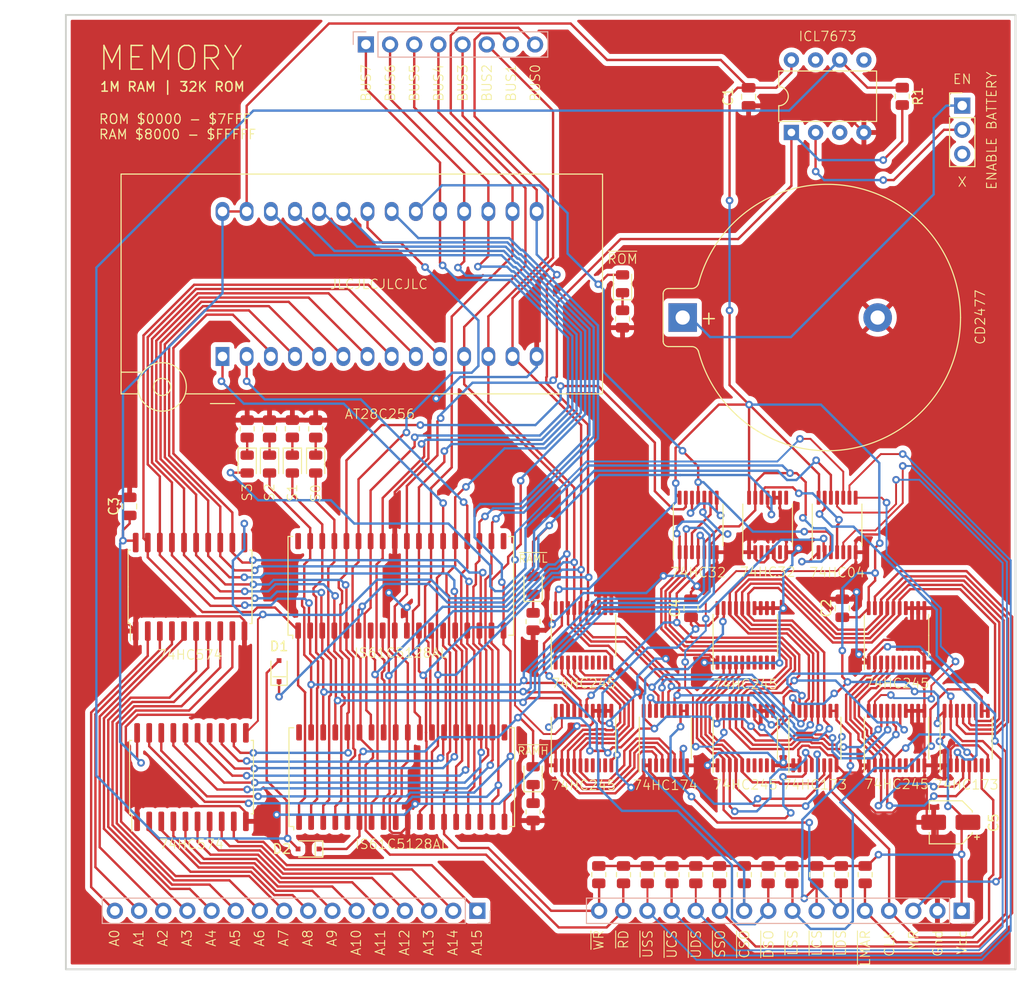
<source format=kicad_pcb>
(kicad_pcb (version 20211014) (generator pcbnew)
  (layers (0 "F.Cu" signal) (1 "In1.Cu" signal) (2 "In2.Cu" signal) (31 "B.Cu" signal) (34 "B.Paste" user) (35 "F.Paste" user) (36 "B.SilkS" user "B.Silkscreen") (37 "F.SilkS" user "F.Silkscreen") (38 "B.Mask" user) (39 "F.Mask" user) (44 "Edge.Cuts" user))
  (net 0 "")
  (net 1 "GND")
  (net 2 "BUS7")
  (net 3 "BUS6")
  (net 4 "BUS5")
  (net 5 "BUS4")
  (net 6 "BUS3")
  (net 7 "BUS2")
  (net 8 "BUS1")
  (net 9 "BUS0")
  (net 10 "ADDR_BUS0")
  (net 11 "ADDR_BUS1")
  (net 12 "ADDR_BUS2")
  (net 13 "ADDR_BUS3")
  (net 14 "ADDR_BUS4")
  (net 15 "ADDR_BUS5")
  (net 16 "ADDR_BUS6")
  (net 17 "ADDR_BUS7")
  (net 18 "MAR7")
  (net 19 "MAR6")
  (net 20 "MAR5")
  (net 21 "MAR4")
  (net 22 "MAR3")
  (net 23 "MAR2")
  (net 24 "MAR1")
  (net 25 "MAR0")
  (net 26 "~{ENABLE_RAM_LOW}")
  (net 27 "~{WRITE}")
  (net 28 "+5V")
  (net 29 "MAR8")
  (net 30 "MAR9")
  (net 32 "MAR10")
  (net 33 "MAR11")
  (net 34 "MAR12")
  (net 35 "MAR13")
  (net 36 "MAR14")
  (net 37 "~{READ}")
  (net 38 "MAR15")
  (net 39 "CLOCK")
  (net 40 "SEG0")
  (net 41 "SEG1")
  (net 42 "SEG2")
  (net 44 "ADDR_BUS8")
  (net 45 "ADDR_BUS9")
  (net 46 "ADDR_BUS10")
  (net 47 "ADDR_BUS11")
  (net 48 "ADDR_BUS12")
  (net 49 "ADDR_BUS13")
  (net 50 "ADDR_BUS14")
  (net 51 "ADDR_BUS15")
  (net 54 "Net-(U6-Pad4)")
  (net 55 "Net-(U6-Pad5)")
  (net 56 "Net-(U6-Pad6)")
  (net 57 "~{LATCH_DATA_SEGMENT}")
  (net 58 "RESET")
  (net 62 "SEG3")
  (net 63 "USE_DATA_SEGMENT")
  (net 66 "Net-(U6-Pad3)")
  (net 67 "~{DATA_SEGMENT_OUT}")
  (net 68 "Net-(U10-Pad2)")
  (net 69 "Net-(U10-Pad3)")
  (net 70 "Net-(U10-Pad4)")
  (net 71 "Net-(U10-Pad5)")
  (net 72 "~{LATCH_CODE_SEGMENT}")
  (net 80 "USE_CODE_SEGMENT")
  (net 85 "~{CODE_SEGMENT_OUT}")
  (net 86 "Net-(U12-Pad3)")
  (net 87 "Net-(U12-Pad4)")
  (net 88 "Net-(U12-Pad5)")
  (net 89 "Net-(U12-Pad6)")
  (net 90 "~{LATCH_STACK_SEGMENT}")
  (net 95 "USE_STACK_SEGMENT")
  (net 100 "~{STACK_SEGMENT_OUT}")
  (net 101 "~{ENABLE_ROM}")
  (net 102 "Net-(U15-Pad3)")
  (net 103 "Net-(U15-Pad10)")
  (net 104 "Net-(U15-Pad12)")
  (net 105 "Net-(U16-Pad4)")
  (net 109 "~{LATCH_MAR}")
  (net 113 "VCC")
  (net 114 "Net-(U16-Pad12)")
  (net 115 "~{USE_DATA_SEGMENT}")
  (net 116 "~{USE_CODE_SEGMENT}")
  (net 117 "~{USE_STACK_SEGMENT}")
  (net 119 "Net-(BT1-Pad1)")
  (net 120 "/BATTERY_ACTIVE")
  (net 121 "~{ENABLE_RAM_HIGH}")
  (net 122 "Net-(SW1-Pad2)")
  (net 123 "Net-(D3-Pad1)")
  (net 124 "Net-(D4-Pad1)")
  (net 125 "Net-(D5-Pad1)")
  (net 126 "Net-(D6-Pad1)")
  (net 127 "Net-(D7-Pad1)")
  (net 128 "Net-(D8-Pad1)")
  (net 129 "Net-(D9-Pad1)")
  (footprint "Resistor_SMD:R_0805_2012Metric" (layer "F.Cu") (at 153.2 132.7 -90)
    (fp_text reference "R11" hide)
    (fp_text value "R_US")
  )
  (footprint "LED_SMD:LED_0805_2012Metric" (layer "F.Cu") (at 123.4 122.3 90)
    (fp_text reference "D7" hide)
    (fp_text value "LED")
  )
  (footprint "Package_SO:TSSOP-20_4.4x6.5mm_P0.65mm" (layer "F.Cu") (at 128.69733 118.348818 90)
    (fp_text reference "U7" hide)
    (fp_text value "74LS245")
  )
  (footprint "Package_SO:SOIC-20W_7.5x12.8mm_P1.27mm" (layer "F.Cu") (at 87.49733 122.448818 90)
    (fp_text reference "U4" hide)
    (fp_text value "74LS574")
  )
  (footprint "Resistor_SMD:R_0805_2012Metric" (layer "F.Cu") (at 98.1 85.8375 -90)
    (fp_text reference "R15" hide)
    (fp_text value "R_US")
  )
  (footprint "Resistor_SMD:R_0805_2012Metric" (layer "F.Cu") (at 150.6 132.7 -90)
    (fp_text reference "R10" hide)
    (fp_text value "R_US")
  )
  (footprint "Resistor_SMD:R_0805_2012Metric" (layer "F.Cu") (at 132.8 74.3 90)
    (fp_text reference "R20" hide)
    (fp_text value "R_US")
  )
  (footprint "Resistor_SMD:R_0805_2012Metric" (layer "F.Cu") (at 95.7 85.85 -90)
    (fp_text reference "R16" hide)
    (fp_text value "R_US")
  )
  (footprint "Resistor_SMD:R_0805_2012Metric" (layer "F.Cu") (at 138 132.7 -90)
    (fp_text reference "R5" hide)
    (fp_text value "R_US")
  )
  (footprint "Package_SO:TSSOP-14_4.4x5mm_P0.65mm" (layer "F.Cu") (at 155.34733 95.948818 90)
    (fp_text reference "U16" hide)
    (fp_text value "74LS04")
  )
  (footprint "Capacitor_SMD:C_0805_2012Metric" (layer "F.Cu") (at 139.99733 104.698818 90)
    (fp_text reference "C4")
    (fp_text value "C")
  )
  (footprint "LED_SMD:LED_0805_2012Metric" (layer "F.Cu") (at 93.35 89.55 -90)
    (fp_text reference "D6" hide)
    (fp_text value "LED")
  )
  (footprint "Resistor_SMD:R_0805_2012Metric" (layer "F.Cu") (at 123.4 106.1 90)
    (fp_text reference "R19" hide)
    (fp_text value "R_US")
  )
  (footprint "Resistor_SMD:R_0805_2012Metric" (layer "F.Cu") (at 123.4 126.1 90)
    (fp_text reference "R18" hide)
    (fp_text value "R_US")
  )
  (footprint "Package_SO:SOJ-36_10.16x23.49mm_P1.27mm" (layer "F.Cu") (at 109.59733 122.448818 90)
    (fp_text reference "U5" hide)
    (fp_text value "IS61C5128AL-10KLI")
  )
  (footprint "Diode_SMD:D_SOD-323F" (layer "F.Cu") (at 96.7 111.3 90)
    (fp_text reference "D1")
    (fp_text value "BAT54")
  )
  (footprint "Package_SO:TSSOP-20_4.4x6.5mm_P0.65mm" (layer "F.Cu") (at 145.69733 107.548818 90)
    (fp_text reference "U11" hide)
    (fp_text value "74LS245")
  )
  (footprint "Socket:DIP_Socket-28_W11.9_W12.7_W15.24_W17.78_W18.5_3M_228-1277-00-0602J" (layer "F.Cu") (at 90.75733 78.241318 90)
    (fp_text reference "U1" hide)
    (fp_text value "28C256")
  )
  (footprint "Resistor_SMD:R_0805_2012Metric" (layer "F.Cu") (at 143 132.7 -90)
    (fp_text reference "R7" hide)
    (fp_text value "R_US")
  )
  (footprint "Resistor_SMD:R_0805_2012Metric" (layer "F.Cu") (at 100.55 85.85 -90)
    (fp_text reference "R14" hide)
    (fp_text value "R_US")
  )
  (footprint "Capacitor_SMD:CP_Elec_4x3" (layer "F.Cu") (at 167.29733 127.198818 180)
    (fp_text reference "C5")
    (fp_text value "C_Polarized")
  )
  (footprint "Package_SO:TSSOP-20_4.4x6.5mm_P0.65mm" (layer "F.Cu") (at 161.59733 118.348818 90)
    (fp_text reference "U13" hide)
    (fp_text value "74LS245")
  )
  (footprint "Resistor_SMD:R_0805_2012Metric" (layer "F.Cu") (at 162.2 50.9 -90)
    (fp_text reference "R1")
    (fp_text value "R_US")
  )
  (footprint "Package_SO:SOJ-36_10.16x23.49mm_P1.27mm" (layer "F.Cu") (at 109.49733 102.348818 90)
    (fp_text reference "U3" hide)
    (fp_text value "IS61C5128AL-10KLI" hide)
  )
  (footprint "Package_DIP:DIP-8_W7.62mm" (layer "F.Cu") (at 150.54733 54.698818 90)
    (fp_text reference "U18" hide)
    (fp_text value "ICL7673")
  )
  (footprint "Resistor_SMD:R_0805_2012Metric" (layer "F.Cu") (at 158.3 132.7 -90)
    (fp_text reference "R13" hide)
    (fp_text value "R_US")
  )
  (footprint "Capacitor_SMD:C_0805_2012Metric" (layer "F.Cu") (at 80.99733 93.998818 90)
    (fp_text reference "C3")
    (fp_text value "C")
  )
  (footprint "LED_SMD:LED_0805_2012Metric" (layer "F.Cu") (at 95.7 89.55 -90)
    (fp_text reference "D5" hide)
    (fp_text value "LED")
  )
  (footprint "Package_SO:TSSOP-16_4.4x5mm_P0.65mm" (layer "F.Cu") (at 168.91733 118.348818 90)
    (fp_text reference "U12" hide)
    (fp_text value "74LS173")
  )
  (footprint "LED_SMD:LED_0805_2012Metric" (layer "F.Cu") (at 132.8 70.6 90)
    (fp_text reference "D9" hide)
    (fp_text value "LED")
  )
  (footprint "Resistor_SMD:R_0805_2012Metric" (layer "F.Cu") (at 130.3 132.7 -90)
    (fp_text reference "R2" hide)
    (fp_text value "R_US")
  )
  (footprint "Battery:BatteryHolder_Keystone_106_1x20mm" (layer "F.Cu") (at 139.12125 74.148818)
    (fp_text reference "BT1" hide)
    (fp_text value "Battery_Cell")
  )
  (footprint "Resistor_SMD:R_0805_2012Metric" (layer "F.Cu") (at 93.35 85.85 -90)
    (fp_text reference "R17" hide)
    (fp_text value "R_US")
  )
  (footprint "LED_SMD:LED_0805_2012Metric" (layer "F.Cu") (at 98.1 89.55 -90)
    (fp_text reference "D4" hide)
    (fp_text value "LED")
  )
  (footprint "Connector_PinHeader_2.54mm:PinHeader_1x03_P2.54mm_Vertical" (layer "F.Cu") (at 168.5 51.875)
    (fp_text reference "SW1" hide)
    (fp_text value "SW_DPDT_x2")
  )
  (footprint "Diode_SMD:D_SOD-323F" (layer "F.Cu") (at 99.8 130 180)
    (fp_text reference "D2")
    (fp_text value "BAT54")
  )
  (footprint "Resistor_SMD:R_0805_2012Metric" (layer "F.Cu") (at 140.5 132.7 -90)
    (fp_text reference "R6" hide)
    (fp_text value "R_US")
  )
  (footprint "Capacitor_SMD:C_0805_2012Metric" (layer "F.Cu") (at 146.04733 50.948818 -90)
    (fp_text reference "C1")
    (fp_text value "C")
  )
  (footprint "Package_SO:TSSOP-20_4.4x6.5mm_P0.65mm" (layer "F.Cu") (at 128.69733 107.548818 90)
    (fp_text reference "U8" hide)
    (fp_text value "74LS245")
  )
  (footprint "Resistor_SMD:R_0805_2012Metric" (layer "F.Cu") (at 148.1 132.7 -90)
    (fp_text reference "R9" hide)
    (fp_text value "R_US")
  )
  (footprint "Package_SO:TSSOP-20_4.4x6.5mm_P0.65mm" (layer "F.Cu") (at 161.59733 107.548818 90)
    (fp_text reference "U14" hide)
    (fp_text value "74LS245")
  )
  (footprint "Package_SO:TSSOP-20_4.4x6.5mm_P0.65mm" (layer "F.Cu") (at 145.69733 118.348818 90)
    (fp_text reference "U10" hide)
    (fp_text value "74LS245")
  )
  (footprint "Capacitor_SMD:C_0805_2012Metric" (layer "F.Cu") (at 155.89733 104.698818 90)
    (fp_text reference "C2")
    (fp_text value "C")
  )
  (footprint "Package_SO:TSSOP-16_4.4x5mm_P0.65mm" (layer "F.Cu") (at 153.01733 118.348818 90)
    (fp_text reference "U9" hide)
    (fp_text value "74LS173")
  )
  (footprint "Package_SO:TSSOP-16_4.4x5mm_P0.65mm" (layer "F.Cu") (at 137.29733 118.348818 90)
    (fp_text reference "U6" hide)
    (fp_text value "74LS173")
  )
  (footprint "Package_SO:SOIC-20W_7.5x12.8mm_P1.27mm" (layer "F.Cu") (at 87.34733 102.448818 90)
    (fp_text reference "U2" hide)
    (fp_text value "74LS574")
  )
  (footprint "Resistor_SMD:R_0805_2012Metric" (layer "F.Cu") (at 132.9 132.7 -90)
    (fp_text reference "R3" hide)
    (fp_text value "R_US")
  )
  (footprint "Package_SO:TSSOP-14_4.4x5mm_P0.65mm" (layer "F.Cu") (at 148.04733 95.948818 90)
    (fp_text reference "U17" hide)
    (fp_text value "74LS32")
  )
  (footprint "Package_SO:TSSOP-14_4.4x5mm_P0.65mm" (layer "F.Cu") (at 140.74733 95.948818 90)
    (fp_text reference "U15" hide)
    (fp_text value "74LS32")
  )
  (footprint "LED_SMD:LED_0805_2012Metric" (layer "F.Cu") (at 100.55 89.55 -90)
    (fp_text reference "D3" hide)
    (fp_text value "LED")
  )
  (footprint "Resistor_SMD:R_0805_2012Metric" (layer "F.Cu") (at 135.4 132.7 -90)
    (fp_text reference "R4" hide)
    (fp_text value "R_US")
  )
  (footprint "Resistor_SMD:R_0805_2012Metric" (layer "F.Cu") (at 145.6 132.7 -90)
    (fp_text reference "R8" hide)
    (fp_text value "R_US")
  )
  (footprint "LED_SMD:LED_0805_2012Metric" (layer "F.Cu") (at 123.4 102.3 90)
    (fp_text reference "D8" hide)
    (fp_text value "LED")
  )
  (footprint "Resistor_SMD:R_0805_2012Metric" (layer "F.Cu") (at 155.8 132.7 -90)
    (fp_text reference "R12" hide)
    (fp_text value "R_US")
  )
  (footprint "Connector_PinHeader_2.54mm:PinHeader_1x16_P2.54mm_Vertical" (layer "B.Cu") (at 168.43733 136.498818 90)
    (fp_text reference "J3" hide)
    (fp_text value "Conn_01x16")
  )
  (footprint "Connector_PinHeader_2.54mm:PinHeader_1x08_P2.54mm_Vertical" (layer "B.Cu") (at 105.82733 45.448818 -90)
    (fp_text reference "J2" hide)
    (fp_text value "Conn_01x08")
  )
  (footprint "Connector_PinHeader_2.54mm:PinHeader_1x16_P2.54mm_Vertical" (layer "B.Cu") (at 117.54733 136.498818 90)
    (fp_text reference "J1" hide)
    (fp_text value "Conn_01x16")
  )
  (gr_line (start 96.05 111.9) (end 97.4 111.9) (layer "F.SilkS") (width 0.12))
  (gr_line (start 100.5 129.35) (end 100.5 130.7) (layer "F.SilkS") (width 0.12))
  (gr_rect (start 74.29733 42.348818) (end 174.09733 142.648818) (layer "Edge.Cuts") (width 0.2) (fill none))
  (gr_text "A5" (at 92.09733 138.398818 90) (layer "F.SilkS") (effects (font (size 1 1) (thickness 0.1)) (justify right)))
  (gr_text "~{LMAR}" (at 158.30733 138.448818 90) (layer "F.SilkS") (effects (font (size 1 1) (thickness 0.1)) (justify right)))
  (gr_text "BUS4" (at 113.46733 47.448818 90) (layer "F.SilkS") (effects (font (size 1 1) (thickness 0.1)) (justify right)))
  (gr_text "~{RAMH}" (at 123.4 119.7) (layer "F.SilkS") (effects (font (size 0.8 0.8) (thickness 0.1))))
  (gr_text "BUS1" (at 121.08733 47.448818 90) (layer "F.SilkS") (effects (font (size 1 1) (thickness 0.1)) (justify right)))
  (gr_text "~{CSO}" (at 145.60733 138.448818 90) (layer "F.SilkS") (effects (font (size 1 1) (thickness 0.1)) (justify right)))
  (gr_text "BUS2" (at 118.54733 47.448818 90) (layer "F.SilkS") (effects (font (size 1 1) (thickness 0.1)) (justify right)))
  (gr_text "A4" (at 89.55733 138.398818 90) (layer "F.SilkS") (effects (font (size 1 1) (thickness 0.1)) (justify right)))
  (gr_text "BUS3" (at 116.00733 47.448818 90) (layer "F.SilkS") (effects (font (size 1 1) (thickness 0.1)) (justify right)))
  (gr_text "A7" (at 97.17733 138.398818 90) (layer "F.SilkS") (effects (font (size 1 1) (thickness 0.1)) (justify right)))
  (gr_text "A0" (at 79.39733 138.398818 90) (layer "F.SilkS") (effects (font (size 1 1) (thickness 0.1)) (justify right)))
  (gr_text "A2" (at 84.47733 138.398818 90) (layer "F.SilkS") (effects (font (size 1 1) (thickness 0.1)) (justify right)))
  (gr_text "~{UCS}" (at 137.98733 138.448818 90) (layer "F.SilkS") (effects (font (size 1 1) (thickness 0.1)) (justify right)))
  (gr_text "S3" (at 93.35 91.5 90) (layer "F.SilkS") (effects (font (size 1 1) (thickness 0.1)) (justify right)))
  (gr_text "A1" (at 81.93733 138.398818 90) (layer "F.SilkS") (effects (font (size 1 1) (thickness 0.1)) (justify right)))
  (gr_text "A12" (at 109.87733 138.398818 90) (layer "F.SilkS") (effects (font (size 1 1) (thickness 0.1)) (justify right)))
  (gr_text "~{RAML}" (at 123.4 99.5) (layer "F.SilkS") (effects (font (size 0.8 0.8) (thickness 0.1))))
  (gr_text "~{SSO}" (at 143.06733 138.448818 90) (layer "F.SilkS") (effects (font (size 1 1) (thickness 0.1)) (justify right)))
  (gr_text "~{USS}" (at 135.44733 138.448818 90) (layer "F.SilkS") (effects (font (size 1 1) (thickness 0.1)) (justify right)))
  (gr_text "~{DSO}" (at 148.14733 138.448818 90) (layer "F.SilkS") (effects (font (size 1 1) (thickness 0.1)) (justify right)))
  (gr_text "A3" (at 87.01733 138.398818 90) (layer "F.SilkS") (effects (font (size 1 1) (thickness 0.1)) (justify right)))
  (gr_text "~{RD}" (at 132.89733 138.448818 90) (layer "F.SilkS") (effects (font (size 1 1) (thickness 0.1)) (justify right)))
  (gr_text "A15" (at 117.49733 138.398818 90) (layer "F.SilkS") (effects (font (size 1 1) (thickness 0.1)) (justify right)))
  (gr_text "A9" (at 102.25733 138.398818 90) (layer "F.SilkS") (effects (font (size 1 1) (thickness 0.1)) (justify right)))
  (gr_text "S2" (at 95.7 91.5 90) (layer "F.SilkS") (effects (font (size 1 1) (thickness 0.1)) (justify right)))
  (gr_text "BUS0" (at 123.62733 47.448818 90) (layer "F.SilkS") (effects (font (size 1 1) (thickness 0.1)) (justify right)))
  (gr_text "~{WR}" (at 130.29733 138.448818 90) (layer "F.SilkS") (effects (font (size 1 1) (thickness 0.1)) (justify right)))
  (gr_text "~{LSS}" (at 150.68733 138.448818 90) (layer "F.SilkS") (effects (font (size 1 1) (thickness 0.1)) (justify right)))
  (gr_text "~{LCS}" (at 153.22733 138.448818 90) (layer "F.SilkS") (effects (font (size 1 1) (thickness 0.1)) (justify right)))
  (gr_text "~{LDS}" (at 155.76733 138.448818 90) (layer "F.SilkS") (effects (font (size 1 1) (thickness 0.1)) (justify right)))
  (gr_text "BUS7" (at 105.84733 47.448818 90) (layer "F.SilkS") (effects (font (size 1 1) (thickness 0.1)) (justify right)))
  (gr_text "~{UDS}" (at 140.52733 138.448818 90) (layer "F.SilkS") (effects (font (size 1 1) (thickness 0.1)) (justify right)))
  (gr_text "ROM $0000 - $7FFF\nRAM $8000 - $FFFFF\n" (at 77.7 54.1) (layer "F.SilkS") (effects (font (size 1 1) (thickness 0.12)) (justify left)))
  (gr_text "A13" (at 112.41733 138.398818 90) (layer "F.SilkS") (effects (font (size 1 1) (thickness 0.1)) (justify right)))
  (gr_text "BUS5" (at 110.92733 47.448818 90) (layer "F.SilkS") (effects (font (size 1 1) (thickness 0.1)) (justify right)))
  (gr_text "A14" (at 114.95733 138.398818 90) (layer "F.SilkS") (effects (font (size 1 1) (thickness 0.1)) (justify right)))
  (gr_text "~{ROM}" (at 132.8 68) (layer "F.SilkS") (effects (font (size 1 1) (thickness 0.1))))
  (gr_text "A6" (at 94.63733 138.398818 90) (layer "F.SilkS") (effects (font (size 1 1) (thickness 0.1)) (justify right)))
  (gr_text "MEMORY" (at 77.6 46.9) (layer "F.SilkS") (effects (font (size 2.5 2.5)) (justify left)))
  (gr_text "MR" (at 163.38733 138.448818 90) (layer "F.SilkS") (effects (font (size 1 1) (thickness 0.1)) (justify right)))
  (gr_text "S1" (at 98.1 91.55 90) (layer "F.SilkS") (effects (font (size 1 1) (thickness 0.1)) (justify right)))
  (gr_text "Gnd" (at 165.92733 138.448818 90) (layer "F.SilkS") (effects (font (size 1 1) (thickness 0.1)) (justify right)))
  (gr_text "A8" (at 99.71733 138.398818 90) (layer "F.SilkS") (effects (font (size 1 1) (thickness 0.1)) (justify right)))
  (gr_text "A11" (at 107.33733 138.398818 90) (layer "F.SilkS") (effects (font (size 1 1) (thickness 0.1)) (justify right)))
  (gr_text "BUS6" (at 108.38733 47.448818 90) (layer "F.SilkS") (effects (font (size 1 1) (thickness 0.1)) (justify right)))
  (gr_text "EN" (at 168.5 49.1) (layer "F.SilkS") (effects (font (size 1 1) (thickness 0.1))))
  (gr_text "1M RAM | 32K ROM" (at 77.8 49.9) (layer "F.SilkS") (effects (font (size 1 1)) (justify left)))
  (gr_text "Vcc" (at 168.46733 138.448818 90) (layer "F.SilkS") (effects (font (size 1 1) (thickness 0.1)) (justify right)))
  (gr_text "S0" (at 100.55 91.6 90) (layer "F.SilkS") (effects (font (size 1 1) (thickness 0.1)) (justify right)))
  (gr_text "X" (at 168.5 59.9) (layer "F.SilkS") (effects (font (size 1 1) (thickness 0.1))))
  (gr_text "CLK" (at 160.84733 138.448818 90) (layer "F.SilkS") (effects (font (size 1 1) (thickness 0.1)) (justify right)))
  (gr_text "A10" (at 104.79733 138.398818 90) (layer "F.SilkS") (effects (font (size 1 1) (thickness 0.1)) (justify right)))
  (gr_text "JLCJLCJLCJLC" (at 107.19733 70.648818) (layer "F.SilkS") (effects (font (size 1 1) (thickness 0.1))))
  (segment (start 164.52233 104.686318) (end 164.52233 110.411318) (width 0.25) (layer "F.Cu") (net 1))
  (segment (start 151.49782 121.105828) (end 151.49782 120.399408) (width 0.25) (layer "F.Cu") (net 1))
  (segment (start 108.86233 92.483818) (end 112.39733 88.948818) (width 0.25) (layer "F.Cu") (net 1))
  (segment (start 135.02233 121.211318) (end 135.67233 121.211318) (width 0.25) (layer "F.Cu") (net 1))
  (segment (start 131.62233 104.686318) (end 132.03483 104.686318) (width 0.25) (layer "F.Cu") (net 1))
  (segment (start 162.57233 115.486318) (end 164.52233 115.486318) (width 0.25) (layer "F.Cu") (net 1))
  (segment (start 142.77233 121.211318) (end 141.73483 121.211318) (width 0.25) (layer "F.Cu") (net 1))
  (segment (start 148.62233 110.411318) (end 149.25983 110.411318) (width 0.25) (layer "F.Cu") (net 1))
  (segment (start 164.772829 126.474317) (end 164.772829 123.080819) (width 0.25) (layer "F.Cu") (net 1))
  (segment (start 109.52281 128.323338) (end 110.23233 127.613818) (width 0.25) (layer "F.Cu") (net 1))
  (segment (start 135.02233 122.223818) (end 133.69733 123.548818) (width 0.25) (layer "F.Cu") (net 1))
  (segment (start 146.67233 104.686318) (end 148.62233 104.686318) (width 0.25) (layer "F.Cu") (net 1))
  (segment (start 146.67233 116.423818) (end 147.44733 117.198818) (width 0.25) (layer "F.Cu") (net 1))
  (segment (start 149.989046 121.211318) (end 149.702046 120.924318) (width 0.25) (layer "F.Cu") (net 1))
  (segment (start 141.95983 109.598818) (end 137.74733 109.598818) (width 0.25) (layer "F.Cu") (net 1))
  (segment (start 155.36733 51.898818) (end 158.16733 54.698818) (width 0.25) (layer "F.Cu") (net 1))
  (segment (start 151.272829 120.174417) (end 151.272829 119.574219) (width 0.25) (layer "F.Cu") (net 1))
  (segment (start 155.89733 103.748818) (end 155.89733 102.648818) (width 0.25) (layer "F.Cu") (net 1))
  (segment (start 139.04733 122.548818) (end 139.57233 122.023818) (width 0.25) (layer "F.Cu") (net 1))
  (segment (start 167.272829 119.548719) (end 167.272829 120.148917) (width 0.25) (layer "F.Cu") (net 1))
  (segment (start 158.67233 121.211318) (end 158.67233 125.448418) (width 0.25) (layer "F.Cu") (net 1))
  (segment (start 151.49782 120.399408) (end 151.272829 120.174417) (width 0.25) (layer "F.Cu") (net 1))
  (segment (start 151.697231 119.149817) (end 152.347429 119.149817) (width 0.25) (layer "F.Cu") (net 1))
  (segment (start 149.415046 121.211318) (end 149.702046 120.924318) (width 0.25) (layer "F.Cu") (net 1))
  (segment (start 164.52233 115.486318) (end 164.52233 110.411318) (width 0.25) (layer "F.Cu") (net 1))
  (segment (start 155.89733 102.648818) (end 157.29733 101.248818) (width 0.25) (layer "F.Cu") (net 1))
  (segment (start 108.86233 100.733818) (end 108.243438 101.35271) (width 0.25) (layer "F.Cu") (net 1))
  (segment (start 165.89733 127.598818) (end 165.89733 136.498818) (width 0.25) (layer "F.Cu") (net 1))
  (segment (start 146.67233 115.486318) (end 146.67233 116.423818) (width 0.25) (layer "F.Cu") (net 1))
  (segment (start 93.06233 107.098818) (end 93.06233 106.013818) (width 0.25) (layer "F.Cu") (net 1))
  (segment (start 88.24733 115.898818) (end 81.84733 115.898818) (width 0.25) (layer "F.Cu") (net 1))
  (segment (start 171.19233 121.211318) (end 171.19233 120.143818) (width 0.25) (layer "F.Cu") (net 1))
  (segment (start 161.197429 126.173319) (end 164.52233 122.848418) (width 0.25) (layer "F.Cu") (net 1))
  (segment (start 108.33781 124.758338) (end 108.33781 128.04537) (width 0.25) (layer "F.Cu") (net 1))
  (segment (start 123.4 107.0125) (end 124.7875 107.0125) (width 0.25) (layer "F.Cu") (net 1))
  (segment (start 152.347429 119.149817) (end 152.518324 119.320712) (width 0.25) (layer "F.Cu") (net 1))
  (segment (start 151.39233 121.211318) (end 149.989046 121.211318) (width 0.25) (layer "F.Cu") (net 1))
  (segment (start 149.67281 99.873338) (end 149.99733 99.548818) (width 0.25) (layer "F.Cu") (net 1))
  (segment (start 156.64733 103.748818) (end 157.39733 102.998818) (width 0.25) (layer "F.Cu") (net 1))
  (segment (start 81.63233 105.963818) (end 81.63233 107.098818) (width 0.25) (layer "F.Cu") (net 1))
  (segment (start 112.39733 83.47422) (end 113.210031 82.661519) (width 0.25) (layer "F.Cu") (net 1))
  (segment (start 146.04733 61.998818) (end 146.04733 51.898818) (width 0.25) (layer "F.Cu") (net 1))
  (segment (start 108.33781 128.04537) (end 108.615778 128.323338) (width 0.25) (layer "F.Cu") (net 1))
  (segment (start 165.49733 127.198818) (end 164.772829 126.474317) (width 0.25) (layer "F.Cu") (net 1))
  (segment (start 110.23233 127.613818) (end 110.23233 127.148818) (width 0.25) (layer "F.Cu") (net 1))
  (segment (start 155.29233 121.211318) (end 156.054331 121.973319) (width 0.25) (layer "F.Cu") (net 1))
  (segment (start 123.77733 70.318818) (end 129.89733 64.198818) (width 0.25) (layer "F.Cu") (net 1))
  (segment (start 135.02233 121.211318) (end 135.02233 122.223818) (width 0.25) (layer "F.Cu") (net 1))
  (segment (start 164.772829 123.080819) (end 166.64233 121.211318) (width 0.25) (layer "F.Cu") (net 1))
  (segment (start 125.77233 119.573818) (end 127.998536 117.347612) (width 0.25) (layer "F.Cu") (net 1))
  (segment (start 158.67233 110.411318) (end 158.67233 109.599218) (width 0.25) (layer "F.Cu") (net 1))
  (segment (start 131.62233 110.411318) (end 131.62233 110.923818) (width 0.25) (layer "F.Cu") (net 1))
  (segment (start 128.063564 117.026274) (end 127.998536 117.091302) (width 0.25) (layer "F.Cu") (net 1))
  (segment (start 142.69733 98.811318) (end 142.69733 100.298818) (width 0.25) (layer "F.Cu") (net 1))
  (segment (start 80.44733 93.048818) (end 79.34733 94.148818) (width 0.25) (layer "F.Cu") (net 1))
  (segment (start 108.86233 97.648818) (end 108.86233 100.733818) (width 0.25) (layer "F.Cu") (net 1))
  (segment (start 164.52233 122.848418) (end 164.52233 121.211318) (width 0.25) (layer "F.Cu") (net 1))
  (segment (start 134.204142 113.50563) (end 134.360258 113.50563) (width 0.25) (layer "F.Cu") (net 1))
  (segment (start 93.21233 126.163818) (end 93.21233 127.098818) (width 0.25) (layer "F.Cu") (net 1))
  (segment (start 82.04733 105.548818) (end 81.63233 105.963818) (width 0.25) (layer "F.Cu") (net 1))
  (segment (start 126.04733 109.198818) (end 125.69733 109.548818) (width 0.25) (layer "F.Cu") (net 1))
  (segment (start 108.23781 103.078946) (end 108.243438 103.073318) (width 0.25) (layer "F.Cu") (net 1))
  (segment (start 143.84733 64.198818) (end 146.04733 61.998818) (width 0.25) (layer "F.Cu") (net 1))
  (segment (start 139.99733 102.998818) (end 139.99733 103.748818) (width 0.25) (layer "F.Cu") (net 1))
  (segment (start 155.89733 103.748818) (end 156.64733 103.748818) (width 0.25) (layer "F.Cu") (net 1))
  (segment (start 131.097691 109.198818) (end 126.04733 109.198818) (width 0.25) (layer "F.Cu") (net 1))
  (segment (start 81.78233 125.963818) (end 82.24733 125.498818) (width 0.25) (layer "F.Cu") (net 1))
  (segment (start 136.321969 122.548818) (end 139.04733 122.548818) (width 0.25) (layer "F.Cu") (net 1))
  (segment (start 148.04733 98.811318) (end 148.04733 99.499179) (width 0.25) (layer "F.Cu") (net 1))
  (segment (start 156.054331 121.973319) (end 157.910329 121.973319) (width 0.25) (layer "F.Cu") (net 1))
  (segment (start 110.13233 107.048818) (end 110.13233 104.613818) (width 0.25) (layer "F.Cu") (net 1))
  (segment (start 131.62233 110.923818) (end 134.204142 113.50563) (width 0.25) (layer "F.Cu") (net 1))
  (segment (start 129.89733 64.198818) (end 143.84733 64.198818) (width 0.25) (layer "F.Cu") (net 1))
  (segment (start 131.62233 121.211318) (end 131.62233 120.718206) (width 0.25) (layer "F.Cu") (net 1))
  (segment (start 132.03483 104.686318) (end 137.34733 109.998818) (width 0.25) (layer "F.Cu") (net 1))
  (segment (start 154.379139 120.149298) (end 154.918171 120.149298) (width 0.25) (layer "F.Cu") (net 1))
  (segment (start 123.77733 78.241318) (end 123.77733 70.318818) (width 0.25) (layer "F.Cu") (net 1))
  (segment (start 80.59733 117.148818) (end 80.59733 125.913818) (width 0.25) (layer "F.Cu") (net 1))
  (segment (start 165.49733 127.198818) (end 165.89733 127.598818) (width 0.25) (layer "F.Cu") (net 1))
  (segment (start 129.67233 115.486318) (end 129.67233 116.773818) (width 0.25) (layer "F.Cu") (net 1))
  (segment (start 159.61125 74.148818) (end 164.94733 79.484898) (width 0.25) (layer "F.Cu") (net 1))
  (segment (start 142.69733 100.298818) (end 139.99733 102.998818) (width 0.25) (layer "F.Cu") (net 1))
  (segment (start 108.96233 117.748818) (end 108.96233 109.849522) (width 0.25) (layer "F.Cu") (net 1))
  (segment (start 129.67233 115.486318) (end 131.62233 115.486318) (width 0.25) (layer "F.Cu") (net 1))
  (segment (start 80.99733 93.048818) (end 80.44733 93.048818) (width 0.25) (layer "F.Cu") (net 1))
  (segment (start 108.96233 109.849522) (end 108.23781 109.125002) (width 0.25) (layer "F.Cu") (net 1))
  (segment (start 125.69733 109.548818) (end 125.69733 110.336318) (width 0.25) (layer "F.Cu") (net 1))
  (segment (start 92.54733 125.498818) (end 93.21233 126.163818) (width 0.25) (layer "F.Cu") (net 1))
  (segment (start 131.62233 109.723457) (end 131.097691 109.198818) (width 0.25) (layer "F.Cu") (net 1))
  (segment (start 158.16733 54.698818) (end 158.16733 72.704898) (width 0.25) (layer "F.Cu") (net 1))
  (segment (start 93.06233 111.083818) (end 88.24733 115.898818) (width 0.25) (layer "F.Cu") (net 1))
  (segment (start 108.96233 124.133818) (end 108.33781 124.758338) (width 0.25) (layer "F.Cu") (net 1))
  (segment (start 110.13233 104.613818) (end 110.14733 104.598818) (width 0.25) (layer "F.Cu") (net 1))
  (segment (start 164.94733 79.484898) (end 164.94733 91.698818) (width 0.25) (layer "F.Cu") (net 1))
  (segment (start 125.77233 121.211318) (end 125.77233 119.573818) (width 0.25) (layer "F.Cu") (net 1))
  (segment (start 79.34733 94.148818) (end 79.34733 104.813818) (width 0.25) (layer "F.Cu") (net 1))
  (segment (start 146.74733 99.499179) (end 146.74733 98.811318) (width 0.25) (layer "F.Cu") (net 1))
  (segment (start 131.62233 104.686318) (end 131.62233 103.323818) (width 0.25) (layer "F.Cu") (net 1))
  (segment (start 164.52233 115.486318) (end 164.52233 121.211318) (width 0.25) (layer "F.Cu") (net 1))
  (segment (start 148.63483 104.698818) (end 148.62233 104.686318) (width 0.25) (layer "F.Cu") (net 1))
  (segment (start 81.84733 115.898818) (end 80.59733 117.148818) (width 0.25) (layer "F.Cu") (net 1))
  (segment (start 133.54733 101.398818) (end 136.69733 101.398818) (width 0.25) (layer "F.Cu") (net 1))
  (segment (start 135.67233 121.899179) (end 136.321969 122.548818) (width 0.25) (layer "F.Cu") (net 1))
  (segment (start 167.29233 121.211318) (end 166.64233 121.211318) (width 0.25) (layer "F.Cu") (net 1))
  (segment (start 137.74733 109.598818) (end 137.34733 109.998818) (width 0.25) (layer "F.Cu") (net 1))
  (segment (start 164.52233 121.211318) (end 166.64233 121.211318) (width 0.25) (layer "F.Cu") (net 1))
  (segment (start 136.99733 101.398818) (end 137.09733 101.298818) (width 0.25) (layer "F.Cu") (net 1))
  (segment (start 150.88483 98.811318) (end 151.29733 98.398818) (width 0.25) (layer "F.Cu") (net 1))
  (segment (start 130.32233 115.486318) (end 130.32233 116.523818) (width 0.25) (layer "F.Cu") (net 1))
  (segment (start 148.69733 99.499179) (end 149.071489 99.873338) (width 0.25) (layer "F.Cu") (net 1))
  (segment (start 146.67233 115.486318) (end 148.62233 115.486318) (width 0.25) (layer "F.Cu") (net 1))
  (segment (start 108.96233 117.748818) (end 108.96233 124.133818) (width 0.25) (layer "F.Cu") (net 1))
  (segment (start 81.78233 127.098818) (end 81.78233 125.963818) (width 0.25) (layer "F.Cu") (net 1))
  (segment (start 157.29733 101.248818) (end 157.29733 98.811318) (width 0.25) (layer "F.Cu") (net 1))
  (segment (start 148.04733 98.811318) (end 148.69733 98.811318) (width 0.25) (layer "F.Cu") (net 1))
  (segment (start 153.550553 119.320712) (end 154.379139 120.149298) (width 0.25) (layer "F.Cu") (net 1))
  (segment (start 167.29233 120.168418) (end 167.29233 121.211318) (width 0.25) (layer "F.Cu") (net 1))
  (segment (start 125.69733 110.336318) (end 125.77233 110.411318) (width 0.25) (layer "F.Cu") (net 1))
  (segment (start 131.62233 103.323818) (end 132.64733 102.298818) (width 0.25) (layer "F.Cu") (net 1))
  (segment (start 146.04733 51.898818) (end 155.36733 51.898818) (width 0.25) (layer "F.Cu") (net 1))
  (segment (start 149.25983 110.411318) (end 149.29733 110.448818) (width 0.25) (layer "F.Cu") (net 1))
  (segment (start 158.67233 125.448418) (end 159.397231 126.173319) (width 0.25) (layer "F.Cu") (net 1))
  (segment (start 93.06233 107.098818) (end 93.06233 111.083818) (width 0.25) (layer "F.Cu") (net 1))
  (segment (start 157.80983 109.548818) (end 158.67233 110.411318) (width 0.25) (layer "F.Cu") (net 1))
  (segment (start 135.67233 121.211318) (end 135.67233 121.899179) (width 0.25) (layer "F.Cu") (net 1))
  (segment (start 147.673171 99.873338) (end 147.121489 99.873338) (width 0.25) (layer "F.Cu") (net 1))
  (segment (start 149.071489 99.873338) (end 149.67281 99.873338) (width 0.25) (layer "F.Cu") (net 1))
  (segment (start 159.69733 96.948818) (end 158.09733 96.948818) (width 0.25) (layer "F.Cu") (net 1))
  (segment (start 136.69733 101.398818) (end 136.99733 101.398818) (width 0.25) (layer "F.Cu") (net 1))
  (segment (start 95.74733 127.098818) (end 96.44733 126.398818) (width 0.25) (layer "F.Cu") (net 1))
  (segment (start 157.29733 97.748818) (end 157.29733 98.811318) (width 0.25) (layer "F.Cu") (net 1))
  (segment (start 148.69733 93.086318) (end 149.34733 93.086318) (width 0.25) (layer "F.Cu") (net 1))
  (segment (start 79.34733 104.813818) (end 81.63233 107.098818) (width 0.25) (layer "F.Cu") (net 1))
  (segment (start 171.19233 120.143818) (end 170.161279 119.112767) (width 0.25) (layer "F.Cu") (net 1))
  (segment (start 154.918171 120.149298) (end 155.29233 120.523457) (width 0.25) (layer "F.Cu") (net 1))
  (segment (start 108.86233 97.648818) (end 108.86233 92.483818) (width 0.25) (layer "F.Cu") (net 1))
  (segment (start 155.29233 120.523457) (end 155.29233 121.211318) (width 0.25) (layer "F.Cu") (net 1))
  (segment (start 129.419874 117.026274) (end 128.063564 117.026274) (width 0.25) (layer "F.Cu") (net 1))
  (segment (start 162.57233 104.686318) (end 164.52233 104.686318) (width 0.25) (layer "F.Cu") (net 1))
  (segment (start 108.615778 128.323338) (end 109.52281 128.323338) (width 0.25) (layer "F.Cu") (net 1))
  (segment (start 132.64733 102.298818) (end 133.54733 101.398818) (width 0.25) (layer "F.Cu") (net 1))
  (segment (start 160.247231 108.024317) (end 162.82319 108.024317) (width 0.25) (layer "F.Cu") (net 1))
  (segment (start 82.24733 125.498818) (end 92.54733 125.498818) (width 0.25) (layer "F.Cu") (net 1))
  (segment (start 158.09733 96.948818) (end 157.29733 97.748818) (width 0.25) (layer "F.Cu") (net 1))
  (segment (start 148.04733 99.499179) (end 147.673171 99.873338) (width 0.25) (layer "F.Cu") (net 1))
  (segment (start 162.82319 108.024317) (end 164.52233 109.723457) (width 0.25) (layer "F.Cu") (net 1))
  (segment (start 149.34733 93.086318) (end 149.34733 95.048818) (width 0.25) (layer "F.Cu") (net 1))
  (segment (start 131.62233 120.718206) (end 132.225959 120.114577) (width 0.25) (layer "F.Cu") (net 1))
  (segment (start 148.69733 98.811318) (end 148.69733 99.499179) (width 0.25) (layer "F.Cu") (net 1))
  (segment (start 149.99733 95.698818) (end 149.99733 99.548818) (width 0.25) (layer "F.Cu") (net 1))
  (segment (start 112.39733 88.948818) (end 112.39733 83.47422) (width 0.25) (layer "F.Cu") (net 1))
  (segment (start 142.69733 98.811318) (end 146.09733 98.811318) (width 0.25) (layer "F.Cu") (net 1))
  (segment (start 92.59733 105.548818) (end 82.04733 105.548818) (width 0.25) (layer "F.Cu") (net 1))
  (segment (start 130.593886 116.795374) (end 131.42183 116.795374) (width 0.25) (layer "F.Cu") (net 1))
  (segment (start 151.272829 119.574219) (end 151.697231 119.149817) (width 0.25) (layer "F.Cu") (net 1))
  (segment (start 151.39233 121.211318) (end 151.49782 121.105828) (width 0.25) (layer "F.Cu") (net 1))
  (segment (start 149.69733 104.698818) (end 148.63483 104.698818) (width 0.25) (layer "F.Cu") (net 1))
  (segment (start 139.57233 122.023818) (end 139.57233 121.211318) (width 0.25) (layer "F.Cu") (net 1))
  (segment (start 80.59733 125.913818) (end 81.78233 127.098818) (width 0.25) (layer "F.Cu") (net 1))
  (segment (start 129.67233 116.773818) (end 129.419874 117.026274) (width 0.25) (layer "F.Cu") (net 1))
  (segment (start 167.272829 120.148917) (end 167.29233 120.168418) (width 0.25) (layer "F.Cu") (net 1))
  (segment (start 93.21233 127.098818) (end 95.74733 127.098818) (width 0.25) (layer "F.Cu") (net 1))
  (segment (start 170.161279 119.112767) (end 167.708781 119.112767) (width 0.25) (layer "F.Cu") (net 1))
  (segment (start 159.397231 126.173319) (end 161.197429 126.173319) (width 0.25) (layer "F.Cu") (net 1))
  (segment (start 141.73483 121.211318) (end 139.57233 121.211318) (width 0.25) (layer "F.Cu") (net 1))
  (segment (start 131.62233 110.411318) (end 131.62233 109.723457) (width 0.25) (layer "F.Cu") (net 1))
  (segment (start 158.16733 72.704898) (end 159.61125 74.148818) (width 0.25) (layer "F.Cu") (net 1))
  (segment (start 146.74733 98.811318) (end 146.09733 98.811318) (width 0.25) (layer "F.Cu") (net 1))
  (segment (start 129.67233 104.686318) (end 131.62233 104.686318) (width 0.25) (layer "F.Cu") (net 1))
  (segment (start 152.518324 119.320712) (end 153.550553 119.320712) (width 0.25) (layer "F.Cu") (net 1))
  (segment (start 142.77233 110.411318) (end 141.95983 109.598818) (width 0.25) (layer "F.Cu") (net 1))
  (segment (start 124.7875 107.0125) (end 125.4 106.4) (width 0.25) (layer "F.Cu") (net 1))
  (segment (start 93.06233 106.013818) (end 92.59733 105.548818) (width 0.25) (layer "F.Cu") (net 1))
  (segment (start 157.910329 121.973319) (end 158.67233 121.211318) (width 0.25) (layer "F.Cu") (net 1))
  (segment (start 127.998536 117.347612) (end 127.998536 117.091302) (width 0.25) (layer "F.Cu") (net 1))
  (segment (start 158.67233 109.599218) (end 160.247231 108.024317) (width 0.25) (layer "F.Cu") (net 1))
  (segment (start 130.32233 116.523818) (end 130.593886 116.795374) (width 0.25) (layer "F.Cu") (net 1))
  (segment (start 110.23233 127.148818) (end 110.23233 126.038416) (width 0.25) (layer "F.Cu") (net 1))
  (segment (start 148.62233 121.211318) (end 149.415046 121.211318) (width 0.25) (layer "F.Cu") (net 1))
  (segment (start 149.34733 95.048818) (end 149.99733 95.698818) (width 0.25) (layer "F.Cu") (net 1))
  (segment (start 164.94733 91.698818) (end 159.69733 96.948818) (width 0.25) (layer "F.Cu") (net 1))
  (segment (start 108.23781 109.125002) (end 108.23781 103.078946) (width 0.25) (layer "F.Cu") (net 1))
  (segment (start 167.708781 119.112767) (end 167.272829 119.548719) (width 0.25) (layer "F.Cu") (net 1))
  (segment (start 149.99733 98.811318) (end 150.88483 98.811318) (width 0.25) (layer "F.Cu") (net 1))
  (segment (start 110.23233 126.038416) (end 110.997379 125.273367) (width 0.25) (layer "F.Cu") (net 1))
  (segment (start 157.64733 109.548818) (end 157.80983 109.548818) (width 0.25) (layer "F.Cu") (net 1))
  (segment (start 108.243438 101.35271) (end 108.243438 103.073318) (width 0.25) (layer "F.Cu") (net 1))
  (segment (start 147.121489 99.873338) (end 146.74733 99.499179) (width 0.25) (layer "F.Cu") (net 1))
  (via (at 134.360258 113.50563) (size 0.8) (drill 0.4) (layers "F.Cu" "B.Cu") (net 1))
  (via (at 137.09733 101.298818) (size 0.8) (drill 0.4) (layers "F.Cu" "B.Cu") (net 1))
  (via (at 131.42183 116.795374) (size 0.8) (drill 0.4) (layers "F.Cu" "B.Cu") (net 1))
  (via (at 110.14733 104.598818) (size 0.8) (drill 0.4) (layers "F.Cu" "B.Cu") (net 1))
  (via (at 113.210031 82.661519) (size 0.8) (drill 0.4) (layers "F.Cu" "B.Cu") (net 1))
  (via (at 133.69733 123.548818) (size 0.8) (drill 0.4) (layers "F.Cu" "B.Cu") (net 1))
  (via (at 108.243438 103.073318) (size 0.8) (drill 0.4) (layers "F.Cu" "B.Cu") (net 1))
  (via (at 149.69733 104.698818) (size 0.8) (drill 0.4) (layers "F.Cu" "B.Cu") (net 1))
  (via (at 157.64733 109.548818) (size 0.8) (drill 0.4) (layers "F.Cu" "B.Cu") (net 1))
  (via (at 96.44733 126.398818) (size 0.8) (drill 0.4) (layers "F.Cu" "B.Cu") (net 1))
  (via (at 140.62233 102.373818) (size 0.8) (drill 0.4) (layers "F.Cu" "B.Cu") (net 1))
  (via (at 141.40983 110.411318) (size 0.8) (drill 0.4) (layers "F.Cu" "B.Cu") (net 1))
  (via (at 149.702046 120.924318) (size 0.8) (drill 0.4) (layers "F.Cu" "B.Cu") (net 1))
  (via (at 147.44733 117.198818) (size 0.8) (drill 0.4) (layers "F.Cu" "B.Cu") (net 1))
  (via (at 157.39733 102.998818) (size 0.8) (drill 0.4) (layers "F.Cu" "B.Cu") (net 1))
  (via (at 151.29733 98.398818) (size 0.8) (drill 0.4) (layers "F.Cu" "B.Cu") (net 1))
  (via (at 125.4 106.4) (size 0.8) (drill 0.4) (layers "F.Cu" "B.Cu") (net 1))
  (via (at 149.29733 110.448818) (size 0.8) (drill 0.4) (layers "F.Cu" "B.Cu") (net 1))
  (via (at 137.34733 109.998818) (size 0.8) (drill 0.4) (layers "F.Cu" "B.Cu") (net 1))
  (via (at 110.997379 125.273367) (size 0.8) (drill 0.4) (layers "F.Cu" "B.Cu") (net 1))
  (via (at 132.225959 120.114577) (size 0.8) (drill 0.4) (layers "F.Cu" "B.Cu") (net 1))
  (via (at 141.73483 121.211318) (size 0.8) (drill 0.4) (layers "F.Cu" "B.Cu") (net 1))
  (via (at 127.998536 117.091302) (size 0.8) (drill 0.4) (layers "F.Cu" "B.Cu") (net 1))
  (segment (start 148.04733 119.898818) (end 149.07283 120.924318) (width 0.25) (layer "B.Cu") (net 1))
  (segment (start 157.39733 109.298818) (end 157.64733 109.548818) (width 0.25) (layer "B.Cu") (net 1))
  (segment (start 141.73483 121.211318) (end 141.73483 121.061318) (width 0.25) (layer "B.Cu") (net 1))
  (segment (start 131.42183 116.795374) (end 131.42183 116.574318) (width 0.25) (layer "B.Cu") (net 1))
  (segment (start 128.7 103.1) (end 135.296148 103.1) (width 0.25) (layer "B.Cu") (net 1))
  (segment (start 109.768938 104.598818) (end 108.243438 103.073318) (width 0.25) (layer "B.Cu") (net 1))
  (segment (start 123.77733 78.241318) (end 123.77733 79.328818) (width 0.25) (layer "B.Cu") (net 1))
  (segment (start 133.69733 123.548818) (end 132.225959 122.077447) (width 0.25) (layer "B.Cu") (net 1))
  (segment (start 125.4 106.4) (end 128.7 103.1) (width 0.25) (layer "B.Cu") (net 1))
  (segment (start 137.34733 109.998818) (end 136.24733 109.998818) (width 0.25) (layer "B.Cu") (net 1))
  (segment (start 122.74733 80.398818) (end 115.74733 80.398818) (width 0.25) (layer "B.Cu") (net 1))
  (segment (start 131.42183 116.574318) (end 134.360258 113.63589) (width 0.25) (layer "B.Cu") (net 1))
  (segment (start 110.14733 104.598818) (end 109.768938 104.598818) (width 0.25) (layer "B.Cu") (net 1))
  (segment (start 119.84102 125.248818) (end 111.021928 125.248818) (width 0.25) (layer "B.Cu") (net 1))
  (segment (start 132.225959 117.599503) (end 132.225959 120.114577) (width 0.25) (layer "B.Cu") (net 1))
  (segment (start 157.39733 102.998818) (end 157.39733 109.298818) (width 0.25) (layer "B.Cu") (net 1))
  (segment (start 141.44733 110.448818) (end 141.40983 110.411318) (width 0.25) (layer "B.Cu") (net 1))
  (segment (start 149.69733 104.698818) (end 149.69733 101.098818) (width 0.25) (layer "B.Cu") (net 1))
  (segment (start 134.360258 111.88589) (end 134.360258 113.50563) (width 0.25) (layer "B.Cu") (net 1))
  (segment (start 150.64733 100.148818) (end 150.64733 99.048818) (width 0.25) (layer "B.Cu") (net 1))
  (segment (start 142.89733 119.898818) (end 148.04733 119.898818) (width 0.25) (layer "B.Cu") (net 1))
  (segment (start 136.24733 109.998818) (end 134.360258 111.88589) (width 0.25) (layer "B.Cu") (net 1))
  (segment (start 139.54733 101.298818) (end 140.62233 102.373818) (width 0.25) (layer "B.Cu") (net 1))
  (segment (start 149.07283 120.924318) (end 149.702046 120.924318) (width 0.25) (layer "B.Cu") (net 1))
  (segment (start 141.73483 121.061318) (end 142.89733 119.898818) (width 0.25) (layer "B.Cu") (net 1))
  (segment (start 123.79733 79.348818) (end 122.74733 80.398818) (width 0.25) (layer "B.Cu") (net 1))
  (segment (start 134.360258 113.63589) (end 134.360258 113.50563) (width 0.25) (layer "B.Cu") (net 1))
  (segment (start 150.64733 99.048818) (end 151.29733 98.398818) (width 0.25) (layer "B.Cu") (net 1))
  (segment (start 111.021928 125.248818) (end 110.997379 125.273367) (width 0.25) (layer "B.Cu") (net 1))
  (segment (start 137.09733 101.298818) (end 139.54733 101.298818) (width 0.25) (layer "B.Cu") (net 1))
  (segment (start 123.77733 79.328818) (end 123.79733 79.348818) (width 0.25) (layer "B.Cu") (net 1))
  (segment (start 115.74733 80.398818) (end 113.484629 82.661519) (width 0.25) (layer "B.Cu") (net 1))
  (segment (start 149.69733 101.098818) (end 150.64733 100.148818) (width 0.25) (layer "B.Cu") (net 1))
  (segment (start 149.29733 110.448818) (end 149.29733 105.098818) (width 0.25) (layer "B.Cu") (net 1))
  (segment (start 127.998536 117.091302) (end 119.84102 125.248818) (width 0.25) (layer "B.Cu") (net 1))
  (segment (start 147.44733 117.198818) (end 149.702046 119.453534) (width 0.25) (layer "B.Cu") (net 1))
  (segment (start 113.484629 82.661519) (end 113.210031 82.661519) (width 0.25) (layer "B.Cu") (net 1))
  (segment (start 135.296148 103.1) (end 137.09733 101.298818) (width 0.25) (layer "B.Cu") (net 1))
  (segment (start 149.29733 105.098818) (end 149.69733 104.698818) (width 0.25) (layer "B.Cu") (net 1))
  (segment (start 132.225959 122.077447) (end 132.225959 120.114577) (width 0.25) (layer "B.Cu") (net 1))
  (segment (start 96.44733 126.398818) (end 109.871928 126.398818) (width 0.25) (layer "B.Cu") (net 1))
  (segment (start 149.702046 119.453534) (end 149.702046 120.924318) (width 0.25) (layer "B.Cu") (net 1))
  (segment (start 149.29733 110.448818) (end 141.44733 110.448818) (width 0.25) (layer "B.Cu") (net 1))
  (segment (start 109.871928 126.398818) (end 110.997379 125.273367) (width 0.25) (layer "B.Cu") (net 1))
  (segment (start 131.42183 116.795374) (end 132.225959 117.599503) (width 0.25) (layer "B.Cu") (net 1))
  (segment (start 105.69781 109.649298) (end 105.69781 105.272938) (width 0.25) (layer "F.Cu") (net 2))
  (segment (start 113.61733 57.868818) (end 113.61733 63.001318) (width 0.25) (layer "F.Cu") (net 2))
  (segment (start 106.32233 104.648418) (end 106.32233 97.648818) (width 0.25) (layer "F.Cu") (net 2))
  (segment (start 105.82733 45.448818) (end 105.82733 50.078818) (width 0.25) (layer "F.Cu") (net 2))
  (segment (start 113.61733 68.394219) (end 113.893029 68.669918) (width 0.25) (layer "F.Cu") (net 2))
  (segment (start 113.61733 63.001318) (end 113.61733 68.394219) (width 0.25) (layer "F.Cu") (net 2))
  (segment (start 106.34733 115.898818) (end 105.872819 115.424307) (width 0.25) (layer "F.Cu") (net 2))
  (segment (start 110.948329 87.128721) (end 110.953707 87.123343) (width 0.25) (layer "F.Cu") (net 2))
  (segment (start 106.32233 92.323818) (end 110.948329 87.697819) (width 0.25) (layer "F.Cu") (net 2))
  (segment (start 106.34733 117.673818) (end 106.42233 117.748818) (width 0.25) (layer "F.Cu") (net 2))
  (segment (start 105.872819 109.824307) (end 105.69781 109.649298) (width 0.25) (layer "F.Cu") (net 2))
  (segment (start 106.34733 115.898818) (end 106.34733 117.673818) (width 0.25) (layer "F.Cu") (net 2))
  (segment (start 110.953707 87.123343) (end 110.953707 86.734654) (width 0.25) (layer "F.Cu") (net 2))
  (segment (start 105.82733 50.078818) (end 113.61733 57.868818) (width 0.25) (layer "F.Cu") (net 2))
  (segment (start 105.872819 115.424307) (end 105.872819 109.824307) (width 0.25) (layer "F.Cu") (net 2))
  (segment (start 105.69781 105.272938) (end 106.32233 104.648418) (width 0.25) (layer "F.Cu") (net 2))
  (segment (start 110.948329 87.697819) (end 110.948329 87.128721) (width 0.25) (layer "F.Cu") (net 2))
  (segment (start 106.32233 97.648818) (end 106.32233 92.323818) (width 0.25) (layer "F.Cu") (net 2))
  (via (at 113.893029 68.669918) (size 0.8) (drill 0.4) (layers "F.Cu" "B.Cu") (net 2))
  (via (at 110.953707 86.734654) (size 0.8) (drill 0.4) (layers "F.Cu" "B.Cu") (net 2))
  (segment (start 120.983533 70.199317) (end 115.422428 70.199317) (width 0.25) (layer "B.Cu") (net 2))
  (segment (start 127.071341 76.287125) (end 120.983533 70.199317) (width 0.25) (layer "B.Cu") (net 2))
  (segment (start 124.105004 86.548328) (end 127.071342 83.58199) (width 0.25) (layer "B.Cu") (net 2))
  (segment (start 115.422428 70.199317) (end 113.893029 68.669918) (width 0.25) (layer "B.Cu") (net 2))
  (segment (start 110.953707 86.734654) (end 111.140033 86.548328) (width 0.25) (layer "B.Cu") (net 2))
  (segment (start 111.140033 86.548328) (end 124.105004 86.548328) (width 0.25) (layer "B.Cu") (net 2))
  (segment (start 127.071342 83.58199) (end 127.071341 76.287125) (width 0.25) (layer "B.Cu") (net 2))
  (segment (start 107.771351 117.669797) (end 107.771351 112.333111) (width 0.25) (layer "F.Cu") (net 3))
  (segment (start 107.59233 93.118114) (end 111.947819 88.762625) (width 0.25) (layer "F.Cu") (net 3))
  (segment (start 116.15733 68.238818) (end 115.49733 68.898818) (width 0.25) (layer "F.Cu") (net 3))
  (segment (start 111.947819 87.42882) (end 111.67283 87.42882) (width 0.25) (layer "F.Cu") (net 3))
  (segment (start 116.15733 63.001318) (end 116.15733 68.238818) (width 0.25) (layer "F.Cu") (net 3))
  (segment (start 107.59233 99.453818) (end 107.59233 97.648818) (width 0.25) (layer "F.Cu") (net 3))
  (segment (start 108.36733 51.168818) (end 116.15733 58.958818) (width 0.25) (layer "F.Cu") (net 3))
  (segment (start 107.59233 97.648818) (end 107.59233 93.118114) (width 0.25) (layer "F.Cu") (net 3))
  (segment (start 107.771351 112.333111) (end 107.513329 112.075089) (width 0.25) (layer "F.Cu") (net 3))
  (segment (start 106.94733 109.348818) (end 106.94733 100.098818) (width 0.25) (layer "F.Cu") (net 3))
  (segment (start 107.69233 117.748818) (end 107.771351 117.669797) (width 0.25) (layer "F.Cu") (net 3))
  (segment (start 107.771351 111.216869) (end 107.771351 110.172839) (width 0.25) (layer "F.Cu") (net 3))
  (segment (start 111.947819 88.762625) (end 111.947819 87.42882) (width 0.25) (layer "F.Cu") (net 3))
  (segment (start 107.513329 112.075089) (end 107.513329 111.474891) (width 0.25) (layer "F.Cu") (net 3))
  (segment (start 106.94733 100.098818) (end 107.59233 99.453818) (width 0.25) (layer "F.Cu") (net 3))
  (segment (start 116.15733 58.958818) (end 116.15733 63.001318) (width 0.25) (layer "F.Cu") (net 3))
  (segment (start 108.36733 45.448818) (end 108.36733 51.168818) (width 0.25) (layer "F.Cu") (net 3))
  (segment (start 107.513329 111.474891) (end 107.771351 111.216869) (width 0.25) (layer "F.Cu") (net 3))
  (segment (start 107.771351 110.172839) (end 106.94733 109.348818) (width 0.25) (layer "F.Cu") (net 3))
  (via (at 111.67283 87.42882) (size 0.8) (drill 0.4) (layers "F.Cu" "B.Cu") (net 3))
  (via (at 115.49733 68.898818) (size 0.8) (drill 0.4) (layers "F.Cu" "B.Cu") (net 3))
  (segment (start 121.169722 69.749802) (end 127.520852 76.100932) (width 0.25) (layer "B.Cu") (net 3))
  (segment (start 116.348314 69.749802) (end 121.169722 69.749802) (width 0.25) (layer "B.Cu") (net 3))
  (segment (start 112.103811 86.997839) (end 111.67283 87.42882) (width 0.25) (layer "B.Cu") (net 3))
  (segment (start 127.520852 83.768184) (end 124.291197 86.997839) (width 0.25) (layer "B.Cu") (net 3))
  (segment (start 127.520852 76.100932) (end 127.520852 83.768184) (width 0.25) (layer "B.Cu") (net 3))
  (segment (start 124.291197 86.997839) (end 112.103811 86.997839) (width 0.25) (layer "B.Cu") (net 3))
  (segment (start 115.49733 68.898818) (end 116.348314 69.749802) (width 0.25) (layer "B.Cu") (net 3))
  (segment (start 111.50233 116.151318) (end 110.952819 115.601807) (width 0.25) (layer "F.Cu") (net 4))
  (segment (start 117.59733 68.798818) (end 118.69733 67.698818) (width 0.25) (layer "F.Cu") (net 4))
  (segment (start 118.69733 67.698818) (end 118.69733 63.001318) (width 0.25) (layer "F.Cu") (net 4))
  (segment (start 110.90733 45.448818) (end 110.90733 52.058818) (width 0.25) (layer "F.Cu") (net 4))
  (segment (start 111.40233 97.648818) (end 111.40233 91.993818) (width 0.25) (layer "F.Cu") (net 4))
  (segment (start 110.77781 109.521919) (end 110.77781 104.992938) (width 0.25) (layer "F.Cu") (net 4))
  (segment (start 111.40233 104.368418) (end 111.40233 97.648818) (width 0.25) (layer "F.Cu") (net 4))
  (segment (start 110.77781 104.992938) (end 111.40233 104.368418) (width 0.25) (layer "F.Cu") (net 4))
  (segment (start 118.69733 59.848818) (end 118.69733 63.001318) (width 0.25) (layer "F.Cu") (net 4))
  (segment (start 114.07134 89.324808) (end 114.07134 88.183147) (width 0.25) (layer "F.Cu") (net 4))
  (segment (start 110.952819 115.601807) (end 110.952819 109.696928) (width 0.25) (layer "F.Cu") (net 4))
  (segment (start 111.40233 91.993818) (end 114.07134 89.324808) (width 0.25) (layer "F.Cu") (net 4))
  (segment (start 110.952819 109.696928) (end 110.77781 109.521919) (width 0.25) (layer "F.Cu") (net 4))
  (segment (start 111.50233 117.748818) (end 111.50233 116.151318) (width 0.25) (layer "F.Cu") (net 4))
  (segment (start 110.90733 52.058818) (end 118.69733 59.848818) (width 0.25) (layer "F.Cu") (net 4))
  (via (at 117.59733 68.798818) (size 0.8) (drill 0.4) (layers "F.Cu" "B.Cu") (net 4))
  (via (at 114.07134 88.183147) (size 0.8) (drill 0.4) (layers "F.Cu" "B.Cu") (net 4))
  (segment (start 121.205924 69.300292) (end 121.355914 69.30029) (width 0.25) (layer "B.Cu") (net 4))
  (segment (start 121.205921 69.300289) (end 121.205924 69.300292) (width 0.25) (layer "B.Cu") (net 4))
  (segment (start 117.59733 68.798818) (end 120.654442 68.798818) (width 0.25) (layer "B.Cu") (net 4))
  (segment (start 127.970362 83.954378) (end 124.47739 87.44735) (width 0.25) (layer "B.Cu") (net 4))
  (segment (start 127.970363 75.914739) (end 127.970362 83.954378) (width 0.25) (layer "B.Cu") (net 4))
  (segment (start 121.155912 69.300288) (end 121.205921 69.300289) (width 0.25) (layer "B.Cu") (net 4))
  (segment (start 120.654442 68.798818) (end 121.155912 69.300288) (width 0.25) (layer "B.Cu") (net 4))
  (segment (start 114.807137 87.44735) (end 114.07134 88.183147) (width 0.25) (layer "B.Cu") (net 4))
  (segment (start 124.47739 87.44735) (end 114.807137 87.44735) (width 0.25) (layer "B.Cu") (net 4))
  (segment (start 121.355914 69.30029) (end 127.970363 75.914739) (width 0.25) (layer "B.Cu") (net 4))
  (segment (start 112.596841 117.573329) (end 112.59684 111.862624) (width 0.25) (layer "F.Cu") (net 5))
  (segment (start 112.398309 109.529878) (end 112.398309 108.297277) (width 0.25) (layer "F.Cu") (net 5))
  (segment (start 112.59684 111.862624) (end 112.593788 111.859572) (width 0.25) (layer "F.Cu") (net 5))
  (segment (start 112.593788 109.725357) (end 112.398309 109.529878) (width 0.25) (layer "F.Cu") (net 5))
  (segment (start 112.04733 107.946298) (end 112.04733 102.398818) (width 0.25) (layer "F.Cu") (net 5))
  (segment (start 121.23733 67.658818) (end 114.84733 74.048818) (width 0.25) (layer "F.Cu") (net 5))
  (segment (start 121.23733 60.338818) (end 121.23733 63.001318) (width 0.25) (layer "F.Cu") (net 5))
  (segment (start 113.44733 52.548818) (end 121.23733 60.338818) (width 0.25) (layer "F.Cu") (net 5))
  (segment (start 114.84733 89.898818) (end 112.67233 92.073818) (width 0.25) (layer "F.Cu") (net 5))
  (segment (start 114.84733 74.048818) (end 114.84733 89.898818) (width 0.25) (layer "F.Cu") (net 5))
  (segment (start 113.44733 45.448818) (end 113.44733 52.548818) (width 0.25) (layer "F.Cu") (net 5))
  (segment (start 112.04733 102.398818) (end 112.67233 101.773818) (width 0.25) (layer "F.Cu") (net 5))
  (segment (start 121.23733 63.001318) (end 121.23733 67.658818) (width 0.25) (layer "F.Cu") (net 5))
  (segment (start 112.398309 108.297277) (end 112.04733 107.946298) (width 0.25) (layer "F.Cu") (net 5))
  (segment (start 112.77233 117.748818) (end 112.596841 117.573329) (width 0.25) (layer "F.Cu") (net 5))
  (segment (start 112.67233 101.773818) (end 112.67233 97.648818) (width 0.25) (layer "F.Cu") (net 5))
  (segment (start 112.67233 92.073818) (end 112.67233 97.648818) (width 0.25) (layer "F.Cu") (net 5))
  (segment (start 112.593788 111.859572) (end 112.593788 109.725357) (width 0.25) (layer "F.Cu") (net 5))
  (segment (start 124.846841 70.690153) (end 125.897868 69.639126) (width 0.25) (layer "F.Cu") (net 6))
  (segment (start 112.84782 107.224308) (end 112.84782 109.343685) (width 0.25) (layer "F.Cu") (net 6))
  (segment (start 150.640146 105.998818) (end 153.99233 109.351002) (width 0.25) (layer "F.Cu") (net 6))
  (segment (start 171.949286 106.365457) (end 168.282649 102.69882) (width 0.25) (layer "F.Cu") (net 6))
  (segment (start 123.77733 60.728818) (end 123.77733 63.001318) (width 0.25) (layer "F.Cu") (net 6))
  (segment (start 138.768703 113.283028) (end 138.538471 113.51326) (width 0.25) (layer "F.Cu") (net 6))
  (segment (start 154.89733 108.298818) (end 158.997691 108.298818) (width 0.25) (layer "F.Cu") (net 6))
  (segment (start 129.02233 106.323818) (end 132.409691 106.323818) (width 0.25) (layer "F.Cu") (net 6))
  (segment (start 138.27233 115.486318) (end 138.27233 114.117807) (width 0.25) (layer "F.Cu") (net 6))
  (segment (start 124.78431 81.034715) (end 124.78431 80.434517) (width 0.25) (layer "F.Cu") (net 6))
  (segment (start 171.468171 116.548338) (end 171.56818 116.448329) (width 0.25) (layer "F.Cu") (net 6))
  (segment (start 132.409691 106.323818) (end 138.768703 112.68283) (width 0.25) (layer "F.Cu") (net 6))
  (segment (start 129.02233 104.686318) (end 129.02233 106.323818) (width 0.25) (layer "F.Cu") (net 6))
  (segment (start 112.77233 127.148818) (end 112.77233 119.799218) (width 0.25) (layer "F.Cu") (net 6))
  (segment (start 112.84782 109.343685) (end 113.39733 109.893195) (width 0.25) (layer "F.Cu") (net 6))
  (segment (start 124.78431 80.434517) (end 124.846841 80.371986) (width 0.25) (layer "F.Cu") (net 6))
  (segment (start 153.99233 109.351002) (end 153.99233 115.486318) (width 0.25) (layer "F.Cu") (net 6))
  (segment (start 146.02233 103.173818) (end 146.624286 102.571862) (width 0.25) (layer "F.Cu") (net 6))
  (segment (start 146.02233 105.381002) (end 146.640146 105.998818) (width 0.25) (layer "F.Cu") (net 6))
  (segment (start 129.02233 103.998457) (end 129.171332 103.849455) (width 0.25) (layer "F.Cu") (net 6))
  (segment (start 115.98733 45.448818) (end 115.98733 52.938818) (width 0.25) (layer "F.Cu") (net 6))
  (segment (start 153.99233 116.493818) (end 154.523822 117.02531) (width 0.25) (layer "F.Cu") (net 6))
  (segment (start 163.04733 102.698818) (end 168.282649 102.69882) (width 0.25) (layer "F.Cu") (net 6))
  (segment (start 158.997691 108.298818) (end 161.92233 105.374179) (width 0.25) (layer "F.Cu") (net 6))
  (segment (start 170.073276 116.548338) (end 171.468171 116.548338) (width 0.25) (layer "F.Cu") (net 6))
  (segment (start 138.27233 114.117807) (end 138.538471 113.851666) (width 0.25) (layer "F.Cu") (net 6))
  (segment (start 138.768703 112.68283) (end 138.768703 113.283028) (width 0.25) (layer "F.Cu") (net 6))
  (segment (start 161.92233 105.374179) (end 161.92233 104.686318) (width 0.25) (layer "F.Cu") (net 6))
  (segment (start 129.171332 85.421737) (end 124.78431 81.034715) (width 0.25) (layer "F.Cu") (net 6))
  (segment (start 115.98733 52.938818) (end 123.77733 60.728818) (width 0.25) (layer "F.Cu") (net 6))
  (segment (start 146.02233 104.686318) (end 146.02233 105.381002) (width 0.25) (layer "F.Cu") (net 6))
  (segment (start 113.39733 109.893195) (end 113.39733 111.698818) (width 0.25) (layer "F.Cu") (net 6))
  (segment (start 171.56818 116.448329) (end 171.616841 116.448329) (width 0.25) (layer "F.Cu") (net 6))
  (segment (start 112.67233 107.048818) (end 112.84782 107.224308) (width 0.25) (layer "F.Cu") (net 6))
  (segment (start 171.616841 116.399668) (end 171.949285 116.067224) (width 0.25) (layer "F.Cu") (net 6))
  (segment (start 112.77233 119.799218) (end 113.39685 119.174698) (width 0.25) (layer "F.Cu") (net 6))
  (segment (start 129.02233 104.686318) (end 129.02233 103.998457) (width 0.25) (layer "F.Cu") (net 6))
  (segment (start 149.170374 102.571862) (end 154.89733 108.298818) (width 0.25) (layer "F.Cu") (net 6))
  (segment (start 153.99233 115.486318) (end 153.99233 116.493818) (width 0.25) (layer "F.Cu") (net 6))
  (segment (start 154.523822 117.02531) (end 154.523822 117.378098) (width 0.25) (layer "F.Cu") (net 6))
  (segment (start 129.171332 103.849455) (end 129.171332 85.421737) (width 0.25) (layer "F.Cu") (net 6))
  (segment (start 124.846841 80.371986) (end 124.846841 70.690153) (width 0.25) (layer "F.Cu") (net 6))
  (segment (start 146.02233 104.686318) (end 146.02233 103.173818) (width 0.25) (layer "F.Cu") (net 6))
  (segment (start 146.624286 102.571862) (end 149.170374 102.571862) (width 0.25) (layer "F.Cu") (net 6))
  (segment (start 161.92233 103.823818) (end 161.92233 104.686318) (width 0.25) (layer "F.Cu") (net 6))
  (segment (start 169.89233 115.486318) (end 169.89233 116.367392) (width 0.25) (layer "F.Cu") (net 6))
  (segment (start 171.949285 116.067224) (end 171.949286 106.365457) (width 0.25) (layer "F.Cu") (net 6))
  (segment (start 146.640146 105.998818) (end 150.640146 105.998818) (width 0.25) (layer "F.Cu") (net 6))
  (segment (start 171.616841 116.448329) (end 171.616841 116.399668) (width 0.25) (layer "F.Cu") (net 6))
  (segment (start 113.39685 111.699298) (end 113.39733 111.698818) (width 0.25) (layer "F.Cu") (net 6))
  (segment (start 113.39685 119.174698) (end 113.39685 111.699298) (width 0.25) (layer "F.Cu") (net 6))
  (segment (start 163.04733 102.698818) (end 161.92233 103.823818) (width 0.25) (layer "F.Cu") (net 6))
  (segment (start 169.89233 116.367392) (end 170.073276 116.548338) (width 0.25) (layer "F.Cu") (net 6))
  (segment (start 138.538471 113.51326) (end 138.538471 113.851666) (width 0.25) (layer "F.Cu") (net 6))
  (via (at 154.523822 117.378098) (size 0.8) (drill 0.4) (layers "F.Cu" "B.Cu") (net 6))
  (via (at 113.39733 111.698818) (size 0.8) (drill 0.4) (layers "F.Cu" "B.Cu") (net 6))
  (via (at 129.24733 101.448818) (size 0.8) (drill 0.4) (layers "F.Cu" "B.Cu") (net 6))
  (via (at 138.538471 113.851666) (size 0.8) (drill 0.4) (layers "F.Cu" "B.Cu") (net 6))
  (via (at 125.897868 69.639126) (size 0.8) (drill 0.4) (layers "F.Cu" "B.Cu") (net 6))
  (segment (start 149.221831 116.823319) (end 150.94733 118.548818) (width 0.25) (layer "B.Cu") (net 6))
  (segment (start 123.77733 63.001318) (end 123.77733 67.518588) (width 0.25) (layer "B.Cu") (net 6))
  (segment (start 149.221831 116.548719) (end 149.221831 116.823319) (width 0.25) (layer "B.Cu") (net 6))
  (segment (start 146.524778 113.851666) (end 149.221831 116.548719) (width 0.25) (layer "B.Cu") (net 6))
  (segment (start 150.94733 118.548818) (end 153.353102 118.548818) (width 0.25) (layer "B.Cu") (net 6))
  (segment (start 138.538471 113.851666) (end 146.524778 113.851666) (width 0.25) (layer "B.Cu") (net 6))
  (segment (start 129.24733 101.448818) (end 125.551182 101.448818) (width 0.25) (layer "B.Cu") (net 6))
  (segment (start 115.301182 111.698818) (end 113.39733 111.698818) (width 0.25) (layer "B.Cu") (net 6))
  (segment (start 125.551182 101.448818) (end 115.301182 111.698818) (width 0.25) (layer "B.Cu") (net 6))
  (segment (start 153.353102 118.548818) (end 154.523822 117.378098) (width 0.25) (layer "B.Cu") (net 6))
  (segment (start 123.77733 67.518588) (end 125.897868 69.639126) (width 0.25) (layer "B.Cu") (net 6))
  (segment (start 111.40233 111.303818) (end 111.84733 111.748818) (width 0.25) (layer "F.Cu") (net 7))
  (segment (start 150.455912 106.450288) (end 153.34233 109.336706) (width 0.25) (layer "F.Cu") (net 7))
  (segment (start 128.37233 104.686318) (end 128.37233 106.423818) (width 0.25) (layer "F.Cu") (net 7))
  (segment (start 145.37233 105.416706) (end 146.405912 106.450288) (width 0.25) (layer "F.Cu") (net 7))
  (segment (start 118.52733 45.448818) (end 125.49733 52.418818) (width 0.25) (layer "F.Cu") (net 7))
  (segment (start 128.37233 106.423818) (end 129.697329 107.748817) (width 0.25) (layer "F.Cu") (net 7))
  (segment (start 121.23733 78.241318) (end 128.446831 85.450819) (width 0.25) (layer "F.Cu") (net 7))
  (segment (start 145.37233 103.023818) (end 145.37233 104.686318) (width 0.25) (layer "F.Cu") (net 7))
  (segment (start 153.34233 117.101431) (end 153.48858 117.247681) (width 0.25) (layer "F.Cu") (net 7))
  (segment (start 112.14781 118.64537) (end 112.14781 117.760016) (width 0.25) (layer "F.Cu") (net 7))
  (segment (start 128.446831 104.611817) (end 128.37233 104.686318) (width 0.25) (layer "F.Cu") (net 7))
  (segment (start 153.34233 115.486318) (end 153.34233 117.101431) (width 0.25) (layer "F.Cu") (net 7))
  (segment (start 158.797202 107.849307) (end 155.083522 107.849306) (width 0.25) (layer "F.Cu") (net 7))
  (segment (start 137.933805 112.491122) (end 137.933805 112.914101) (width 0.25) (layer "F.Cu") (net 7))
  (segment (start 155.083522 107.849306) (end 149.356567 102.122351) (width 0.25) (layer "F.Cu") (net 7))
  (segment (start 149.356567 102.122351) (end 146.273797 102.122351) (width 0.25) (layer "F.Cu") (net 7))
  (segment (start 111.50233 126.043818) (end 112.19733 125.348818) (width 0.25) (layer "F.Cu") (net 7))
  (segment (start 121.23733 72.123114) (end 121.23733 78.241318) (width 0.25) (layer "F.Cu") (net 7))
  (segment (start 146.405912 106.450288) (end 150.455912 106.450288) (width 0.25) (layer "F.Cu") (net 7))
  (segment (start 161.27233 104.686318) (end 161.27233 105.374179) (width 0.25) (layer "F.Cu") (net 7))
  (segment (start 137.62233 113.496803) (end 137.770877 113.348256) (width 0.25) (layer "F.Cu") (net 7))
  (segment (start 169.24233 115.486318) (end 169.24233 116.779522) (width 0.25) (layer "F.Cu") (net 7))
  (segment (start 112.14781 117.760016) (end 112.147321 117.759526) (width 0.25) (layer "F.Cu") (net 7))
  (segment (start 129.697329 107.748817) (end 133.1915 107.748817) (width 0.25) (layer "F.Cu") (net 7))
  (segment (start 112.14732 112.048808) (end 111.84733 111.748818) (width 0.25) (layer "F.Cu") (net 7))
  (segment (start 112.19733 125.348818) (end 112.19733 118.69489) (width 0.25) (layer "F.Cu") (net 7))
  (segment (start 125.49733 52.418818) (end 125.49733 67.863114) (width 0.25) (layer "F.Cu") (net 7))
  (segment (start 125.49733 67.863114) (end 121.23733 72.123114) (width 0.25) (layer "F.Cu") (net 7))
  (segment (start 171.654365 116.997848) (end 171.754374 116.897839) (width 0.25) (layer "F.Cu") (net 7))
  (segment (start 153.34233 109.336706) (end 153.34233 115.486318) (width 0.25) (layer "F.Cu") (net 7))
  (segment (start 128.446831 85.450819) (end 128.446831 104.611817) (width 0.25) (layer "F.Cu") (net 7))
  (segment (start 172.398796 116.302078) (end 172.398796 106.179263) (width 0.25) (layer "F.Cu") (net 7))
  (segment (start 169.24233 116.779522) (end 169.46357 117.000762) (width 0.25) (layer "F.Cu") (net 7))
  (segment (start 161.27233 103.838114) (end 161.27233 104.686318) (width 0.25) (layer "F.Cu") (net 7))
  (segment (start 169.46357 117.000762) (end 171.273024 117.000762) (width 0.25) (layer "F.Cu") (net 7))
  (segment (start 111.50233 127.148818) (end 111.50233 126.043818) (width 0.25) (layer "F.Cu") (net 7))
  (segment (start 172.398796 106.179263) (end 168.468842 102.249309) (width 0.25) (layer "F.Cu") (net 7))
  (segment (start 171.273024 117.000762) (end 171.275937 116.997849) (width 0.25) (layer "F.Cu") (net 7))
  (segment (start 145.37233 104.686318) (end 145.37233 105.416706) (width 0.25) (layer "F.Cu") (net 7))
  (segment (start 171.803034 116.89784) (end 172.398796 116.302078) (width 0.25) (layer "F.Cu") (net 7))
  (segment (start 161.27233 105.374179) (end 158.797202 107.849307) (width 0.25) (layer "F.Cu") (net 7))
  (segment (start 137.62233 115.486318) (end 137.62233 113.496803) (width 0.25) (layer "F.Cu") (net 7))
  (segment (start 146.273797 102.122351) (end 145.37233 103.023818) (width 0.25) (layer "F.Cu") (net 7))
  (segment (start 112.147321 117.759526) (end 112.14732 112.048808) (width 0.25) (layer "F.Cu") (net 7))
  (segment (start 162.861136 102.249309) (end 168.468842 102.249308) (width 0.25) (layer "F.Cu") (net 7))
  (segment (start 171.275937 116.997849) (end 171.654365 116.997848) (width 0.25) (layer "F.Cu") (net 7))
  (segment (start 111.40233 107.048818) (end 111.40233 111.303818) (width 0.25) (layer "F.Cu") (net 7))
  (segment (start 162.861136 102.249308) (end 161.27233 103.838114) (width 0.25) (layer "F.Cu") (net 7))
  (segment (start 133.1915 107.748817) (end 137.933805 112.491122) (width 0.25) (layer "F.Cu") (net 7))
  (segment (start 112.19733 118.69489) (end 112.14781 118.64537) (width 0.25) (layer "F.Cu") (net 7))
  (segment (start 171.754374 116.897839) (end 171.803034 116.89784) (width 0.25) (layer "F.Cu") (net 7))
  (via (at 137.933805 112.914101) (size 0.8) (drill 0.4) (layers "F.Cu" "B.Cu") (net 7))
  (via (at 153.48858 117.247681) (size 0.8) (drill 0.4) (layers "F.Cu" "B.Cu") (net 7))
  (via (at 111.84733 111.748818) (size 0.8) (drill 0.4) (layers "F.Cu" "B.Cu") (net 7))
  (via (at 128.446831 100.649317) (size 0.8) (drill 0.4) (layers "F.Cu" "B.Cu") (net 7))
  (segment (start 119.665478 106.698818) (end 116.89733 106.698818) (width 0.25) (layer "B.Cu") (net 7))
  (segment (start 151.083034 118.048818) (end 152.687443 118.048818) (width 0.25) (layer "B.Cu") (net 7))
  (segment (start 149.671341 116.362525) (end 149.671341 116.637125) (width 0.25) (layer "B.Cu") (net 7))
  (segment (start 152.687443 118.048818) (end 153.48858 117.247681) (width 0.25) (layer "B.Cu") (net 7))
  (segment (start 128.446831 100.649317) (end 126.429201 100.649317) (width 0.25) (layer "B.Cu") (net 7))
  (segment (start 125.364988 100.999308) (end 119.665478 106.698818) (width 0.25) (layer "B.Cu") (net 7))
  (segment (start 116.89733 106.698818) (end 111.84733 111.748818) (width 0.25) (layer "B.Cu") (net 7))
  (segment (start 149.671341 116.637125) (end 151.083034 118.048818) (width 0.25) (layer "B.Cu") (net 7))
  (segment (start 126.429201 100.649317) (end 126.07921 100.999308) (width 0.25) (layer "B.Cu") (net 7))
  (segment (start 126.07921 100.999308) (end 125.364988 100.999308) (width 0.25) (layer "B.Cu") (net 7))
  (segment (start 138.091553 113.071849) (end 146.380665 113.071849) (width 0.25) (layer "B.Cu") (net 7))
  (segment (start 137.933805 112.914101) (end 138.091553 113.071849) (width 0.25) (layer "B.Cu") (net 7))
  (segment (start 146.380665 113.071849) (end 149.671341 116.362525) (width 0.25) (layer "B.Cu") (net 7))
  (segment (start 124.94733 67.77741) (end 118.69733 74.02741) (width 0.25) (layer "F.Cu") (net 8))
  (segment (start 171.840559 117.447358) (end 171.940563 117.347354) (width 0.25) (layer "F.Cu") (net 8))
  (segment (start 152.69233 114.507156) (end 152.69233 115.486318) (width 0.25) (layer "F.Cu") (net 8))
  (segment (start 117.24733 44.948818) (end 117.24733 52.998818) (width 0.25) (layer "F.Cu") (net 8))
  (segment (start 152.830862 109.460942) (end 152.830862 114.368624) (width 0.25) (layer "F.Cu") (net 8))
  (segment (start 108.31685 111.85401) (end 108.23783 111.77499) (width 0.25) (layer "F.Cu") (net 8))
  (segment (start 144.72233 105.40241) (end 146.219716 106.899796) (width 0.25) (layer "F.Cu") (net 8))
  (segment (start 136.97233 113.122657) (end 137.021341 113.171668) (width 0.25) (layer "F.Cu") (net 8))
  (segment (start 162.64635 101.799798) (end 160.62233 103.823818) (width 0.25) (layer "F.Cu") (net 8))
  (segment (start 137.04683 112.239851) (end 137.04683 113.175914) (width 0.25) (layer "F.Cu") (net 8))
  (segment (start 118.69733 82.998818) (end 118.69733 78.241318) (width 0.25) (layer "F.Cu") (net 8))
  (segment (start 172.848308 105.971204) (end 168.676902 101.799798) (width 0.25) (layer "F.Cu") (net 8))
  (segment (start 124.94733 60.698818) (end 124.94733 67.77741) (width 0.25) (layer "F.Cu") (net 8))
  (segment (start 129.511136 108.198328) (end 133.005307 108.198328) (width 0.25) (layer "F.Cu") (net 8))
  (segment (start 168.59233 116.765226) (end 169.277377 117.450273) (width 0.25) (layer "F.Cu") (net 8))
  (segment (start 127.72233 99.873818) (end 127.72233 92.023818) (width 0.25) (layer "F.Cu") (net 8))
  (segment (start 171.989223 117.34735) (end 171.989228 117.34735) (width 0.25) (layer "F.Cu") (net 8))
  (segment (start 118.69733 74.02741) (end 118.69733 78.241318) (width 0.25) (layer "F.Cu") (net 8))
  (segment (start 127.72233 104.686318) (end 127.72233 99.873818) (width 0.25) (layer "F.Cu") (net 8))
  (segment (start 158.596712 107.399797) (end 160.62233 105.374179) (width 0.25) (layer "F.Cu") (net 8))
  (segment (start 121.06733 45.448818) (end 119.892819 44.274307) (width 0.25) (layer "F.Cu") (net 8))
  (segment (start 144.72233 103.038114) (end 146.087604 101.67284) (width 0.25) (layer "F.Cu") (net 8))
  (segment (start 168.59233 115.486318) (end 168.59233 116.765226) (width 0.25) (layer "F.Cu") (net 8))
  (segment (start 150.269718 106.899798) (end 152.830862 109.460942) (width 0.25) (layer "F.Cu") (net 8))
  (segment (start 171.989228 117.34735) (end 172.848308 116.48827) (width 0.25) (layer "F.Cu") (net 8))
  (segment (start 172.848308 116.48827) (end 172.848308 105.971204) (width 0.25) (layer "F.Cu") (net 8))
  (segment (start 162.64635 101.799798) (end 168.676902 101.799797) (width 0.25) (layer "F.Cu") (net 8))
  (segment (start 107.69233 124.768114) (end 108.31685 124.143594) (width 0.25) (layer "F.Cu") (net 8))
  (segment (start 144.72233 104.686318) (end 144.72233 105.40241) (width 0.25) (layer "F.Cu") (net 8))
  (segment (start 146.087604 101.67284) (end 149.54276 101.67284) (width 0.25) (layer "F.Cu") (net 8))
  (segment (start 169.277377 117.450273) (end 171.459218 117.450272) (width 0.25) (layer "F.Cu") (net 8))
  (segment (start 137.021341 115.437307) (end 136.97233 115.486318) (width 0.25) (layer "F.Cu") (net 8))
  (segment (start 146.219716 106.899796) (end 150.269718 106.899798) (width 0.25) (layer "F.Cu") (net 8))
  (segment (start 108.31685 124.143594) (end 108.31685 111.85401) (width 0.25) (layer "F.Cu") (net 8))
  (segment (start 171.46213 117.44736) (end 171.840559 117.447358) (width 0.25) (layer "F.Cu") (net 8))
  (segment (start 108.23783 109.789318) (end 108.23783 111.77499) (width 0.25) (layer "F.Cu") (net 8))
  (segment (start 107.59233 109.143818) (end 108.23783 109.789318) (width 0.25) (layer "F.Cu") (net 8))
  (segment (start 107.69233 127.148818) (end 107.69233 124.768114) (width 0.25) (layer "F.Cu") (net 8))
  (segment (start 127.72233 106.409522) (end 129.511136 108.198328) (width 0.25) (layer "F.Cu") (net 8))
  (segment (start 171.940563 117.347354) (end 171.989218 117.347355) (width 0.25) (layer "F.Cu") (net 8))
  (segment (start 152.69233 115.486318) (end 152.69233 116.792321) (width 0.25) (layer "F.Cu") (net 8))
  (segment (start 117.24733 52.998818) (end 124.94733 60.698818) (width 0.25) (layer "F.Cu") (net 8))
  (segment (start 127.72233 104.686318) (end 127.72233 106.409522) (width 0.25) (layer "F.Cu") (net 8))
  (segment (start 149.54276 101.67284) (end 155.269716 107.399796) (width 0.25) (layer "F.Cu") (net 8))
  (segment (start 127.72233 92.023818) (end 118.69733 82.998818) (width 0.25) (layer "F.Cu") (net 8))
  (segment (start 152.830862 114.368624) (end 152.69233 114.507156) (width 0.25) (layer "F.Cu") (net 8))
  (segment (start 119.892819 44.274307) (end 117.921841 44.274307) (width 0.25) (layer "F.Cu") (net 8))
  (segment (start 171.459218 117.450272) (end 171.46213 117.44736) (width 0.25) (layer "F.Cu") (net 8))
  (segment (start 137.021341 113.171668) (end 137.021341 115.437307) (width 0.25) (layer "F.Cu") (net 8))
  (segment (start 155.269716 107.399796) (end 158.596712 107.399797) (width 0.25) (layer "F.Cu") (net 8))
  (segment (start 107.59233 107.048818) (end 107.59233 109.143818) (width 0.25) (layer "F.Cu") (net 8))
  (segment (start 117.921841 44.274307) (end 117.24733 44.948818) (width 0.25) (layer "F.Cu") (net 8))
  (segment (start 160.62233 103.823818) (end 160.62233 104.686318) (width 0.25) (layer "F.Cu") (net 8))
  (segment (start 133.005307 108.198328) (end 137.04683 112.239851) (width 0.25) (layer "F.Cu") (net 8))
  (segment (start 160.62233 105.374179) (end 160.62233 104.686318) (width 0.25) (layer "F.Cu") (net 8))
  (segment (start 144.72233 104.686318) (end 144.72233 103.038114) (width 0.25) (layer "F.Cu") (net 8))
  (segment (start 152.69233 116.792321) (end 152.534338 116.950313) (width 0.25) (layer "F.Cu") (net 8))
  (via (at 136.945679 113.064473) (size 0.8) (drill 0.4) (layers "F.Cu" "B.Cu") (net 8))
  (via (at 108.23783 111.77499) (size 0.8) (drill 0.4) (layers "F.Cu" "B.Cu") (net 8))
  (via (at 152.534338 116.950313) (size 0.8) (drill 0.4) (layers "F.Cu" "B.Cu") (net 8))
  (via (at 127.72233 99.873818) (size 0.8) (drill 0.4) (layers "F.Cu" "B.Cu") (net 8))
  (segment (start 125.893017 100.549797) (end 125.178795 100.549797) (width 0.25) (layer "B.Cu") (net 8))
  (segment (start 150.816976 116.872456) (end 150.816976 117.135386) (width 0.25) (layer "B.Cu") (net 8))
  (segment (start 120.728592 105) (end 115.01282 105) (width 0.25) (layer "B.Cu") (net 8))
  (segment (start 137.359503 112.172349) (end 146.116869 112.172349) (width 0.25) (layer "B.Cu") (net 8))
  (segment (start 126.568998 99.873818) (end 125.893017 100.549797) (width 0.25) (layer "B.Cu") (net 8))
  (segment (start 127.72233 99.873818) (end 126.568998 99.873818) (width 0.25) (layer "B.Cu") (net 8))
  (segment (start 151.911332 117.573319) (end 152.534338 116.950313) (width 0.25) (layer "B.Cu") (net 8))
  (segment (start 151.254909 117.573319) (end 151.911332 117.573319) (width 0.25) (layer "B.Cu") (net 8))
  (segment (start 136.945679 113.064473) (end 136.945679 112.586173) (width 0.25) (layer "B.Cu") (net 8))
  (segment (start 146.116869 112.172349) (end 150.816976 116.872456) (width 0.25) (layer "B.Cu") (net 8))
  (segment (start 125.178795 100.549797) (end 120.728592 105) (width 0.25) (layer "B.Cu") (net 8))
  (segment (start 136.945679 112.586173) (end 137.359503 112.172349) (width 0.25) (layer "B.Cu") (net 8))
  (segment (start 115.01282 105) (end 108.23783 111.77499) (width 0.25) (layer "B.Cu") (net 8))
  (segment (start 150.816976 117.135386) (end 151.254909 117.573319) (width 0.25) (layer "B.Cu") (net 8))
  (segment (start 172.175407 117.796865) (end 172.175402 117.79687) (width 0.25) (layer "F.Cu") (net 9))
  (segment (start 127.07233 106.395226) (end 129.324943 108.647839) (width 0.25) (layer "F.Cu") (net 9))
  (segment (start 159.97233 105.374179) (end 158.396223 106.950286) (width 0.25) (layer "F.Cu") (net 9))
  (segment (start 121.857534 43.699022) (end 115.547126 43.699022) (width 0.25) (layer "F.Cu") (net 9))
  (segment (start 172.026754 117.896868) (end 171.648324 117.89687) (width 0.25) (layer "F.Cu") (net 9))
  (segment (start 152.381352 109.647136) (end 152.381352 114.18243) (width 0.25) (layer "F.Cu") (net 9))
  (segment (start 155.455909 106.950285) (end 149.728953 101.223329) (width 0.25) (layer "F.Cu") (net 9))
  (segment (start 172.438734 117.533553) (end 172.702052 117.270235) (width 0.25) (layer "F.Cu") (net 9))
  (segment (start 106.42233 127.148818) (end 106.42233 125.173818) (width 0.25) (layer "F.Cu") (net 9))
  (segment (start 167.94233 116.965226) (end 167.94233 115.486318) (width 0.25) (layer "F.Cu") (net 9))
  (segment (start 172.175402 117.79687) (end 172.126752 117.796869) (width 0.25) (layer "F.Cu") (net 9))
  (segment (start 116.15733 78.241318) (end 116.15733 81.158818) (width 0.25) (layer "F.Cu") (net 9))
  (segment (start 129.324943 108.647839) (end 131.320951 108.647839) (width 0.25) (layer "F.Cu") (net 9))
  (segment (start 122.59733 60.548818) (end 122.59733 68.698818) (width 0.25) (layer "F.Cu") (net 9))
  (segment (start 150.083524 107.349308) (end 152.381352 109.647136) (width 0.25) (layer "F.Cu") (net 9))
  (segment (start 131.320951 108.647839) (end 136.571831 113.898719) (width 0.25) (layer "F.Cu") (net 9))
  (segment (start 173.297819 105.785011) (end 173.297818 116.674464) (width 0.25) (layer "F.Cu") (net 9))
  (segment (start 158.396223 106.950286) (end 155.455909 106.950285) (width 0.25) (layer "F.Cu") (net 9))
  (segment (start 144.07233 105.388114) (end 146.033523 107.349307) (width 0.25) (layer "F.Cu") (net 9))
  (segment (start 173.297818 116.674464) (end 172.702052 117.27023) (width 0.25) (layer "F.Cu") (net 9))
  (segment (start 127.07233 104.686318) (end 127.07233 106.395226) (width 0.25) (layer "F.Cu") (net 9))
  (segment (start 172.175421 117.796861) (end 172.175417 117.79686) (width 0.25) (layer "F.Cu") (net 9))
  (segment (start 168.876888 117.899784) (end 167.94233 116.965226) (width 0.25) (layer "F.Cu") (net 9))
  (segment (start 172.702052 117.27023) (end 172.702052 117.270235) (width 0.25) (layer "F.Cu") (net 9))
  (segment (start 152.04233 115.486318) (end 152.04233 116.334434) (width 0.25) (layer "F.Cu") (net 9))
  (segment (start 126.94685 104.560838) (end 127.07233 104.686318) (width 0.25) (layer "F.Cu") (net 9))
  (segment (start 122.59733 68.698818) (end 116.15733 75.138818) (width 0.25) (layer "F.Cu") (net 9))
  (segment (start 159.97233 103.788114) (end 162.41016 101.350284) (width 0.25) (layer "F.Cu") (net 9))
  (segment (start 159.97233 104.686318) (end 159.97233 103.788114) (width 0.25) (layer "F.Cu") (net 9))
  (segment (start 149.728953 101.223329) (end 145.901411 101.223329) (width 0.25) (layer "F.Cu") (net 9))
  (segment (start 116.15733 81.158818) (end 126.94685 91.948338) (width 0.25) (layer "F.Cu") (net 9))
  (segment (start 162.41016 101.350284) (end 168.863096 101.350288) (width 0.25) (layer "F.Cu") (net 9))
  (segment (start 106.32233 107.048818) (end 106.32233 109.673818) (width 0.25) (layer "F.Cu") (net 9))
  (segment (start 172.702048 117.270239) (end 172.702048 117.270244) (width 0.25) (layer "F.Cu") (net 9))
  (segment (start 168.863096 101.350288) (end 173.297819 105.785011) (width 0.25) (layer "F.Cu") (net 9))
  (segment (start 126.94685 91.948338) (end 126.94685 98.999298) (width 0.25) (layer "F.Cu") (net 9))
  (segment (start 172.175417 117.79686) (end 172.175412 117.796865) (width 0.25) (layer "F.Cu") (net 9))
  (segment (start 115.547126 43.699022) (end 114.74733 44.498818) (width 0.25) (layer "F.Cu") (net 9))
  (segment (start 123.60733 45.448818) (end 121.857534 43.699022) (width 0.25) (layer "F.Cu") (net 9))
  (segment (start 144.07233 104.686318) (end 144.07233 105.388114) (width 0.25) (layer "F.Cu") (net 9))
  (segment (start 172.438734 117.533553) (end 172.438729 117.533553) (width 0.25) (layer "F.Cu") (net 9))
  (segment (start 106.788829 110.140317) (end 106.788829 111.659841) (width 0.25) (layer "F.Cu") (net 9))
  (segment (start 152.04233 116.334434) (end 151.541477 116.835287) (width 0.25) (layer "F.Cu") (net 9))
  (segment (start 159.97233 104.686318) (end 159.97233 105.374179) (width 0.25) (layer "F.Cu") (net 9))
  (segment (start 171.645411 117.899783) (end 168.876888 117.899784) (width 0.25) (layer "F.Cu") (net 9))
  (segment (start 136.571831 114.548917) (end 136.32233 114.798418) (width 0.25) (layer "F.Cu") (net 9))
  (segment (start 144.07233 103.05241) (end 144.07233 104.686318) (width 0.25) (layer "F.Cu") (net 9))
  (segment (start 152.381352 114.18243) (end 152.04233 114.521452) (width 0.25) (layer "F.Cu") (net 9))
  (segment (start 126.94685 98.999298) (end 126.94685 104.560838) (width 0.25) (layer "F.Cu") (net 9))
  (segment (start 171.648324 117.89687) (end 171.645411 117.899783) (width 0.25) (layer "F.Cu") (net 9))
  (segment (start 172.126752 117.796869) (end 172.026754 117.896868) (width 0.25) (layer "F.Cu") (net 9))
  (segment (start 152.04233 114.521452) (end 152.04233 115.486318) (width 0.25) (layer "F.Cu") (net 9))
  (segment (start 146.033523 107.349307) (end 150.083524 107.349308) (width 0.25) (layer "F.Cu") (net 9))
  (segment (start 136.571831 113.898719) (end 136.571831 114.548917) (width 0.25) (layer "F.Cu") (net 9))
  (segment (start 172.438729 117.533553) (end 172.175421 117.796861) (width 0.25) (layer "F.Cu") (net 9))
  (segment (start 145.901411 101.223329) (end 144.07233 103.05241) (width 0.25) (layer "F.Cu") (net 9))
  (segment (start 106.42233 125.173818) (end 107.04685 124.549298) (width 0.25) (layer "F.Cu") (net 9))
  (segment (start 107.04685 111.917862) (end 106.788829 111.659841) (width 0.25) (layer "F.Cu") (net 9))
  (segment (start 106.32233 109.673818) (end 106.788829 110.140317) (width 0.25) (layer "F.Cu") (net 9))
  (segment (start 107.04685 124.549298) (end 107.04685 111.917862) (width 0.25) (layer "F.Cu") (net 9))
  (segment (start 172.702048 117.270244) (end 172.570387 117.4019) (width 0.25) (layer "F.Cu") (net 9))
  (segment (start 116.15733 75.138818) (end 116.15733 78.241318) (width 0.25) (layer "F.Cu") (net 9))
  (segment (start 136.32233 114.798418) (end 136.32233 115.486318) (width 0.25) (layer "F.Cu") (net 9))
  (segment (start 172.175412 117.796865) (end 172.175407 117.796865) (width 0.25) (layer "F.Cu") (net 9))
  (segment (start 114.74733 52.698818) (end 122.59733 60.548818) (width 0.25) (layer "F.Cu") (net 9))
  (segment (start 114.74733 44.498818) (end 114.74733 52.698818) (width 0.25) (layer "F.Cu") (net 9))
  (via (at 126.94685 98.999298) (size 0.8) (drill 0.4) (layers "F.Cu" "B.Cu") (net 9))
  (via (at 135.89733 112.998818) (size 0.8) (drill 0.4) (layers "F.Cu" "B.Cu") (net 9))
  (via (at 151.541477 116.835287) (size 0.8) (drill 0.4) (layers "F.Cu" "B.Cu") (net 9))
  (via (at 106.788829 111.659841) (size 0.8) (drill 0.4) (layers "F.Cu" "B.Cu") (net 9))
  (segment (start 120.542399 104.550489) (end 113.898181 104.550489) (width 0.25) (layer "B.Cu") (net 9))
  (segment (start 126.94685 98.999298) (end 126.807814 98.999298) (width 0.25) (layer "B.Cu") (net 9))
  (segment (start 135.89733 112.998818) (end 137.19782 111.698328) (width 0.25) (layer "B.Cu") (net 9))
  (segment (start 113.898181 104.550489) (end 106.788829 111.659841) (width 0.25) (layer "B.Cu") (net 9))
  (segment (start 124.9926 100.100288) (end 120.542399 104.550489) (width 0.25) (layer "B.Cu") (net 9))
  (segment (start 125.706825 100.100287) (end 124.9926 100.100288) (width 0.25) (layer "B.Cu") (net 9))
  (segment (start 126.807814 98.999298) (end 125.706825 100.100287) (width 0.25) (layer "B.Cu") (net 9))
  (segment (start 137.19782 111.698328) (end 146.404518 111.698328) (width 0.25) (layer "B.Cu") (net 9))
  (segment (start 146.404518 111.698328) (end 151.541477 116.835287) (width 0.25) (layer "B.Cu") (net 9))
  (segment (start 76.951248 115.659263) (end 82.90233 109.708181) (width 0.25) (layer "F.Cu") (net 10))
  (segment (start 76.951248 134.002736) (end 76.951248 115.659263) (width 0.25) (layer "F.Cu") (net 10))
  (segment (start 82.90233 109.708181) (end 82.90233 107.098818) (width 0.25) (layer "F.Cu") (net 10))
  (segment (start 79.44733 136.498818) (end 76.951248 134.002736) (width 0.25) (layer "F.Cu") (net 10))
  (segment (start 84.17233 109.073885) (end 79.704028 113.542187) (width 0.25) (layer "F.Cu") (net 11))
  (segment (start 84.17233 107.098818) (end 84.17233 109.073885) (width 0.25) (layer "F.Cu") (net 11))
  (segment (start 79.704028 113.542187) (end 79.704028 113.542192) (width 0.25) (layer "F.Cu") (net 11))
  (segment (start 79.704028 113.542192) (end 77.400759 115.845461) (width 0.25) (layer "F.Cu") (net 11))
  (segment (start 77.400758 131.912246) (end 81.98733 136.498818) (width 0.25) (layer "F.Cu") (net 11))
  (segment (start 77.400759 115.845461) (end 77.400758 131.912246) (width 0.25) (layer "F.Cu") (net 11))
  (segment (start 84.52733 136.498818) (end 77.850265 129.821753) (width 0.25) (layer "F.Cu") (net 12))
  (segment (start 77.850265 116.081659) (end 85.44233 108.489594) (width 0.25) (layer "F.Cu") (net 12))
  (segment (start 85.44233 108.489594) (end 85.44233 107.098818) (width 0.25) (layer "F.Cu") (net 12))
  (segment (start 77.850265 129.821753) (end 77.850265 116.081659) (width 0.25) (layer "F.Cu") (net 12))
  (segment (start 78.299779 116.267849) (end 86.71233 107.855298) (width 0.25) (layer "F.Cu") (net 13))
  (segment (start 86.918738 136.498818) (end 78.299779 127.879859) (width 0.25) (layer "F.Cu") (net 13))
  (segment (start 87.06733 136.498818) (end 86.918738 136.498818) (width 0.25) (layer "F.Cu") (net 13))
  (segment (start 86.71233 107.855298) (end 86.71233 107.098818) (width 0.25) (layer "F.Cu") (net 13))
  (segment (start 78.299779 127.879859) (end 78.299779 116.267849) (width 0.25) (layer "F.Cu") (net 13))
  (segment (start 85.181077 114.100775) (end 87.98233 111.299522) (width 0.25) (layer "F.Cu") (net 14))
  (segment (start 78.74929 127.67937) (end 78.749289 116.454043) (width 0.25) (layer "F.Cu") (net 14))
  (segment (start 87.305862 134.19735) (end 85.267269 134.197349) (width 0.25) (layer "F.Cu") (net 14))
  (segment (start 87.98233 111.299522) (end 87.98233 107.098818) (width 0.25) (layer "F.Cu") (net 14))
  (segment (start 78.749289 116.454043) (end 81.102557 114.100775) (width 0.25) (layer "F.Cu") (net 14))
  (segment (start 85.267269 134.197349) (end 78.74929 127.67937) (width 0.25) (layer "F.Cu") (net 14))
  (segment (start 81.102557 114.100775) (end 85.181077 114.100775) (width 0.25) (layer "F.Cu") (net 14))
  (segment (start 89.60733 136.498818) (end 87.305862 134.19735) (width 0.25) (layer "F.Cu") (net 14))
  (segment (start 89.25233 110.943818) (end 89.25233 107.098818) (width 0.25) (layer "F.Cu") (net 15))
  (segment (start 85.453463 133.747839) (end 79.198801 127.493177) (width 0.25) (layer "F.Cu") (net 15))
  (segment (start 79.198799 116.640237) (end 81.28875 114.550286) (width 0.25) (layer "F.Cu") (net 15))
  (segment (start 85.645862 114.550286) (end 89.25233 110.943818) (width 0.25) (layer "F.Cu") (net 15))
  (segment (start 79.198801 127.493177) (end 79.198799 116.640237) (width 0.25) (layer "F.Cu") (net 15))
  (segment (start 81.28875 114.550286) (end 85.645862 114.550286) (width 0.25) (layer "F.Cu") (net 15))
  (segment (start 92.14733 136.498818) (end 89.396352 133.74784) (width 0.25) (layer "F.Cu") (net 15))
  (segment (start 89.396352 133.74784) (end 85.453463 133.747839) (width 0.25) (layer "F.Cu") (net 15))
  (segment (start 79.648312 127.306984) (end 85.639656 133.298328) (width 0.25) (layer "F.Cu") (net 16))
  (segment (start 86.446351 114.999797) (end 81.474943 114.999797) (width 0.25) (layer "F.Cu") (net 16))
  (segment (start 90.52233 110.923818) (end 86.446351 114.999797) (width 0.25) (layer "F.Cu") (net 16))
  (segment (start 90.52233 107.098818) (end 90.52233 110.923818) (width 0.25) (layer "F.Cu") (net 16))
  (segment (start 81.474943 114.999797) (end 79.64831 116.82643) (width 0.25) (layer "F.Cu") (net 16))
  (segment (start 91.486841 133.298329) (end 94.68733 136.498818) (width 0.25) (layer "F.Cu") (net 16))
  (segment (start 85.639656 133.298328) (end 91.486841 133.298329) (width 0.25) (layer "F.Cu") (net 16))
  (segment (start 79.64831 116.82643) (end 79.648312 127.306984) (width 0.25) (layer "F.Cu") (net 16))
  (segment (start 85.82585 132.848819) (end 93.563187 132.848818) (width 0.25) (layer "F.Cu") (net 17))
  (segment (start 97.213186 136.498818) (end 93.563187 132.848819) (width 0.25) (layer "F.Cu") (net 17))
  (segment (start 81.661137 115.449307) (end 87.246841 115.449307) (width 0.25) (layer "F.Cu") (net 17))
  (segment (start 80.09782 117.012624) (end 81.661137 115.449307) (width 0.25) (layer "F.Cu") (net 17))
  (segment (start 97.22733 136.498818) (end 97.213186 136.498818) (width 0.25) (layer "F.Cu") (net 17))
  (segment (start 87.246841 115.449307) (end 91.79233 110.903818) (width 0.25) (layer "F.Cu") (net 17))
  (segment (start 91.79233 110.903818) (end 91.79233 107.098818) (width 0.25) (layer "F.Cu") (net 17))
  (segment (start 80.097823 127.120791) (end 80.09782 117.012624) (width 0.25) (layer "F.Cu") (net 17))
  (segment (start 85.82585 132.848818) (end 80.097823 127.120791) (width 0.25) (layer "F.Cu") (net 17))
  (segment (start 118.47685 119.353738) (end 118.47685 109.128338) (width 0.25) (layer "F.Cu") (net 18))
  (segment (start 91.79233 97.798818) (end 91.79233 98.843818) (width 0.25) (layer "F.Cu") (net 18))
  (segment (start 117.85233 127.148818) (end 117.85233 120.967419) (width 0.25) (layer "F.Cu") (net 18))
  (segment (start 89.09733 73.848818) (end 91.84733 73.848818) (width 0.25) (layer "F.Cu") (net 18))
  (segment (start 85.59733 77.348818) (end 89.09733 73.848818) (width 0.25) (layer "F.Cu") (net 18))
  (segment (start 92.84733 99.898818) (end 93.69733 99.898818) (width 0.25) (layer "F.Cu") (net 18))
  (segment (start 117.75233 108.403818) (end 117.75233 107.048818) (width 0.25) (layer "F.Cu") (net 18))
  (segment (start 93.69733 99.898818) (end 93.94733 99.648818) (width 0.25) (layer "F.Cu") (net 18))
  (segment (start 118.47685 109.128338) (end 117.75233 108.403818) (width 0.25) (layer "F.Cu") (net 18))
  (segment (start 91.79233 94.643818) (end 85.59733 88.448818) (width 0.25) (layer "F.Cu") (net 18))
  (segment (start 117.85233 120.967419) (end 118.670832 120.148917) (width 0.25) (layer "F.Cu") (net 18))
  (segment (start 91.84733 73.848818) (end 95.83733 77.838818) (width 0.25) (layer "F.Cu") (net 18))
  (segment (start 118.670832 120.148917) (end 118.670832 119.54772) (width 0.25) (layer "F.Cu") (net 18))
  (segment (start 117.89733 101.162326) (end 118.110838 100.948818) (width 0.25) (layer "F.Cu") (net 18))
  (segment (start 118.670832 119.54772) (end 118.47685 119.353738) (width 0.25) (layer "F.Cu") (net 18))
  (segment (start 85.59733 88.448818) (end 85.59733 77.348818) (width 0.25) (layer "F.Cu") (net 18))
  (segment (start 117.75233 107.048818) (end 117.89733 106.903818) (width 0.25) (layer "F.Cu") (net 18))
  (segment (start 91.79233 97.798818) (end 91.79233 94.643818) (width 0.25) (layer "F.Cu") (net 18))
  (segment (start 117.89733 106.903818) (end 117.89733 101.162326) (width 0.25) (layer "F.Cu") (net 18))
  (segment (start 91.79233 98.843818) (end 92.84733 99.898818) (width 0.25) (layer "F.Cu") (net 18))
  (segment (start 95.83733 77.838818) (end 95.83733 78.241318) (width 0.25) (layer "F.Cu") (net 18))
  (via (at 118.110838 100.948818) (size 0.8) (drill 0.4) (layers "F.Cu" "B.Cu") (net 18))
  (via (at 93.94733 99.648818) (size 0.8) (drill 0.4) (layers "F.Cu" "B.Cu") (net 18))
  (segment (start 116.69733 100.948818) (end 118.110838 100.948818) (width 0.25) (layer "B.Cu") (net 18))
  (segment (start 115.39733 99.648818) (end 116.69733 100.948818) (width 0.25) (layer "B.Cu") (net 18))
  (segment (start 93.94733 99.648818) (end 115.39733 99.648818) (width 0.25) (layer "B.Cu") (net 18))
  (segment (start 90.52233 97.798818) (end 90.52233 99.223818) (width 0.25) (layer "F.Cu") (net 19))
  (segment (start 88.89684 73.399308) (end 85.14782 77.148328) (width 0.25) (layer "F.Cu") (net 19))
  (segment (start 116.48233 107.048818) (end 116.48233 102.065053) (width 0.25) (layer "F.Cu") (net 19))
  (segment (start 92.022829 100.724317) (end 94.14921 100.724318) (width 0.25) (layer "F.Cu") (net 19))
  (segment (start 93.53532 73.399308) (end 88.89684 73.399308) (width 0.25) (layer "F.Cu") (net 19))
  (segment (start 98.37733 78.241318) (end 93.53532 73.399308) (width 0.25) (layer "F.Cu") (net 19))
  (segment (start 117.221831 109.173319) (end 116.48233 108.433818) (width 0.25) (layer "F.Cu") (net 19))
  (segment (start 116.48233 102.065053) (end 116.661837 101.885546) (width 0.25) (layer "F.Cu") (net 19))
  (segment (start 116.58233 124.063818) (end 117.221831 123.424317) (width 0.25) (layer "F.Cu") (net 19))
  (segment (start 85.14782 77.148328) (end 85.14782 88.649308) (width 0.25) (layer "F.Cu") (net 19))
  (segment (start 90.52233 99.223818) (end 92.022829 100.724317) (width 0.25) (layer "F.Cu") (net 19))
  (segment (start 116.48233 108.433818) (end 116.48233 107.048818) (width 0.25) (layer "F.Cu") (net 19))
  (segment (start 90.52233 94.023818) (end 90.52233 97.798818) (width 0.25) (layer "F.Cu") (net 19))
  (segment (start 117.221831 123.424317) (end 117.221831 109.173319) (width 0.25) (layer "F.Cu") (net 19))
  (segment (start 116.58233 127.148818) (end 116.58233 124.063818) (width 0.25) (layer "F.Cu") (net 19))
  (segment (start 85.14782 88.649308) (end 90.52233 94.023818) (width 0.25) (layer "F.Cu") (net 19))
  (via (at 94.14921 100.724318) (size 0.8) (drill 0.4) (layers "F.Cu" "B.Cu") (net 19))
  (via (at 116.661837 101.885546) (size 0.8) (drill 0.4) (layers "F.Cu" "B.Cu") (net 19))
  (segment (start 94.57471 100.298818) (end 115.075109 100.298818) (width 0.25) (layer "B.Cu") (net 19))
  (segment (start 115.075109 100.298818) (end 116.661837 101.885546) (width 0.25) (layer "B.Cu") (net 19))
  (segment (start 94.14921 100.724318) (end 94.57471 100.298818) (width 0.25) (layer "B.Cu") (net 19))
  (segment (start 115.21233 108.463818) (end 115.21233 107.048818) (width 0.25) (layer "F.Cu") (net 20))
  (segment (start 84.69831 76.962134) (end 88.710647 72.949797) (width 0.25) (layer "F.Cu") (net 20))
  (segment (start 115.93685 109.188338) (end 115.21233 108.463818) (width 0.25) (layer "F.Cu") (net 20))
  (segment (start 115.31233 121.348114) (end 115.93685 120.723594) (width 0.25) (layer "F.Cu") (net 20))
  (segment (start 89.25233 97.798818) (end 89.25233 99.203818) (width 0.25) (layer "F.Cu") (net 20))
  (segment (start 115.24733 103.051469) (end 115.12283 102.926969) (width 0.25) (layer "F.Cu") (net 20))
  (segment (start 89.25233 97.798818) (end 89.25233 93.389522) (width 0.25) (layer "F.Cu") (net 20))
  (segment (start 115.93685 120.723594) (end 115.93685 109.188338) (width 0.25) (layer "F.Cu") (net 20))
  (segment (start 115.24733 107.013818) (end 115.24733 103.051469) (width 0.25) (layer "F.Cu") (net 20))
  (segment (start 115.31233 127.148818) (end 115.31233 121.348114) (width 0.25) (layer "F.Cu") (net 20))
  (segment (start 95.625809 72.949797) (end 100.91733 78.241318) (width 0.25) (layer "F.Cu") (net 20))
  (segment (start 91.49733 101.448818) (end 93.04733 101.448818) (width 0.25) (layer "F.Cu") (net 20))
  (segment (start 88.710647 72.949797) (end 95.625809 72.949797) (width 0.25) (layer "F.Cu") (net 20))
  (segment (start 115.21233 107.048818) (end 115.24733 107.013818) (width 0.25) (layer "F.Cu") (net 20))
  (segment (start 89.25233 93.389522) (end 84.698309 88.835501) (width 0.25) (layer "F.Cu") (net 20))
  (segment (start 89.25233 99.203818) (end 91.49733 101.448818) (width 0.25) (layer "F.Cu") (net 20))
  (segment (start 84.698309 88.835501) (end 84.69831 76.962134) (width 0.25) (layer "F.Cu") (net 20))
  (via (at 115.12283 102.926969) (size 0.8) (drill 0.4) (layers "F.Cu" "B.Cu") (net 20))
  (via (at 93.04733 101.448818) (size 0.8) (drill 0.4) (layers "F.Cu" "B.Cu") (net 20))
  (segment (start 93.04733 101.448818) (end 94.79733 101.448818) (width 0.25) (layer "B.Cu") (net 20))
  (segment (start 114.39733 101.048818) (end 115.12283 101.774318) (width 0.25) (layer "B.Cu") (net 20))
  (segment (start 95.19733 101.048818) (end 114.39733 101.048818) (width 0.25) (layer "B.Cu") (net 20))
  (segment (start 115.12283 101.774318) (end 115.12283 102.926969) (width 0.25) (layer "B.Cu") (net 20))
  (segment (start 94.79733 101.448818) (end 95.19733 101.048818) (width 0.25) (layer "B.Cu") (net 20))
  (segment (start 84.248799 89.021695) (end 87.98233 92.755226) (width 0.25) (layer "F.Cu") (net 21))
  (segment (start 84.248799 76.775941) (end 84.248799 89.021695) (width 0.25) (layer "F.Cu") (net 21))
  (segment (start 103.9783 109.279788) (end 103.78233 109.083818) (width 0.25) (layer "F.Cu") (net 21))
  (segment (start 103.45733 78.241318) (end 97.716299 72.500287) (width 0.25) (layer "F.Cu") (net 21))
  (segment (start 87.98233 99.133818) (end 91.04733 102.198818) (width 0.25) (layer "F.Cu") (net 21))
  (segment (start 104.685851 119.598719) (end 104.50685 119.419718) (width 0.25) (layer "F.Cu") (net 21))
  (segment (start 103.88233 127.148818) (end 103.94733 127.083818) (width 0.25) (layer "F.Cu") (net 21))
  (segment (start 103.78233 102.333818) (end 103.78233 107.048818) (width 0.25) (layer "F.Cu") (net 21))
  (segment (start 104.50685 109.844042) (end 103.978299 109.315491) (width 0.25) (layer "F.Cu") (net 21))
  (segment (start 103.978299 109.315491) (end 103.9783 109.279788) (width 0.25) (layer "F.Cu") (net 21))
  (segment (start 91.04733 102.198818) (end 93.99733 102.198818) (width 0.25) (layer "F.Cu") (net 21))
  (segment (start 104.50685 119.419718) (end 104.50685 109.844042) (width 0.25) (layer "F.Cu") (net 21))
  (segment (start 103.94733 120.937438) (end 104.685851 120.198917) (width 0.25) (layer "F.Cu") (net 21))
  (segment (start 103.94733 127.083818) (end 103.94733 120.937438) (width 0.25) (layer "F.Cu") (net 21))
  (segment (start 103.78233 109.083818) (end 103.78233 107.048818) (width 0.25) (layer "F.Cu") (net 21))
  (segment (start 97.716299 72.500287) (end 88.524453 72.500287) (width 0.25) (layer "F.Cu") (net 21))
  (segment (start 104.685851 120.198917) (end 104.685851 119.598719) (width 0.25) (layer "F.Cu") (net 21))
  (segment (start 87.98233 97.798818) (end 87.98233 99.133818) (width 0.25) (layer "F.Cu") (net 21))
  (segment (start 103.69733 102.248818) (end 103.78233 102.333818) (width 0.25) (layer "F.Cu") (net 21))
  (segment (start 88.524453 72.500287) (end 84.248799 76.775941) (width 0.25) (layer "F.Cu") (net 21))
  (segment (start 87.98233 92.755226) (end 87.98233 97.798818) (width 0.25) (layer "F.Cu") (net 21))
  (via (at 103.69733 102.248818) (size 0.8) (drill 0.4) (layers "F.Cu" "B.Cu") (net 21))
  (via (at 93.99733 102.198818) (size 0.8) (drill 0.4) (layers "F.Cu" "B.Cu") (net 21))
  (segment (start 96.135637 101.724807) (end 103.173319 101.724807) (width 0.25) (layer "B.Cu") (net 21))
  (segment (start 95.661626 102.198818) (end 96.135637 101.724807) (width 0.25) (layer "B.Cu") (net 21))
  (segment (start 93.99733 102.198818) (end 95.661626 102.198818) (width 0.25) (layer "B.Cu") (net 21))
  (segment (start 103.173319 101.724807) (end 103.69733 102.248818) (width 0.25) (layer "B.Cu") (net 21))
  (segment (start 103.23685 115.042538) (end 103.581064 114.698324) (width 0.25) (layer "F.Cu") (net 22))
  (segment (start 103.23685 124.909298) (end 103.23685 115.042538) (width 0.25) (layer "F.Cu") (net 22))
  (segment (start 83.799288 89.207888) (end 83.799289 76.589747) (width 0.25) (layer "F.Cu") (net 22))
  (segment (start 102.61233 125.533818) (end 103.23685 124.909298) (width 0.25) (layer "F.Cu") (net 22))
  (segment (start 90.524318 102.925806) (end 93.09733 102.925806) (width 0.25) (layer "F.Cu") (net 22))
  (segment (start 86.71233 99.113818) (end 90.524318 102.925806) (width 0.25) (layer "F.Cu") (net 22))
  (segment (start 102.61233 127.148818) (end 102.61233 125.533818) (width 0.25) (layer "F.Cu") (net 22))
  (segment (start 88.33826 72.050776) (end 99.806788 72.050776) (width 0.25) (layer "F.Cu") (net 22))
  (segment (start 86.71233 97.798818) (end 86.71233 92.12093) (width 0.25) (layer "F.Cu") (net 22))
  (segment (start 102.51233 109.213818) (end 102.51233 107.048818) (width 0.25) (layer "F.Cu") (net 22))
  (segment (start 103.336831 113.853893) (end 103.336831 110.038319) (width 0.25) (layer "F.Cu") (net 22))
  (segment (start 86.71233 97.798818) (end 86.71233 99.113818) (width 0.25) (layer "F.Cu") (net 22))
  (segment (start 103.581064 114.698324) (end 103.581064 114.098126) (width 0.25) (layer "F.Cu") (net 22))
  (segment (start 103.581064 114.098126) (end 103.336831 113.853893) (width 0.25) (layer "F.Cu") (net 22))
  (segment (start 102.59733 103.398818) (end 102.51233 103.483818) (width 0.25) (layer "F.Cu") (net 22))
  (segment (start 99.806788 72.050776) (end 105.99733 78.241318) (width 0.25) (layer "F.Cu") (net 22))
  (segment (start 83.799289 76.589747) (end 88.33826 72.050776) (width 0.25) (layer "F.Cu") (net 22))
  (segment (start 102.51233 103.483818) (end 102.51233 107.048818) (width 0.25) (layer "F.Cu") (net 22))
  (segment (start 103.336831 110.038319) (end 102.51233 109.213818) (width 0.25) (layer "F.Cu") (net 22))
  (segment (start 86.71233 92.12093) (end 83.799288 89.207888) (width 0.25) (layer "F.Cu") (net 22))
  (via (at 93.09733 102.925806) (size 0.8) (drill 0.4) (layers "F.Cu" "B.Cu") (net 22))
  (via (at 102.59733 103.398818) (size 0.8) (drill 0.4) (layers "F.Cu" "B.Cu") (net 22))
  (segment (start 101.372829 102.174317) (end 96.321831 102.174317) (width 0.25) (layer "B.Cu") (net 22))
  (segment (start 102.59733 103.398818) (end 101.372829 102.174317) (width 0.25) (layer "B.Cu") (net 22))
  (segment (start 95.570342 102.925806) (end 93.09733 102.925806) (width 0.25) (layer "B.Cu") (net 22))
  (segment (start 96.321831 102.174317) (end 95.570342 102.925806) (width 0.25) (layer "B.Cu") (net 22))
  (segment (start 101.14733 106.953818) (end 101.24233 107.048818) (width 0.25) (layer "F.Cu") (net 23))
  (segment (start 101.897278 71.601266) (end 88.152066 71.601266) (width 0.25) (layer "F.Cu") (net 23))
  (segment (start 102.145851 110.147339) (end 101.24233 109.243818) (width 0.25) (layer "F.Cu") (net 23))
  (segment (start 108.53733 78.241318) (end 101.897278 71.601266) (width 0.25) (layer "F.Cu") (net 23))
  (segment (start 83.349777 76.403555) (end 83.349777 89.394081) (width 0.25) (layer "F.Cu") (net 23))
  (segment (start 101.96685 113.982918) (end 102.145851 113.803917) (width 0.25) (layer "F.Cu") (net 23))
  (segment (start 88.152066 71.601266) (end 83.349777 76.403555) (width 0.25) (layer "F.Cu") (net 23))
  (segment (start 85.44233 97.798818) (end 85.44233 99.143818) (width 0.25) (layer "F.Cu") (net 23))
  (segment (start 102.145851 113.803917) (end 102.145851 110.147339) (width 0.25) (layer "F.Cu") (net 23))
  (segment (start 85.44233 91.486634) (end 85.44233 97.798818) (width 0.25) (layer "F.Cu") (net 23))
  (segment (start 101.96685 124.829298) (end 101.96685 113.982918) (width 0.25) (layer "F.Cu") (net 23))
  (segment (start 83.349777 89.394081) (end 85.44233 91.486634) (width 0.25) (layer "F.Cu") (net 23))
  (segment (start 101.24233 109.243818) (end 101.24233 107.048818) (width 0.25) (layer "F.Cu") (net 23))
  (segment (start 101.34233 127.148818) (end 101.34233 125.453818) (width 0.25) (layer "F.Cu") (net 23))
  (segment (start 101.14733 103.048818) (end 101.14733 106.953818) (width 0.25) (layer "F.Cu") (net 23))
  (segment (start 89.948819 103.650307) (end 94.14733 103.650307) (width 0.25) (layer "F.Cu") (net 23))
  (segment (start 85.44233 99.143818) (end 89.948819 103.650307) (width 0.25) (layer "F.Cu") (net 23))
  (segment (start 101.34233 125.453818) (end 101.96685 124.829298) (width 0.25) (layer "F.Cu") (net 23))
  (via (at 94.14733 103.650307) (size 0.8) (drill 0.4) (layers "F.Cu" "B.Cu") (net 23))
  (via (at 101.14733 103.048818) (size 0.8) (drill 0.4) (layers "F.Cu" "B.Cu") (net 23))
  (segment (start 96.49733 102.948818) (end 95.795841 103.650307) (width 0.25) (layer "B.Cu") (net 23))
  (segment (start 95.795841 103.650307) (end 94.14733 103.650307) (width 0.25) (layer "B.Cu") (net 23))
  (segment (start 101.04733 102.948818) (end 96.49733 102.948818) (width 0.25) (layer "B.Cu") (net 23))
  (segment (start 101.14733 103.048818) (end 101.04733 102.948818) (width 0.25) (layer "B.Cu") (net 23))
  (segment (start 100.796831 113.023917) (end 100.796831 110.298319) (width 0.25) (layer "F.Cu") (net 24))
  (segment (start 100.07233 127.148818) (end 100.07233 125.373818) (width 0.25) (layer "F.Cu") (net 24))
  (segment (start 100.69685 113.123898) (end 100.796831 113.023917) (width 0.25) (layer "F.Cu") (net 24))
  (segment (start 84.17233 90.852356) (end 82.900267 89.580293) (width 0.25) (layer "F.Cu") (net 24))
  (segment (start 82.900267 76.217361) (end 87.965873 71.151755) (width 0.25) (layer "F.Cu") (net 24))
  (segment (start 103.987767 71.151755) (end 111.07733 78.241318) (width 0.25) (layer "F.Cu") (net 24))
  (segment (start 89.49733 104.448818) (end 93.023319 104.448818) (width 0.25) (layer "F.Cu") (net 24))
  (segment (start 100.07233 125.373818) (end 100.69685 124.749298) (width 0.25) (layer "F.Cu") (net 24))
  (segment (start 99.97233 109.473818) (end 99.97233 107.048818) (width 0.25) (layer "F.Cu") (net 24))
  (segment (start 87.965873 71.151755) (end 103.987767 71.151755) (width 0.25) (layer "F.Cu") (net 24))
  (segment (start 99.84733 106.923818) (end 99.97233 107.048818) (width 0.25) (layer "F.Cu") (net 24))
  (segment (start 100.796831 110.298319) (end 99.97233 109.473818) (width 0.25) (layer "F.Cu") (net 24))
  (segment (start 84.17233 97.798818) (end 84.17233 90.852356) (width 0.25) (layer "F.Cu") (net 24))
  (segment (start 93.023319 104.448818) (end 93.09733 104.374807) (width 0.25) (layer "F.Cu") (net 24))
  (segment (start 82.900267 89.580293) (end 82.900267 76.217361) (width 0.25) (layer "F.Cu") (net 24))
  (segment (start 100.69685 124.749298) (end 100.69685 113.123898) (width 0.25) (layer "F.Cu") (net 24))
  (segment (start 99.84733 104.148818) (end 99.84733 106.923818) (width 0.25) (layer "F.Cu") (net 24))
  (segment (start 84.17233 99.123818) (end 89.49733 104.448818) (width 0.25) (layer "F.Cu") (net 24))
  (segment (start 84.17233 97.798818) (end 84.17233 99.123818) (width 0.25) (layer "F.Cu") (net 24))
  (via (at 99.84733 104.148818) (size 0.8) (drill 0.4) (layers "F.Cu" "B.Cu") (net 24))
  (via (at 93.09733 104.374807) (size 0.8) (drill 0.4) (layers "F.Cu" "B.Cu") (net 24))
  (segment (start 99.39733 103.698818) (end 96.54733 103.698818) (width 0.25) (layer "B.Cu") (net 24))
  (segment (start 95.871341 104.374807) (end 93.09733 104.374807) (width 0.25) (layer "B.Cu") (net 24))
  (segment (start 96.54733 103.698818) (end 95.871341 104.374807) (width 0.25) (layer "B.Cu") (net 24))
  (segment (start 99.84733 104.148818) (end 99.39733 103.698818) (width 0.25) (layer "B.Cu") (net 24))
  (segment (start 96.277829 104.624317) (end 94.421831 104.624317) (width 0.25) (layer "F.Cu") (net 25))
  (segment (start 82.450756 76.031168) (end 82.450756 97.347244) (width 0.25) (layer "F.Cu") (net 25))
  (segment (start 99.44733 113.548818) (end 98.70233 112.803818) (width 0.25) (layer "F.Cu") (net 25))
  (segment (start 87.779679 70.702245) (end 82.450756 76.031168) (width 0.25) (layer "F.Cu") (net 25))
  (segment (start 106.078257 70.702245) (end 87.779679 70.702245) (width 0.25) (layer "F.Cu") (net 25))
  (segment (start 98.70233 112.803818) (end 98.70233 107.048818) (width 0.25) (layer "F.Cu") (net 25))
  (segment (start 82.90233 99.353818) (end 82.90233 97.798818) (width 0.25) (layer "F.Cu") (net 25))
  (segment (start 94.421831 104.624317) (end 93.946841 105.099307) (width 0.25) (layer "F.Cu") (net 25))
  (segment (start 88.647819 105.099307) (end 82.90233 99.353818) (width 0.25) (layer "F.Cu") (net 25))
  (segment (start 113.61733 78.241318) (end 106.078257 70.702245) (width 0.25) (layer "F.Cu") (net 25))
  (segment (start 99.42685 124.619298) (end 99.42685 113.569298) (width 0.25) (layer "F.Cu") (net 25))
  (segment (start 93.946841 105.099307) (end 88.647819 105.099307) (width 0.25) (layer "F.Cu") (net 25))
  (segment (start 99.42685 113.569298) (end 99.44733 113.548818) (width 0.25) (layer "F.Cu") (net 25))
  (segment (start 98.80233 125.243818) (end 99.42685 124.619298) (width 0.25) (layer "F.Cu") (net 25))
  (segment (start 98.80233 127.148818) (end 98.80233 125.243818) (width 0.25) (layer "F.Cu") (net 25))
  (segment (start 98.70233 107.048818) (end 96.277829 104.624317) (width 0.25) (layer "F.Cu") (net 25))
  (segment (start 82.450756 97.347244) (end 82.90233 97.798818) (width 0.25) (layer "F.Cu") (net 25))
  (segment (start 96.7 112.4) (end 96.7 113.8) (width 0.25) (layer "F.Cu") (net 26))
  (segment (start 123.4 101.3625) (end 123.4 97.7) (width 0.25) (layer "F.Cu") (net 26))
  (segment (start 105.05233 104.893818) (end 105.44733 104.498818) (width 0.25) (layer "F.Cu") (net 26))
  (segment (start 96.7 113.8) (end 96.7 114) (width 0.25) (layer "F.Cu") (net 26))
  (segment (start 148.44733 94.398818) (end 148.04733 93.998818) (width 0.25) (layer "F.Cu") (net 26))
  (segment (start 148.04733 93.998818) (end 148.04733 93.086318) (width 0.25) (layer "F.Cu") (net 26))
  (segment (start 123.4 97.7) (end 125.1 96) (width 0.25) (layer "F.Cu") (net 26))
  (segment (start 148.44733 94.848818) (end 148.44733 94.398818) (width 0.25) (layer "F.Cu") (net 26))
  (segment (start 105.05233 107.048818) (end 105.05233 104.893818) (width 0.25) (layer "F.Cu") (net 26))
  (via (at 96.7 114) (size 0.8) (drill 0.4) (layers "F.Cu" "B.Cu") (net 26))
  (via (at 105.44733 104.498818) (size 0.8) (drill 0.4) (layers "F.Cu" "B.Cu") (net 26))
  (via (at 125.1 96) (size 0.8) (drill 0.4) (layers "F.Cu" "B.Cu") (net 26))
  (via (at 148.44733 94.848818) (size 0.8) (drill 0.4) (layers "F.Cu" "B.Cu") (net 26))
  (segment (start 112.448818 102.148818) (end 114.400978 104.100978) (width 0.25) (layer "B.Cu") (net 26))
  (segment (start 138.851926 90.698818) (end 146.04733 90.698818) (width 0.25) (layer "B.Cu") (net 26))
  (segment (start 148.44733 93.098818) (end 148.44733 94.848818) (width 0.25) (layer "B.Cu") (net 26))
  (segment (start 105.44733 105.25267) (end 105.44733 104.498818) (width 0.25) (layer "B.Cu") (net 26))
  (segment (start 114.400978 104.100978) (end 120.356206 104.100978) (width 0.25) (layer "B.Cu") (net 26))
  (segment (start 123.94733 100.509854) (end 123.94733 97.098818) (width 0.25) (layer "B.Cu") (net 26))
  (segment (start 138.851437 90.698329) (end 138.851926 90.698818) (width 0.25) (layer "B.Cu") (net 26))
  (segment (start 123.94733 97.098818) (end 130.347819 90.698329) (width 0.25) (layer "B.Cu") (net 26))
  (segment (start 146.04733 90.698818) (end 148.44733 93.098818) (width 0.25) (layer "B.Cu") (net 26))
  (segment (start 130.347819 90.698329) (end 138.851437 90.698329) (width 0.25) (layer "B.Cu") (net 26))
  (segment (start 107.79733 102.148818) (end 112.448818 102.148818) (width 0.25) (layer "B.Cu") (net 26))
  (segment (start 105.44733 104.498818) (end 107.79733 102.148818) (width 0.25) (layer "B.Cu") (net 26))
  (segment (start 120.356206 104.100978) (end 123.94733 100.509854) (width 0.25) (layer "B.Cu") (net 26))
  (segment (start 96.7 114) (end 105.44733 105.25267) (width 0.25) (layer "B.Cu") (net 26))
  (segment (start 130.33733 136.498818) (end 125.29733 136.498818) (width 0.25) (layer "F.Cu") (net 27))
  (segment (start 130.33733 136.498818) (end 130.33733 133.64983) (width 0.25) (layer "F.Cu") (net 27))
  (segment (start 114.398819 120.014801) (end 114.671831 119.741789) (width 0.25) (layer "F.Cu") (net 27))
  (segment (start 114.04233 128.443818) (end 114.04233 127.148818) (width 0.25) (layer "F.Cu") (net 27))
  (segment (start 114.398819 123.797329) (end 114.398819 120.014801) (width 0.25) (layer "F.Cu") (net 27))
  (segment (start 114.671831 109.373319) (end 113.94233 108.643818) (width 0.25) (layer "F.Cu") (net 27))
  (segment (start 113.94233 108.643818) (end 113.94233 107.048818) (width 0.25) (layer "F.Cu") (net 27))
  (segment (start 114.04233 127.148818) (end 114.04233 124.153818) (width 0.25) (layer "F.Cu") (net 27))
  (segment (start 114.04233 124.153818) (end 114.398819 123.797329) (width 0.25) (layer "F.Cu") (net 27))
  (segment (start 118.69733 129.898818) (end 115.49733 129.898818) (width 0.25) (layer "F.Cu") (net 27))
  (segment (start 125.29733 136.498818) (end 118.69733 129.898818) (width 0.25) (layer "F.Cu") (net 27))
  (segment (start 130.33733 133.64983) (end 130.3 133.6125) (width 0.25) (layer "F.Cu") (net 27))
  (segment (start 115.49733 129.898818) (end 114.04233 128.443818) (width 0.25) (layer "F.Cu") (net 27))
  (segment (start 114.671831 119.741789) (end 114.671831 109.373319) (width 0.25) (layer "F.Cu") (net 27))
  (segment (start 131.778027 119.322734) (end 131.416163 119.684598) (width 0.25) (layer "F.Cu") (net 28))
  (segment (start 131.051817 119.698818) (end 129.381887 119.698818) (width 0.25) (layer "F.Cu") (net 28))
  (segment (start 158.3 131.7875) (end 130.3 131.7875) (width 0.25) (layer "F.Cu") (net 28))
  (segment (start 142.77233 104.686318) (end 142.77233 105.598418) (width 0.25) (layer "F.Cu") (net 28))
  (segment (start 101.946637 43.249511) (end 93.29733 51.898818) (width 0.25) (layer "F.Cu") (net 28))
  (segment (start 138.392817 91.553331) (end 138.372829 91.533343) (width 0.25) (layer "F.Cu") (net 28))
  (segment (start 144.04733 81.248818) (end 146.09733 83.298818) (width 0.25) (layer "F.Cu") (net 28))
  (segment (start 125.77233 115.486318) (end 125.77233 116.473818) (width 0.25) (layer "F.Cu") (net 28))
  (segment (start 80.29733 96.498818) (end 80.29733 97.598818) (width 0.25) (layer "F.Cu") (net 28))
  (segment (start 144.89733 49.998818) (end 144.04733 50.848818) (width 0.25) (layer "F.Cu") (net 28))
  (segment (start 125.77233 103.052268) (end 126.111555 102.713043) (width 0.25) (layer "F.Cu") (net 28))
  (segment (start 136.14733 117.348818) (end 134.59733 117.348818) (width 0.25) (layer "F.Cu") (net 28))
  (segment (start 165.89733 116.231318) (end 166.64233 115.486318) (width 0.25) (layer "F.Cu") (net 28))
  (segment (start 168.43733 127.858818) (end 168.43733 130.56267) (width 0.25) (layer "F.Cu") (net 28))
  (segment (start 93.29733 51.898818) (end 93.29733 63.001318) (width 0.25) (layer "F.Cu") (net 28))
  (segment (start 146.09733 83.298818) (end 146.133034 83.298818) (width 0.25) (layer "F.Cu") (net 28))
  (segment (start 148.383034 118.048818) (end 147.24733 118.048818) (width 0.25) (layer "F.Cu") (net 28))
  (segment (start 157.70983 105.648818) (end 158.67233 104.686318) (width 0.25) (layer "F.Cu") (net 28))
  (segment (start 141.847429 106.523319) (end 140.871831 106.523319) (width 0.25) (layer "F.Cu") (net 28))
  (segment (start 159.34733 100.998818) (end 159.34733 101.798818) (width 0.25) (layer "F.Cu") (net 28))
  (segment (start 125.77233 104.686318) (end 125.77233 103.052268) (width 0.25) (layer "F.Cu") (net 28))
  (segment (start 158.5125 131.7875) (end 159.7 130.6) (width 0.25) (layer "F.Cu") (net 28))
  (segment (start 163.14683 113.098818) (end 163.49733 113.449318) (width 0.25) (layer "F.Cu") (net 28))
  (segment (start 136.14733 117.348818) (end 135.02233 116.223818) (width 0.25) (layer "F.Cu") (net 28))
  (segment (start 158.67233 114.5165) (end 160.090012 113.098818) (width 0.25) (layer "F.Cu") (net 28))
  (segment (start 138.392817 92.681805) (end 138.392817 91.553331) (width 0.25) (layer "F.Cu") (net 28))
  (segment (start 156.44733 112.448818) (end 155.89733 111.898818) (width 0.25) (layer "F.Cu") (net 28))
  (segment (start 158.67233 102.473818) (end 158.67233 104.686318) (width 0.25) (layer "F.Cu") (net 28))
  (segment (start 150.54733 48.398818) (end 148.94733 49.998818) (width 0.25) (layer "F.Cu") (net 28))
  (segment (start 81.43233 97.598818) (end 81.63233 97.798818) (width 0.25) (layer "F.Cu") (net 28))
  (segment (start 159.34733 98.348818) (end 159.834629 97.861519) (width 0.25) (layer "F.Cu") (net 28))
  (segment (start 159.34733 101.798818) (end 158.67233 102.473818) (width 0.25) (layer "F.Cu") (net 28))
  (segment (start 129.381887 119.698818) (end 129.367667 119.684598) (width 0.25) (layer "F.Cu") (net 28))
  (segment (start 144.04733 50.848818) (end 144.04733 61.848818) (width 0.25) (layer "F.Cu") (net 28))
  (segment (start 169.09733 127.198818) (end 167.42183 125.523318) (width 0.25) (layer "F.Cu") (net 28))
  (segment (start 168.43733 130.56267) (end 168.43733 136.498818) (width 0.25) (layer "F.Cu") (net 28))
  (segment (start 81.78233 117.798818) (end 81.78233 120.533818) (width 0.25) (layer "F.Cu") (net 28))
  (segment (start 150.74233 115.486318) (end 150.74233 115.689522) (width 0.25) (layer "F.Cu") (net 28))
  (segment (start 155.89733 105.648818) (end 157.70983 105.648818) (width 0.25) (layer "F.Cu") (net 28))
  (segment (start 159.34733 100.998818) (end 159.34733 98.348818) (width 0.25) (layer "F.Cu") (net 28))
  (segment (start 169.09733 127.198818) (end 168.43733 127.858818) (width 0.25) (layer "F.Cu") (net 28))
  (segment (start 142.92273 83.298818) (end 146.09733 83.298818) (width 0.25) (layer "F.Cu") (net 28))
  (segment (start 153.446841 93.036807) (end 153.39733 93.086318) (width 0.25) (layer "F.Cu") (net 28))
  (segment (start 90.75733 63.001318) (end 93.29733 63.001318) (width 0.25) (layer "F.Cu") (net 28))
  (segment (start 160.090012 113.098818) (end 163.14683 113.098818) (width 0.25) (layer "F.Cu") (net 28))
  (segment (start 144.04733 73.398818) (end 144.04733 81.248818) (width 0.25) (layer "F.Cu") (net 28))
  (segment (start 166.59733 115.531318) (end 166.59733 118.205723) (width 0.25) (layer "F.Cu") (net 28))
  (segment (start 146.09733 83.298818) (end 146.09733 93.086318) (width 0.25) (layer "F.Cu") (net 28))
  (segment (start 132.623414 119.322734) (end 131.778027 119.322734) (width 0.25) (layer "F.Cu") (net 28))
  (segment (start 134.59733 117.348818) (end 132.623414 119.322734) (width 0.25) (layer "F.Cu") (net 28))
  (segment (start 131.250348 119.897349) (end 131.051817 119.698818) (width 0.25) (layer "F.Cu") (net 28))
  (segment (start 150.74233 115.486318) (end 150.74233 114.179348) (width 0.25) (layer "F.Cu") (net 28))
  (segment (start 155.04733 113.648818) (end 155.24733 113.648818) (width 0.25) (layer "F.Cu") (net 28))
  (segment (start 158.3 131.7875) (end 158.5125 131.7875) (width 0.25) (layer "F.Cu") (net 28))
  (segment (start 167.42183 125.523318) (end 166.99733 125.523318) (width 0.25) (layer "F.Cu") (net 28))
  (segment (start 140.871831 106.523319) (end 139.99733 105.648818) (width 0.25) (layer "F.Cu") (net 28))
  (segment (start 138.79733 93.086318) (end 138.392817 92.681805) (width 0.25) (layer "F.Cu") (net 28))
  (segment (start 146.04733 49.998818) (end 143.12733 47.078818) (width 0.25) (layer "F.Cu") (net 28))
  (segment (start 150.54733 47.078818) (end 150.54733 48.398818) (width 0.25) (layer "F.Cu") (net 28))
  (segment (start 138.372829 87.848719) (end 142.92273 83.298818) (width 0.25) (layer "F.Cu") (net 28))
  (segment (start 131.17733 47.078818) (end 127.348023 43.249511) (width 0.25) (layer "F.Cu") (net 28))
  (segment (start 131.416163 119.684598) (end 129.367667 119.684598) (width 0.25) (layer "F.Cu") (net 28))
  (segment (start 80.99733 95.798818) (end 80.29733 96.498818) (width 0.25) (layer "F.Cu") (net 28))
  (segment (start 81.78233 120.533818) (end 82.19733 120.948818) (width 0.25) (layer "F.Cu") (net 28))
  (segment (start 139.99733 106.403664) (end 140.477824 106.884158) (width 0.25) (layer "F.Cu") (net 28))
  (segment (start 80.29733 97.598818) (end 81.43233 97.598818) (width 0.25) (layer "F.Cu") (net 28))
  (segment (start 139.99733 105.648818) (end 139.99733 106.403664) (width 0.25) (layer "F.Cu") (net 28))
  (segment (start 158.67233 115.486318) (end 158.67233 114.5165) (width 0.25) (layer "F.Cu") (net 28))
  (segment (start 142.77233 116.754594) (end 142.694874 116.83205) (width 0.25) (layer "F.Cu") (net 28))
  (segment (start 125.77233 116.473818) (end 125.04733 117.198818) (width 0.25) (layer "F.Cu") (net 28))
  (segment (start 147.24733 118.048818) (end 146.29733 117.098818) (width 0.25) (layer "F.Cu") (net 28))
  (segment (start 142.77233 105.598418) (end 141.847429 106.523319) (width 0.25) (layer "F.Cu") (net 28))
  (segment (start 155.89733 111.898818) (end 155.89733 109.148818) (width 0.25) (layer "F.Cu") (net 28))
  (segment (start 165.89733 116.798818) (end 165.89733 116.231318) (width 0.25) (layer "F.Cu") (net 28))
  (segment (start 166.59733 118.205723) (end 166.111055 118.691998) (width 0.25) (layer "F.Cu") (net 28))
  (segment (start 135.02233 116.223818) (end 135.02233 115.486318) (width 0.25) (layer "F.Cu") (net 28))
  (segment (start 146.133034 83.298818) (end 153.446841 90.612625) (width 0.25) (layer "F.Cu") (net 28))
  (segment (start 146.04733 49.998818) (end 144.89733 49.998818) (width 0.25) (layer "F.Cu") (net 28))
  (segment (start 138.372829 91.533343) (end 138.372829 87.848719) (width 0.25) (layer "F.Cu") (net 28))
  (segment (start 150.74233 115.689522) (end 148.383034 118.048818) (width 0.25) (layer "F.Cu") (net 28))
  (segment (start 153.446841 90.612625) (end 153.446841 93.036807) (width 0.25) (layer "F.Cu") (net 28))
  (segment (start 80.99733 94.948818) (end 80.99733 95.798818) (width 0.25) (layer "F.Cu") (net 28))
  (segment (start 143.12733 47.078818) (end 131.17733 47.078818) (width 0.25) (layer "F.Cu") (net 28))
  (segment (start 155.24733 113.648818) (end 156.44733 112.448818) (width 0.25) (layer "F.Cu") (net 28))
  (segment (start 127.348023 43.249511) (end 101.946637 43.249511) (width 0.25) (layer "F.Cu") (net 28))
  (segment (start 142.77233 115.486318) (end 142.77233 116.754594) (width 0.25) (layer "F.Cu") (net 28))
  (segment (start 148.94733 49.998818) (end 146.04733 49.998818) (width 0.25) (layer "F.Cu") (net 28))
  (segment (start 150.74233 114.179348) (end 150.6863 114.123318) (width 0.25) (layer "F.Cu") (net 28))
  (via (at 126.111555 102.713043) (size 0.8) (drill 0.4) (layers "F.Cu" "B.Cu") (net 28))
  (via (at 140.477824 106.884158) (size 0.8) (drill 0.4) (layers "F.Cu" "B.Cu") (net 28))
  (via (at 155.04733 113.648818) (size 0.8) (drill 0.4) (layers "F.Cu" "B.Cu") (net 28))
  (via (at 165.89733 116.798818) (size 0.8) (drill 0.4) (layers "F.Cu" "B.Cu") (net 28))
  (via (at 144.04733 73.398818) (size 0.8) (drill 0.4) (layers "F.Cu" "B.Cu") (net 28))
  (via (at 136.14733 117.348818) (size 0.8) (drill 0.4) (layers "F.Cu" "B.Cu") (net 28))
  (via (at 82.19733 120.948818) (size 0.8) (drill 0.4) (layers "F.Cu" "B.Cu") (net 28))
  (via (at 131.250348 119.897349) (size 0.8) (drill 0.4) (layers "F.Cu" "B.Cu") (net 28))
  (via (at 159.834629 97.861519) (size 0.8) (drill 0.4) (layers "F.Cu" "B.Cu") (net 28))
  (via (at 146.29733 117.098818) (size 0.8) (drill 0.4) (layers "F.Cu" "B.Cu") (net 28))
  (via (at 155.89733 109.148818) (size 0.8) (drill 0.4) (layers "F.Cu" "B.Cu") (net 28))
  (via (at 144.04733 61.848818) (size 0.8) (drill 0.4) (layers "F.Cu" "B.Cu") (net 28))
  (via (at 166.99733 125.523318) (size 0.8) (drill 0.4) (layers "F.Cu" "B.Cu") (net 28))
  (via (at 150.6863 114.123318) (size 0.8) (drill 0.4) (layers "F.Cu" "B.Cu") (net 28))
  (via (at 159.7 130.6) (size 0.8) (drill 0.4) (layers "F.Cu" "B.Cu") (net 28))
  (via (at 159.34733 100.998818) (size 0.8) (drill 0.4) (layers "F.Cu" "B.Cu") (net 28))
  (via (at 129.367667 119.684598) (size 0.8) (drill 0.4) (layers "F.Cu" "B.Cu") (net 28))
  (via (at 156.44733 112.448818) (size 0.8) (drill 0.4) (layers "F.Cu" "B.Cu") (net 28))
  (via (at 163.49733 113.449318) (size 0.8) (drill 0.4) (layers "F.Cu" "B.Cu") (net 28))
  (via (at 80.29733 97.598818) (size 0.8) (drill 0.4) (layers "F.Cu" "B.Cu") (net 28))
  (via (at 138.392817 91.553331) (size 0.8) (drill 0.4) (layers "F.Cu" "B.Cu") (net 28))
  (via (at 142.694874 116.83205) (size 0.8) (drill 0.4) (layers "F.Cu" "B.Cu") (net 28))
  (via (at 168.43733 130.56267) (size 0.8) (drill 0.4) (layers "F.Cu" "B.Cu") (net 28))
  (via (at 146.09733 83.298818) (size 0.8) (drill 0.4) (layers "F.Cu" "B.Cu") (net 28))
  (via (at 125.04733 117.198818) (size 0.8) (drill 0.4) (layers "F.Cu" "B.Cu") (net 28))
  (via (at 166.111055 118.691998) (size 0.8) (drill 0.4) (layers "F.Cu" "B.Cu") (net 28))
  (segment (start 138.513164 108.848818) (end 140.477824 106.884158) (width 0.25) (layer "B.Cu") (net 28))
  (segment (start 168.4 130.6) (end 168.43733 130.56267) (width 0.25) (layer "B.Cu") (net 28))
  (segment (start 79.99733 97.898818) (end 80.29733 97.598818) (width 0.25) (layer "B.Cu") (net 28))
  (segment (start 131.250348 119.897349) (end 130.69733 119.344331) (width 0.25) (layer "B.Cu") (net 28))
  (segment (start 138.392817 91.553331) (end 138.392817 93.543867) (width 0.25) (layer "B.Cu") (net 28))
  (segment (start 155.89733 109.148818) (end 155.89733 102.598818) (width 0.25) (layer "B.Cu") (net 28))
  (segment (start 165.89733 116.798818) (end 165.971331 116.724817) (width 0.25) (layer "B.Cu") (net 28))
  (segment (start 159.7 130.6) (end 168.4 130.6) (width 0.25) (layer "B.Cu") (net 28))
  (segment (start 155.89733 102.598818) (end 157.49733 100.998818) (width 0.25) (layer "B.Cu") (net 28))
  (segment (start 143.178106 116.348818) (end 142.694874 116.83205) (width 0.25) (layer "B.Cu") (net 28))
  (segment (start 153.64733 83.298818) (end 159.784629 89.436117) (width 0.25) (layer "B.Cu") (net 28))
  (segment (start 146.09733 83.298818) (end 153.64733 83.298818) (width 0.25) (layer "B.Cu") (net 28))
  (segment (start 130.69733 113.598818) (end 135.44733 108.848818) (width 0.25) (layer "B.Cu") (net 28))
  (segment (start 165.49743 113.449318) (end 163.49733 113.449318) (width 0.25) (layer "B.Cu") (net 28))
  (segment (start 80.29733 97.598818) (end 80.29733 82.048818) (width 0.25) (layer "B.Cu") (net 28))
  (segment (start 126.174108 102.65049) (end 126.111555 102.713043) (width 0.25) (layer "B.Cu") (net 28))
  (segment (start 128.39733 116.248818) (end 129.367667 117.219155) (width 0.25) (layer "B.Cu") (net 28))
  (segment (start 159.784629 97.811519) (end 159.834629 97.861519) (width 0.25) (layer "B.Cu") (net 28))
  (segment (start 130.69733 119.344331) (end 130.69733 113.598818) (width 0.25) (layer "B.Cu") (net 28))
  (segment (start 90.75733 71.588818) (end 90.75733 63.001318) (width 0.25) (layer "B.Cu") (net 28))
  (segment (start 166.99733 119.578273) (end 166.111055 118.691998) (width 0.25) (layer "B.Cu") (net 28))
  (segment (start 159.784629 89.436117) (end 159.784629 97.811519) (width 0.25) (layer "B.Cu") (net 28))
  (segment (start 125.04733 117.198818) (end 125.99733 116.248818) (width 0.25) (layer "B.Cu") (net 28))
  (segment (start 137.39733 116.098818) (end 141.961642 116.098818) (width 0.25) (layer "B.Cu") (net 28))
  (segment (start 141.961642 116.098818) (end 142.694874 116.83205) (width 0.25) (layer "B.Cu") (net 28))
  (segment (start 80.29733 82.048818) (end 90.75733 71.588818) (width 0.25) (layer "B.Cu") (net 28))
  (segment (start 129.367667 117.219155) (end 129.367667 119.684598) (width 0.25) (layer "B.Cu") (net 28))
  (segment (start 129.286194 102.65049) (end 126.174108 102.65049) (width 0.25) (layer "B.Cu") (net 28))
  (segment (start 135.44733 108.848818) (end 138.513164 108.848818) (width 0.25) (layer "B.Cu") (net 28))
  (segment (start 165.971331 116.724817) (end 165.971331 113.923219) (width 0.25) (layer "B.Cu") (net 28))
  (segment (start 157.49733 100.998818) (end 159.34733 100.998818) (width 0.25) (layer "B.Cu") (net 28))
  (segment (start 162.49683 112.448818) (end 163.49733 113.449318) (width 0.25) (layer "B.Cu") (net 28))
  (segment (start 145.54733 116.348818) (end 143.178106 116.348818) (width 0.25) (layer "B.Cu") (net 28))
  (segment (start 146.29733 117.098818) (end 145.54733 116.348818) (width 0.25) (layer "B.Cu") (net 28))
  (segment (start 156.44733 112.448818) (end 162.49683 112.448818) (width 0.25) (layer "B.Cu") (net 28))
  (segment (start 166.99733 125.523318) (end 166.99733 119.578273) (width 0.25) (layer "B.Cu") (net 28))
  (segment (start 153.94733 114.748818) (end 151.3118 114.748818) (width 0.25) (layer "B.Cu") (net 28))
  (segment (start 144.04733 61.848818) (end 144.04733 73.398818) (width 0.25) (layer "B.Cu") (net 28))
  (segment (start 151.3118 114.748818) (end 150.6863 114.123318) (width 0.25) (layer "B.Cu") (net 28))
  (segment (start 165.971331 113.923219) (end 165.49743 113.449318) (width 0.25) (layer "B.Cu") (net 28))
  (segment (start 155.04733 113.648818) (end 153.94733 114.748818) (width 0.25) (layer "B.Cu") (net 28))
  (segment (start 82.19733 120.948818) (end 79.99733 118.748818) (width 0.25) (layer "B.Cu") (net 28))
  (segment (start 138.392817 93.543867) (end 129.286194 102.65049) (width 0.25) (layer "B.Cu") (net 28))
  (segment (start 136.14733 117.348818) (end 137.39733 116.098818) (width 0.25) (layer "B.Cu") (net 28))
  (segment (start 125.99733 116.248818) (end 128.39733 116.248818) (width 0.25) (layer "B.Cu") (net 28))
  (segment (start 79.99733 118.748818) (end 79.99733 97.898818) (width 0.25) (layer "B.Cu") (net 28))
  (segment (start 120.775499 99.299901) (end 122.09733 97.97807) (width 0.25) (layer "F.Cu") (net 29))
  (segment (start 119.74685 123.299298) (end 119.74685 109.098338) (width 0.25) (layer "F.Cu") (net 29))
  (segment (start 119.02233 108.373818) (end 119.02233 107.048818) (width 0.25) (layer "F.Cu") (net 29))
  (segment (start 88.897819 125.049307) (end 93.347819 125.049307) (width 0.25) (layer "F.Cu") (net 29))
  (segment (start 83.05233 119.203818) (end 88.897819 125.049307) (width 0.25) (layer "F.Cu") (net 29))
  (segment (start 122.09733 97.97807) (end 122.09733 91.298818) (width 0.25) (layer "F.Cu") (net 29))
  (segment (start 120.775499 99.999901) (end 120.775499 99.299901) (width 0.25) (layer "F.Cu") (net 29))
  (segment (start 119.74685 109.098338) (end 119.02233 108.373818) (width 0.25) (layer "F.Cu") (net 29))
  (segment (start 119.12233 124.973818) (end 119.74685 124.349298) (width 0.25) (layer "F.Cu") (net 29))
  (segment (start 119.02233 101.75307) (end 120.775499 99.999901) (width 0.25) (layer "F.Cu") (net 29))
  (segment (start 83.05233 117.798818) (end 83.05233 119.203818) (width 0.25) (layer "F.Cu") (net 29))
  (segment (start 119.74685 124.349298) (end 119.74685 123.299298) (width 0.25) (layer "F.Cu") (net 29))
  (segment (start 119.02233 107.048818) (end 119.02233 101.75307) (width 0.25) (layer "F.Cu") (net 29))
  (segment (start 119.12233 127.148818) (end 119.12233 124.973818) (width 0.25) (layer "F.Cu") (net 29))
  (segment (start 93.347819 125.049307) (end 93.49733 125.198818) (width 0.25) (layer "F.Cu") (net 29))
  (via (at 93.49733 125.198818) (size 0.8) (drill 0.4) (layers "F.Cu" "B.Cu") (net 29))
  (via (at 122.09733 91.298818) (size 0.8) (drill 0.4) (layers "F.Cu" "B.Cu") (net 29))
  (via (at 119.74685 123.299298) (size 0.8) (drill 0.4) (layers "F.Cu" "B.Cu") (net 29))
  (segment (start 118.521831 124.524317) (end 119.74685 123.299298) (width 0.25) (layer "B.Cu") (net 29))
  (segment (start 93.49733 125.198818) (end 110.04733 125.198818) (width 0.25) (layer "B.Cu") (net 29))
  (segment (start 121.578298 68.401266) (end 120.326339 67.149307) (width 0.25) (layer "B.Cu") (net 29))
  (segment (start 128.869383 75.542351) (end 121.728295 68.401264) (width 0.25) (layer "B.Cu") (net 29))
  (segment (start 102.525319 67.149307) (end 98.37733 63.001318) (width 0.25) (layer "B.Cu") (net 29))
  (segment (start 122.09733 91.298818) (end 122.09733 91.098818) (width 0.25) (layer "B.Cu") (net 29))
  (segment (start 121.728295 68.401264) (end 121.578298 68.401266) (width 0.25) (layer "B.Cu") (net 29))
  (segment (start 120.326339 67.149307) (end 102.525319 67.149307) (width 0.25) (layer "B.Cu") (net 29))
  (segment (start 122.09733 91.098818) (end 128.869383 84.326765) (width 0.25) (layer "B.Cu") (net 29))
  (segment (start 128.869383 84.326765) (end 128.869383 75.542351) (width 0.25) (layer "B.Cu") (net 29))
  (segment (start 110.721831 124.524317) (end 118.521831 124.524317) (width 0.25) (layer "B.Cu") (net 29))
  (segment (start 110.04733 125.198818) (end 110.721831 124.524317) (width 0.25) (layer "B.Cu") (net 29))
  (segment (start 120.29733 102.143854) (end 120.114439 101.960963) (width 0.25) (layer "F.Cu") (net 30))
  (segment (start 120.39233 127.148818) (end 120.39233 124.903818) (width 0.25) (layer "F.Cu") (net 30))
  (segment (start 120.29233 108.493818) (end 120.29233 107.048818) (width 0.25) (layer "F.Cu") (net 30))
  (segment (start 120.39233 124.903818) (end 121.01685 124.279298) (width 0.25) (layer "F.Cu") (net 30))
  (segment (start 120.29733 107.043818) (end 120.29733 102.143854) (width 0.25) (layer "F.Cu") (net 30))
  (segment (start 84.32233 117.798818) (end 84.32233 119.673818) (width 0.25) (layer "F.Cu") (net 30))
  (segment (start 89.122829 124.474317) (end 94.493953 124.474318) (width 0.25) (layer "F.Cu") (net 30))
  (segment (start 121.01685 109.218338) (end 120.29233 108.493818) (width 0.25) (layer "F.Cu") (net 30))
  (segment (start 121.01685 124.279298) (end 121.01685 120.268338) (width 0.25) (layer "F.Cu") (net 30))
  (segment (start 84.32233 119.673818) (end 89.122829 124.474317) (width 0.25) (layer "F.Cu") (net 30))
  (segment (start 121.01685 120.268338) (end 121.01685 109.218338) (width 0.25) (layer "F.Cu") (net 30))
  (segment (start 120.29233 107.048818) (end 120.29733 107.043818) (width 0.25) (layer "F.Cu") (net 30))
  (via (at 120.114439 101.960963) (size 0.8) (drill 0.4) (layers "F.Cu" "B.Cu") (net 30))
  (via (at 94.493953 124.474318) (size 0.8) (drill 0.4) (layers "F.Cu" "B.Cu") (net 30))
  (via (at 121.01685 120.268338) (size 0.8) (drill 0.4) (layers "F.Cu" "B.Cu") (net 30))
  (segment (start 122.04733 93.748818) (end 117.84733 93.748818) (width 0.25) (layer "B.Cu") (net 30))
  (segment (start 120.512533 66.699797) (end 121.764489 67.951753) (width 0.25) (layer "B.Cu") (net 30))
  (segment (start 121.01685 120.268338) (end 117.210381 124.074807) (width 0.25) (layer "B.Cu") (net 30))
  (segment (start 121.764489 67.951753) (end 121.914482 67.951751) (width 0.25) (layer "B.Cu") (net 30))
  (segment (start 121.914489 67.951754) (end 129.318894 75.356158) (width 0.25) (layer "B.Cu") (net 30))
  (segment (start 117.24733 94.348818) (end 117.24733 97.248818) (width 0.25) (layer "B.Cu") (net 30))
  (segment (start 110.486537 124.074807) (end 110.087026 124.474318) (width 0.25) (layer "B.Cu") (net 30))
  (segment (start 101.19733 63.001318) (end 104.895808 66.699796) (width 0.25) (layer "B.Cu") (net 30))
  (segment (start 121.914485 67.951754) (end 121.914489 67.951754) (width 0.25) (layer "B.Cu") (net 30))
  (segment (start 117.84733 93.748818) (end 117.24733 94.348818) (width 0.25) (layer "B.Cu") (net 30))
  (segment (start 110.087026 124.474318) (end 94.493953 124.474318) (width 0.25) (layer "B.Cu") (net 30))
  (segment (start 120.114439 100.115927) (end 120.114439 101.960963) (width 0.25) (layer "B.Cu") (net 30))
  (segment (start 117.24733 97.248818) (end 120.114439 100.115927) (width 0.25) (layer "B.Cu") (net 30))
  (segment (start 117.210381 124.074807) (end 110.486537 124.074807) (width 0.25) (layer "B.Cu") (net 30))
  (segment (start 100.91733 63.001318) (end 101.19733 63.001318) (width 0.25) (layer "B.Cu") (net 30))
  (segment (start 129.318894 75.356158) (end 129.318894 86.477254) (width 0.25) (layer "B.Cu") (net 30))
  (segment (start 129.318894 86.477254) (end 122.04733 93.748818) (width 0.25) (layer "B.Cu") (net 30))
  (segment (start 104.895808 66.699796) (end 120.512533 66.699797) (width 0.25) (layer "B.Cu") (net 30))
  (segment (start 119.14733 120.648818) (end 119.14733 117.773818) (width 0.25) (layer "F.Cu") (net 32))
  (segment (start 119.12233 109.123818) (end 118.39733 108.398818) (width 0.25) (layer "F.Cu") (net 32))
  (segment (start 119.49733 95.298818) (end 119.09733 95.698818) (width 0.25) (layer "F.Cu") (net 32))
  (segment (start 118.39733 108.398818) (end 118.39733 101.686926) (width 0.25) (layer "F.Cu") (net 32))
  (segment (start 85.59233 119.143818) (end 90.198329 123.749817) (width 0.25) (layer "F.Cu") (net 32))
  (segment (start 118.89733 121.198818) (end 118.89733 120.898818) (width 0.25) (layer "F.Cu") (net 32))
  (segment (start 85.59233 117.798818) (end 85.59233 119.143818) (width 0.25) (layer "F.Cu") (net 32))
  (segment (start 119.12233 117.748818) (end 119.12233 109.123818) (width 0.25) (layer "F.Cu") (net 32))
  (segment (start 118.39733 101.686926) (end 119.02233 101.061926) (width 0.25) (layer "F.Cu") (net 32))
  (segment (start 119.14733 117.773818) (end 119.12233 117.748818) (width 0.25) (layer "F.Cu") (net 32))
  (segment (start 119.09733 97.573818) (end 119.02233 97.648818) (width 0.25) (layer "F.Cu") (net 32))
  (segment (start 90.198329 123.749817) (end 93.354385 123.749817) (width 0.25) (layer "F.Cu") (net 32))
  (segment (start 119.02233 101.061926) (end 119.02233 97.648818) (width 0.25) (layer "F.Cu") (net 32))
  (segment (start 119.09733 95.698818) (end 119.09733 97.573818) (width 0.25) (layer "F.Cu") (net 32))
  (segment (start 118.89733 120.898818) (end 119.14733 120.648818) (width 0.25) (layer "F.Cu") (net 32))
  (via (at 118.89733 121.198818) (size 0.8) (drill 0.4) (layers "F.Cu" "B.Cu") (net 32))
  (via (at 93.354385 123.749817) (size 0.8) (drill 0.4) (layers "F.Cu" "B.Cu") (net 32))
  (via (at 119.49733 95.298818) (size 0.8) (drill 0.4) (layers "F.Cu" "B.Cu") (net 32))
  (segment (start 122.286856 67.052725) (end 122.286859 67.052728) (width 0.25) (layer "B.Cu") (net 32))
  (segment (start 122.286863 67.052728) (end 122.286866 67.052731) (width 0.25) (layer "B.Cu") (net 32))
  (segment (start 122.28687 67.052731) (end 122.286872 67.052733) (width 0.25) (layer "B.Cu") (net 32))
  (segment (start 130.217915 74.983771) (end 130.217915 86.849641) (width 0.25) (layer "B.Cu") (net 32))
  (segment (start 94.193854 123.749817) (end 94.167715 123.775956) (width 0.25) (layer "B.Cu") (net 32))
  (segment (start 122.945223 67.711072) (end 123.076818 67.842663) (width 0.25) (layer "B.Cu") (net 32))
  (segment (start 122.286859 67.052728) (end 122.286863 67.052728) (width 0.25) (layer "B.Cu") (net 32))
  (segment (start 122.550187 67.316044) (end 122.550191 67.316044) (width 0.25) (layer "B.Cu") (net 32))
  (segment (start 94.167715 123.775956) (end 93.380524 123.775956) (width 0.25) (layer "B.Cu") (net 32))
  (segment (start 122.286872 67.052733) (end 122.286876 67.052733) (width 0.25) (layer "B.Cu") (net 32))
  (segment (start 123.076826 67.842679) (end 123.076826 67.842683) (width 0.25) (layer "B.Cu") (net 32))
  (segment (start 116.470851 123.625297) (end 94.918572 123.625297) (width 0.25) (layer "B.Cu") (net 32))
  (segment (start 108.53733 63.001318) (end 111.336786 65.800774) (width 0.25) (layer "B.Cu") (net 32))
  (segment (start 122.550191 67.316044) (end 122.8135 67.579353) (width 0.25) (layer "B.Cu") (net 32))
  (segment (start 120.14733 94.648818) (end 119.49733 95.298818) (width 0.25) (layer "B.Cu") (net 32))
  (segment (start 118.89733 121.198818) (end 116.470851 123.625297) (width 0.25) (layer "B.Cu") (net 32))
  (segment (start 123.076822 67.842671) (end 123.076822 67.842675) (width 0.25) (layer "B.Cu") (net 32))
  (segment (start 122.286866 67.052731) (end 122.28687 67.052731) (width 0.25) (layer "B.Cu") (net 32))
  (segment (start 120.884919 65.800775) (end 122.136871 67.052727) (width 0.25) (layer "B.Cu") (net 32))
  (segment (start 122.813504 67.579353) (end 123.076822 67.842671) (width 0.25) (layer "B.Cu") (net 32))
  (segment (start 94.918572 123.625297) (end 94.794052 123.749817) (width 0.25) (layer "B.Cu") (net 32))
  (segment (start 123.076818 67.842663) (end 123.076818 67.842667) (width 0.25) (layer "B.Cu") (net 32))
  (segment (start 130.217915 86.849641) (end 122.418738 94.648818) (width 0.25) (layer "B.Cu") (net 32))
  (segment (start 123.076822 67.842675) (end 123.076826 67.842679) (width 0.25) (layer "B.Cu") (net 32))
  (segment (start 94.794052 123.749817) (end 94.193854 123.749817) (width 0.25) (layer "B.Cu") (net 32))
  (segment (start 111.336786 65.800774) (end 120.884919 65.800775) (width 0.25) (layer "B.Cu") (net 32))
  (segment (start 93.380524 123.775956) (end 93.354385 123.749817) (width 0.25) (layer "B.Cu") (net 32))
  (segment (start 122.8135 67.579353) (end 122.813504 67.579353) (width 0.25) (layer "B.Cu") (net 32))
  (segment (start 122.136871 67.052727) (end 122.286856 67.052725) (width 0.25) (layer "B.Cu") (net 32))
  (segment (start 123.076826 67.842683) (end 130.217915 74.983771) (width 0.25) (layer "B.Cu") (net 32))
  (segment (start 122.418738 94.648818) (end 120.14733 94.648818) (width 0.25) (layer "B.Cu") (net 32))
  (segment (start 122.286876 67.052733) (end 122.550187 67.316044) (width 0.25) (layer "B.Cu") (net 32))
  (segment (start 94.144323 123.025316) (end 94.145911 123.026904) (width 0.25) (layer "F.Cu") (net 33))
  (segment (start 117.85233 117.748818) (end 117.85233 109.153818) (width 0.25) (layer "F.Cu") (net 33))
  (segment (start 117.75233 97.648818) (end 117.75233 95.643818) (width 0.25) (layer "F.Cu") (net 33))
  (segment (start 117.386338 102.185645) (end 117.386338 100.05981) (width 0.25) (layer "F.Cu") (net 33))
  (segment (start 117.75233 95.643818) (end 118.34733 95.048818) (width 0.25) (layer "F.Cu") (net 33))
  (segment (start 117.85233 109.153818) (end 117.12781 108.429298) (width 0.25) (layer "F.Cu") (net 33))
  (segment (start 117.75233 99.693818) (end 117.75233 97.648818) (width 0.25) (layer "F.Cu") (net 33))
  (segment (start 117.85233 117.748818) (end 117.946331 117.842819) (width 0.25) (layer "F.Cu") (net 33))
  (segment (start 117.386338 100.05981) (end 117.75233 99.693818) (width 0.25) (layer "F.Cu") (net 33))
  (segment (start 117.12781 102.444173) (end 117.386338 102.185645) (width 0.25) (layer "F.Cu") (net 33))
  (segment (start 117.946331 117.842819) (end 117.946331 119.848818) (width 0.25) (layer "F.Cu") (net 33))
  (segment (start 86.86233 117.798818) (end 86.86233 118.963818) (width 0.25) (layer "F.Cu") (net 33))
  (segment (start 86.86233 118.963818) (end 90.923828 123.025316) (width 0.25) (layer "F.Cu") (net 33))
  (segment (start 90.923828 123.025316) (end 94.144323 123.025316) (width 0.25) (layer "F.Cu") (net 33))
  (segment (start 117.12781 108.429298) (end 117.12781 102.444173) (width 0.25) (layer "F.Cu") (net 33))
  (via (at 117.946331 119.848818) (size 0.8) (drill 0.4) (layers "F.Cu" "B.Cu") (net 33))
  (via (at 118.34733 95.048818) (size 0.8) (drill 0.4) (layers "F.Cu" "B.Cu") (net 33))
  (via (at 94.145911 123.026904) (size 0.8) (drill 0.4) (layers "F.Cu" "B.Cu") (net 33))
  (segment (start 122.100672 67.502241) (end 122.100669 67.502238) (width 0.25) (layer "B.Cu") (net 33))
  (segment (start 122.233524 94.198328) (end 129.768405 86.663447) (width 0.25) (layer "B.Cu") (net 33))
  (segment (start 122.627315 68.028876) (end 122.627315 68.028872) (width 0.25) (layer "B.Cu") (net 33))
  (segment (start 117.84733 119.947819) (end 117.84733 121.398818) (width 0.25) (layer "B.Cu") (net 33))
  (segment (start 122.363997 67.765554) (end 122.627315 68.028872) (width 0.25) (layer "B.Cu") (net 33))
  (segment (start 106.706297 66.250285) (end 103.45733 63.001318) (width 0.25) (layer "B.Cu") (net 33))
  (segment (start 122.100669 67.502238) (end 121.95068 67.50224) (width 0.25) (layer "B.Cu") (net 33))
  (segment (start 122.363997 67.765554) (end 122.363993 67.765554) (width 0.25) (layer "B.Cu") (net 33))
  (segment (start 119.197819 94.198329) (end 122.233524 94.198328) (width 0.25) (layer "B.Cu") (net 33))
  (segment (start 129.768405 86.663447) (end 129.768404 75.169964) (width 0.25) (layer "B.Cu") (net 33))
  (segment (start 120.698725 66.250285) (end 106.706297 66.250285) (width 0.25) (layer "B.Cu") (net 33))
  (segment (start 121.95068 67.50224) (end 120.698725 66.250285) (width 0.25) (layer "B.Cu") (net 33))
  (segment (start 94.147406 123.028399) (end 94.145911 123.026904) (width 0.25) (layer "B.Cu") (net 33))
  (segment (start 122.100678 67.502243) (end 122.100676 67.502241) (width 0.25) (layer "B.Cu") (net 33))
  (segment (start 117.84733 121.398818) (end 116.217749 123.028399) (width 0.25) (layer "B.Cu") (net 33))
  (segment (start 122.100682 67.502243) (end 122.100678 67.502243) (width 0.25) (layer "B.Cu") (net 33))
  (segment (start 118.34733 95.048818) (end 119.197819 94.198329) (width 0.25) (layer "B.Cu") (net 33))
  (segment (start 116.217749 123.028399) (end 94.147406 123.028399) (width 0.25) (layer "B.Cu") (net 33))
  (segment (start 122.363993 67.765554) (end 122.100682 67.502243) (width 0.25) (layer "B.Cu") (net 33))
  (segment (start 122.627311 68.028864) (end 122.495846 67.897403) (width 0.25) (layer "B.Cu") (net 33))
  (segment (start 122.627311 68.028868) (end 122.627311 68.028864) (width 0.25) (layer "B.Cu") (net 33))
  (segment (start 122.100676 67.502241) (end 122.100672 67.502241) (width 0.25) (layer "B.Cu") (net 33))
  (segment (start 129.768404 75.169964) (end 122.627315 68.028876) (width 0.25) (layer "B.Cu") (net 33))
  (segment (start 117.946331 119.848818) (end 117.84733 119.947819) (width 0.25) (layer "B.Cu") (net 33))
  (segment (start 115.84733 101.098818) (end 116.48233 100.463818) (width 0.25) (layer "F.Cu") (net 34))
  (segment (start 116.48233 93.933818) (end 116.09733 93.548818) (width 0.25) (layer "F.Cu") (net 34))
  (segment (start 116.403788 108.999016) (end 115.84733 108.442558) (width 0.25) (layer "F.Cu") (net 34))
  (segment (start 116.48233 97.648818) (end 116.48233 93.933818) (width 0.25) (layer "F.Cu") (net 34))
  (segment (start 116.59733 117.763818) (end 116.58233 117.748818) (width 0.25) (layer "F.Cu") (net 34))
  (segment (start 93.29733 80.848818) (end 93.29733 78.241318) (width 0.25) (layer "F.Cu") (net 34))
  (segment (start 115.84733 108.442558) (end 115.84733 101.098818) (width 0.25) (layer "F.Cu") (net 34))
  (segment (start 91.79733 122.298818) (end 93.29733 122.298818) (width 0.25) (layer "F.Cu") (net 34))
  (segment (start 116.48233 100.463818) (end 116.48233 97.648818) (width 0.25) (layer "F.Cu") (net 34))
  (segment (start 88.13233 118.633818) (end 91.79733 122.298818) (width 0.25) (layer "F.Cu") (net 34))
  (segment (start 116.59733 121.398818) (end 116.59733 117.763818) (width 0.25) (layer "F.Cu") (net 34))
  (segment (start 116.58233 117.748818) (end 116.403788 117.570276) (width 0.25) (layer "F.Cu") (net 34))
  (segment (start 88.13233 117.798818) (end 88.13233 118.633818) (width 0.25) (layer "F.Cu") (net 34))
  (segment (start 116.29733 121.698818) (end 116.59733 121.398818) (width 0.25) (layer "F.Cu") (net 34))
  (segment (start 116.403788 117.570276) (end 116.403788 108.999016) (width 0.25) (layer "F.Cu") (net 34))
  (via (at 93.29733 80.848818) (size 0.8) (drill 0.4) (layers "F.Cu" "B.Cu") (net 34))
  (via (at 93.29733 122.298818) (size 0.8) (drill 0.4) (layers "F.Cu" "B.Cu") (net 34))
  (via (at 116.09733 93.548818) (size 0.8) (drill 0.4) (layers "F.Cu" "B.Cu") (net 34))
  (via (at 116.29733 121.698818) (size 0.8) (drill 0.4) (layers "F.Cu" "B.Cu") (net 34))
  (segment (start 105.299001 82.750489) (end 95.199001 82.750489) (width 0.25) (layer "B.Cu") (net 34))
  (segment (start 93.29733 122.298818) (end 115.69733 122.298818) (width 0.25) (layer "B.Cu") (net 34))
  (segment (start 95.199001 82.750489) (end 93.29733 80.848818) (width 0.25) (layer "B.Cu") (net 34))
  (segment (start 116.09733 93.548818) (end 105.299001 82.750489) (width 0.25) (layer "B.Cu") (net 34))
  (segment (start 115.69733 122.298818) (end 116.29733 121.698818) (width 0.25) (layer "B.Cu") (net 34))
  (segment (start 114.29733 101.148818) (end 115.21233 100.233818) (width 0.25) (layer "F.Cu") (net 35))
  (segment (start 116.29733 91.948818) (end 116.34733 91.948818) (width 0.25) (layer "F.Cu") (net 35))
  (segment (start 92.046331 121.547819) (end 94.09733 121.547819) (width 0.25) (layer "F.Cu") (net 35))
  (segment (start 115.31233 109.213818) (end 114.56685 108.468338) (width 0.25) (layer "F.Cu") (net 35))
  (segment (start 115.31233 120.125889) (end 115.123319 120.3149) (width 0.25) (layer "F.Cu") (net 35))
  (segment (start 89.40233 118.903818) (end 92.046331 121.547819) (width 0.25) (layer "F.Cu") (net 35))
  (segment (start 114.29733 103.147918) (end 114.29733 101.148818) (width 0.25) (layer "F.Cu") (net 35))
  (segment (start 115.31233 117.748818) (end 115.31233 120.125889) (width 0.25) (layer "F.Cu") (net 35))
  (segment (start 114.56685 103.417438) (end 114.29733 103.147918) (width 0.25) (layer "F.Cu") (net 35))
  (segment (start 114.56685 108.468338) (end 114.56685 103.417438) (width 0.25) (layer "F.Cu") (net 35))
  (segment (start 115.21233 100.233818) (end 115.21233 97.648818) (width 0.25) (layer "F.Cu") (net 35))
  (segment (start 115.31233 117.748818) (end 115.31233 109.213818) (width 0.25) (layer "F.Cu") (net 35))
  (segment (start 115.21233 93.033818) (end 116.29733 91.948818) (width 0.25) (layer "F.Cu") (net 35))
  (segment (start 89.40233 117.798818) (end 89.40233 118.903818) (width 0.25) (layer "F.Cu") (net 35))
  (segment (start 115.21233 97.648818) (end 115.21233 93.033818) (width 0.25) (layer "F.Cu") (net 35))
  (via (at 116.34733 91.948818) (size 0.8) (drill 0.4) (layers "F.Cu" "B.Cu") (net 35))
  (via (at 115.123319 120.3149) (size 0.8) (drill 0.4) (layers "F.Cu" "B.Cu") (net 35))
  (via (at 94.09733 121.547819) (size 0.8) (drill 0.4) (layers "F.Cu" "B.Cu") (net 35))
  (segment (start 121.342105 68.850777) (end 120.090146 67.598818) (width 0.25) (layer "B.Cu") (net 35))
  (segment (start 121.392109 68.850777) (end 121.342105 68.850777) (width 0.25) (layer "B.Cu") (net 35))
  (segment (start 116.34733 91.948818) (end 120.399288 87.89686) (width 0.25) (layer "B.Cu") (net 35))
  (segment (start 121.542105 68.850777) (end 121.392111 68.850779) (width 0.25) (layer "B.Cu") (net 35))
  (segment (start 100.43483 67.598818) (end 95.83733 63.001318) (width 0.25) (layer "B.Cu") (net 35))
  (segment (start 128.419872 84.140572) (end 128.419873 75.728545) (width 0.25) (layer "B.Cu") (net 35))
  (segment (start 128.419873 75.728545) (end 121.542105 68.850777) (width 0.25) (layer "B.Cu") (net 35))
  (segment (start 94.146331 121.498818) (end 94.09733 121.547819) (width 0.25) (layer "B.Cu") (net 35))
  (segment (start 120.090146 67.598818) (end 100.43483 67.598818) (width 0.25) (layer "B.Cu") (net 35))
  (segment (start 115.123319 120.3149) (end 113.939401 121.498818) (width 0.25) (layer "B.Cu") (net 35))
  (segment (start 124.663584 87.89686) (end 128.419872 84.140572) (width 0.25) (layer "B.Cu") (net 35))
  (segment (start 120.399288 87.89686) (end 124.663584 87.89686) (width 0.25) (layer "B.Cu") (net 35))
  (segment (start 121.392111 68.850779) (end 121.392109 68.850777) (width 0.25) (layer "B.Cu") (net 35))
  (segment (start 113.939401 121.498818) (end 94.146331 121.498818) (width 0.25) (layer "B.Cu") (net 35))
  (segment (start 90.67233 118.973818) (end 92.44733 120.748818) (width 0.25) (layer "F.Cu") (net 36))
  (segment (start 114.04233 117.748818) (end 113.949308 117.84184) (width 0.25) (layer "F.Cu") (net 36))
  (segment (start 90.75733 80.738818) (end 90.64733 80.848818) (width 0.25) (layer "F.Cu") (net 36))
  (segment (start 113.29733 109.157491) (end 113.29733 101.513114) (width 0.25) (layer "F.Cu") (net 36))
  (segment (start 113.94733 93.648818) (end 113.94733 97.643818) (width 0.25) (layer "F.Cu") (net 36))
  (segment (start 90.67233 117.798818) (end 90.67233 118.973818) (width 0.25) (layer "F.Cu") (net 36))
  (segment (start 113.94733 97.643818) (end 113.94233 97.648818) (width 0.25) (layer "F.Cu") (net 36))
  (segment (start 92.44733 120.748818) (end 93.29733 120.748818) (width 0.25) (layer "F.Cu") (net 36))
  (segment (start 114.221331 117.569817) (end 114.221331 110.081492) (width 0.25) (layer "F.Cu") (net 36))
  (segment (start 90.75733 78.241318) (end 90.75733 80.738818) (width 0.25) (layer "F.Cu") (net 36))
  (segment (start 113.29733 101.513114) (end 113.94233 100.868114) (width 0.25) (layer "F.Cu") (net 36))
  (segment (start 113.949308 117.84184) (end 113.949308 120.155078) (width 0.25) (layer "F.Cu") (net 36))
  (segment (start 114.04233 117.748818) (end 114.221331 117.569817) (width 0.25) (layer "F.Cu") (net 36))
  (segment (start 113.94233 100.868114) (end 113.94233 97.648818) (width 0.25) (layer "F.Cu") (net 36))
  (segment (start 114.221331 110.081492) (end 113.29733 109.157491) (width 0.25) (layer "F.Cu") (net 36))
  (segment (start 113.949308 120.155078) (end 113.674319 120.430067) (width 0.25) (layer "F.Cu") (net 36))
  (via (at 113.94733 93.648818) (size 0.8) (drill 0.4) (layers "F.Cu" "B.Cu") (net 36))
  (via (at 113.674319 120.430067) (size 0.8) (drill 0.4) (layers "F.Cu" "B.Cu") (net 36))
  (via (at 93.29733 120.748818) (size 0.8) (drill 0.4) (layers "F.Cu" "B.Cu") (net 36))
  (via (at 90.64733 80.848818) (size 0.8) (drill 0.4) (layers "F.Cu" "B.Cu") (net 36))
  (segment (start 113.355568 120.748818) (end 113.674319 120.430067) (width 0.25) (layer "B.Cu") (net 36))
  (segment (start 92.998512 83.2) (end 103.498512 83.2) (width 0.25) (layer "B.Cu") (net 36))
  (segment (start 93.29733 120.748818) (end 93.371831 120.823319) (width 0.25) (layer "B.Cu") (net 36))
  (segment (start 93.371831 120.823319) (end 106.147429 120.823319) (width 0.25) (layer "B.Cu") (net 36))
  (segment (start 90.64733 80.848818) (end 92.998512 83.2) (width 0.25) (layer "B.Cu") (net 36))
  (segment (start 103.498512 83.2) (end 113.94733 93.648818) (width 0.25) (layer "B.Cu") (net 36))
  (segment (start 106.22193 120.748818) (end 113.355568 120.748818) (width 0.25) (layer "B.Cu") (net 36))
  (segment (start 106.147429 120.823319) (end 106.22193 120.748818) (width 0.25) (layer "B.Cu") (net 36))
  (segment (start 132.9 133.6125) (end 132.87733 133.63517) (width 0.25) (layer "F.Cu") (net 37))
  (segment (start 105.15233 118.329218) (end 106.571831 119.748719) (width 0.25) (layer "F.Cu") (net 37))
  (segment (start 112.04733 68.848818) (end 109.49733 66.298818) (width 0.25) (layer "F.Cu") (net 37))
  (segment (start 105.259385 109.960873) (end 104.42781 109.129298) (width 0.25) (layer "F.Cu") (net 37))
  (segment (start 107.59733 66.298818) (end 105.99733 64.698818) (width 0.25) (layer "F.Cu") (net 37))
  (segment (start 105.05233 99.843818) (end 105.05233 97.648818) (width 0.25) (layer "F.Cu") (net 37))
  (segment (start 105.15233 117.748818) (end 105.15233 118.329218) (width 0.25) (layer "F.Cu") (net 37))
  (segment (start 104.42781 109.129298) (end 104.42781 100.468338) (width 0.25) (layer "F.Cu") (net 37))
  (segment (start 105.79684 128.0444) (end 108.351258 130.598818) (width 0.25) (layer "F.Cu") (net 37))
  (segment (start 118.44733 130.598818) (end 126.09733 138.248818) (width 0.25) (layer "F.Cu") (net 37))
  (segment (start 106.571831 120.398917) (end 105.79684 121.173908) (width 0.25) (layer "F.Cu") (net 37))
  (segment (start 105.05233 97.648818) (end 105.05233 91.143818) (width 0.25) (layer "F.Cu") (net 37))
  (segment (start 109.49733 66.298818) (end 107.59733 66.298818) (width 0.25) (layer "F.Cu") (net 37))
  (segment (start 126.09733 138.248818) (end 131.12733 138.248818) (width 0.25) (layer "F.Cu") (net 37))
  (segment (start 105.15233 117.748818) (end 105.259385 117.641763) (width 0.25) (layer "F.Cu") (net 37))
  (segment (start 105.99733 64.698818) (end 105.99733 63.001318) (width 0.25) (layer "F.Cu") (net 37))
  (segment (start 105.79684 121.173908) (end 105.79684 128.0444) (width 0.25) (layer "F.Cu") (net 37))
  (segment (start 108.351258 130.598818) (end 118.44733 130.598818) (width 0.25) (layer "F.Cu") (net 37))
  (segment (start 106.571831 119.748719) (end 106.571831 120.398917) (width 0.25) (layer "F.Cu") (net 37))
  (segment (start 132.87733 133.63517) (end 132.87733 136.498818) (width 0.25) (layer "F.Cu") (net 37))
  (segment (start 131.12733 138.248818) (end 132.87733 136.498818) (width 0.25) (layer "F.Cu") (net 37))
  (segment (start 109.967458 86.22869) (end 110.091729 86.22869) (width 0.25) (layer "F.Cu") (net 37))
  (segment (start 105.259385 117.641763) (end 105.259385 109.960873) (width 0.25) (layer "F.Cu") (net 37))
  (segment (start 104.42781 100.468338) (end 105.05233 99.843818) (width 0.25) (layer "F.Cu") (net 37))
  (segment (start 105.05233 91.143818) (end 109.967458 86.22869) (width 0.25) (layer "F.Cu") (net 37))
  (via (at 112.04733 68.848818) (size 0.8) (drill 0.4) (layers "F.Cu" "B.Cu") (net 37))
  (via (at 110.091729 86.22869) (size 0.8) (drill 0.4) (layers "F.Cu" "B.Cu") (net 37))
  (segment (start 112.04733 68.848818) (end 117.65281 74.454298) (width 0.25) (layer "B.Cu") (net 37))
  (segment (start 117.65281 74.454298) (end 117.65281 79.243338) (width 0.25) (layer "B.Cu") (net 37))
  (segment (start 116.94685 79.949298) (end 114.897638 79.949298) (width 0.25) (layer "B.Cu") (net 37))
  (segment (start 117.65281 79.243338) (end 116.94685 79.949298) (width 0.25) (layer "B.Cu") (net 37))
  (segment (start 114.897638 79.949298) (end 110.091729 84.755207) (width 0.25) (layer "B.Cu") (net 37))
  (segment (start 110.091729 84.755207) (end 110.091729 86.22869) (width 0.25) (layer "B.Cu") (net 37))
  (segment (start 91.94733 117.803818) (end 91.94733 119.198818) (width 0.25) (layer "F.Cu") (net 38))
  (segment (start 103.321831 104.148917) (end 103.321831 102.897919) (width 0.25) (layer "F.Cu") (net 38))
  (segment (start 103.14733 109.148818) (end 103.14733 104.323418) (width 0.25) (layer "F.Cu") (net 38))
  (segment (start 107.49733 85.448818) (end 111.54733 85.448818) (width 0.25) (layer "F.Cu") (net 38))
  (segment (start 104.030574 115.615574) (end 104.030574 110.032062) (width 0.25) (layer "F.Cu") (net 38))
  (segment (start 92.64733 119.898818) (end 92.74733 119.898818) (width 0.25) (layer "F.Cu") (net 38))
  (segment (start 139.19733 94.298818) (end 139.44733 94.048818) (width 0.25) (layer "F.Cu") (net 38))
  (segment (start 103.88233 117.748818) (end 103.88233 115.763818) (width 0.25) (layer "F.Cu") (net 38))
  (segment (start 103.78233 97.648818) (end 103.78233 89.163818) (width 0.25) (layer "F.Cu") (net 38))
  (segment (start 103.78233 89.163818) (end 107.49733 85.448818) (width 0.25) (layer "F.Cu") (net 38))
  (segment (start 103.78233 101.039218) (end 103.78233 97.648818) (width 0.25) (layer "F.Cu") (net 38))
  (segment (start 104.030574 110.032062) (end 103.14733 109.148818) (width 0.25) (layer "F.Cu") (net 38))
  (segment (start 136.19733 92.398818) (end 138.09733 94.298818) (width 0.25) (layer "F.Cu") (net 38))
  (segment (start 103.14733 104.323418) (end 103.321831 104.148917) (width 0.25) (layer "F.Cu") (net 38))
  (segment (start 130.24733 81.348818) (end 136.19733 87.298818) (width 0.25) (layer "F.Cu") (net 38))
  (segment (start 136.19733 87.298818) (end 136.19733 92.398818) (width 0.25) (layer "F.Cu") (net 38))
  (segment (start 92.74733 119.898818) (end 93.99733 119.898818) (width 0.25) (layer "F.Cu") (net 38))
  (segment (start 138.09733 94.298818) (end 139.19733 94.298818) (width 0.25) (layer "F.Cu") (net 38))
  (segment (start 103.96135 117.827838) (end 103.96135 119.898818) (width 0.25) (layer "F.Cu") (net 38))
  (segment (start 102.972829 101.848719) (end 103.78233 101.039218) (width 0.25) (layer "F.Cu") (net 38))
  (segment (start 139.44733 94.048818) (end 139.44733 93.086318) (width 0.25) (layer "F.Cu") (net 38))
  (segment (start 103.321831 102.897919) (end 102.972829 102.548917) (width 0.25) (layer "F.Cu") (net 38))
  (segment (start 102.972829 102.548917) (end 102.972829 101.848719) (width 0.25) (layer "F.Cu") (net 38))
  (segment (start 103.88233 117.748818) (end 103.96135 117.827838) (width 0.25) (layer "F.Cu") (net 38))
  (segment (start 91.94733 119.198818) (end 92.64733 119.898818) (width 0.25) (layer "F.Cu") (net 38))
  (segment (start 126.29733 81.348818) (end 130.24733 81.348818) (width 0.25) (layer "F.Cu") (net 38))
  (segment (start 103.88233 115.763818) (end 104.030574 115.615574) (width 0.25) (layer "F.Cu") (net 38))
  (segment (start 91.94233 117.798818) (end 91.94733 117.803818) (width 0.25) (layer "F.Cu") (net 38))
  (via (at 103.96135 119.898818) (size 0.8) (drill 0.4) (layers "F.Cu" "B.Cu") (net 38))
  (via (at 93.99733 119.898818) (size 0.8) (drill 0.4) (layers "F.Cu" "B.Cu") (net 38))
  (via (at 126.29733 81.348818) (size 0.8) (drill 0.4) (layers "F.Cu" "B.Cu") (net 38))
  (via (at 111.54733 85.448818) (size 0.8) (drill 0.4) (layers "F.Cu" "B.Cu") (net 38))
  (segment (start 126.29733 82.798818) (end 126.29733 81.348818) (width 0.25) (layer "B.Cu") (net 38))
  (segment (start 123.64733 85.448818) (end 126.29733 82.798818) (width 0.25) (layer "B.Cu") (net 38))
  (segment (start 111.54733 85.448818) (end 123.64733 85.448818) (width 0.25) (layer "B.Cu") (net 38))
  (segment (start 93.99733 119.898818) (end 103.96135 119.898818) (width 0.25) (layer "B.Cu") (net 38))
  (segment (start 138.92233 119.723818) (end 139.19733 119.448818) (width 0.25) (layer "F.Cu") (net 39))
  (segment (start 138.92233 121.211318) (end 138.92233 119.723818) (width 0.25) (layer "F.Cu") (net 39))
  (segment (start 163.61733 139.298818) (end 169.59733 139.298818) (width 0.25) (layer "F.Cu") (net 39))
  (segment (start 171.323329 133.134713) (end 171.747731 132.710311) (width 0.25) (layer "F.Cu") (net 39))
  (segment (start 171.760473 132.700554) (end 171.760473 124.861961) (width 0.25) (layer "F.Cu") (net 39))
  (segment (start 171.760473 124.861961) (end 170.54233 123.643818) (width 0.25) (layer "F.Cu") (net 39))
  (segment (start 152.093238 124.724318) (end 147.002606 124.724318) (width 0.25) (layer "F.Cu") (net 39))
  (segment (start 171.750716 132.710311) (end 171.760473 132.700554) (width 0.25) (layer "F.Cu") (net 39))
  (segment (start 154.64233 122.175226) (end 152.093238 124.724318) (width 0.25) (layer "F.Cu") (net 39))
  (segment (start 170.54233 123.643818) (end 170.54233 121.211318) (width 0.25) (layer "F.Cu") (net 39))
  (segment (start 171.323329 137.572819) (end 171.323329 133.134713) (width 0.25) (layer "F.Cu") (net 39))
  (segment (start 169.59733 139.298818) (end 171.323329 137.572819) (width 0.25) (layer "F.Cu") (net 39))
  (segment (start 154.64233 123.84233) (end 160.81733 130.01733) (width 0.25) (layer "F.Cu") (net 39))
  (segment (start 154.64233 121.211318) (end 154.64233 123.84233) (width 0.25) (layer "F.Cu") (net 39))
  (segment (start 160.81733 130.01733) (end 160.81733 136.498818) (width 0.25) (layer "F.Cu") (net 39))
  (segment (start 160.81733 136.498818) (end 163.61733 139.298818) (width 0.25) (layer "F.Cu") (net 39))
  (segment (start 171.747731 132.710311) (end 171.750716 132.710311) (width 0.25) (layer "F.Cu") (net 39))
  (via (at 139.19733 119.448818) (size 0.8) (drill 0.4) (layers "F.Cu" "B.Cu") (net 39))
  (via (at 147.002606 124.724318) (size 0.8) (drill 0.4) (layers "F.Cu" "B.Cu") (net 39))
  (segment (start 139.19733 121.998818) (end 142.44733 125.248818) (width 0.25) (layer "B.Cu") (net 39))
  (segment (start 142.44733 125.248818) (end 146.478106 125.248818) (width 0.25) (layer "B.Cu") (net 39))
  (segment (start 139.19733 119.448818) (end 139.19733 121.998818) (width 0.25) (layer "B.Cu") (net 39))
  (segment (start 146.478106 125.248818) (end 147.002606 124.724318) (width 0.25) (layer "B.Cu") (net 39))
  (segment (start 144.07233 117.323818) (end 146.24831 119.499798) (width 0.25) (layer "F.Cu") (net 40))
  (segment (start 122.788779 114.148818) (end 122.34683 114.590767) (width 0.25) (layer "F.Cu") (net 40))
  (segment (start 102.51233 99.833818) (end 101.872829 100.473319) (width 0.25) (layer "F.Cu") (net 40))
  (segment (start 148.571441 112.249307) (end 150.02183 110.798918) (width 0.25) (layer "F.Cu") (net 40))
  (segment (start 102.51233 95.41233) (end 102.51233 97.648818) (width 0.25) (layer "F.Cu") (net 40))
  (segment (start 154.364853 119.499308) (end 155.81634 119.499308) (width 0.25) (layer "F.Cu") (net 40))
  (segment (start 150.02183 110.798918) (end 150.021831 110.148719) (width 0.25) (layer "F.Cu") (net 40))
  (segment (start 101.872829 109.224317) (end 102.671341 110.022829) (width 0.25) (layer "F.Cu") (net 40))
  (segment (start 102.671341 110.022829) (end 102.671341 114.213003) (width 0.25) (layer "F.Cu") (net 40))
  (segment (start 102.51233 97.648818) (end 102.51233 99.833818) (width 0.25) (layer "F.Cu") (net 40))
  (segment (start 144.07233 115.486318) (end 144.07233 113.788114) (width 0.25) (layer "F.Cu") (net 40))
  (segment (start 127.07233 115.486318) (end 127.07233 114.798457) (width 0.25) (layer "F.Cu") (net 40))
  (segment (start 144.07233 113.788114) (end 145.611137 112.249307) (width 0.25) (layer "F.Cu") (net 40))
  (segment (start 153.736747 118.871202) (end 154.364853 119.499308) (width 0.25) (layer "F.Cu") (net 40))
  (segment (start 150.711546 119.499798) (end 151.511037 118.700307) (width 0.25) (layer "F.Cu") (net 40))
  (segment (start 150.021831 110.148719) (end 149.02193 109.148818) (width 0.25) (layer "F.Cu") (net 40))
  (segment (start 145.611137 112.249307) (end 148.571441 112.249307) (width 0.25) (layer "F.Cu") (net 40))
  (segment (start 138.79733 100.763114) (end 138.79733 98.811318) (width 0.25) (layer "F.Cu") (net 40))
  (segment (start 159.97233 115.486318) (end 159.99733 115.511318) (width 0.25) (layer "F.Cu") (net 40))
  (segment (start 100.55 90.4875) (end 100.55 93.45) (width 0.25) (layer "F.Cu") (net 40))
  (segment (start 102.61233 117.748818) (end 102.61233 114.642458) (width 0.25) (layer "F.Cu") (net 40))
  (segment (start 151.511037 118.700307) (end 152.533623 118.700307) (width 0.25) (layer "F.Cu") (net 40))
  (segment (start 101.872829 100.473319) (end 101.872829 109.224317) (width 0.25) (layer "F.Cu") (net 40))
  (segment (start 136.873808 102.686636) (end 138.79733 100.763114) (width 0.25) (layer "F.Cu") (net 40))
  (segment (start 102.61233 114.642458) (end 102.856563 114.398225) (width 0.25) (layer "F.Cu") (net 40))
  (segment (start 152.533623 118.700307) (end 152.704517 118.871201) (width 0.25) (layer "F.Cu") (net 40))
  (segment (start 139.151322 109.148818) (end 136.873808 106.871304) (width 0.25) (layer "F.Cu") (net 40))
  (segment (start 149.02193 109.148818) (end 139.151322 109.148818) (width 0.25) (layer "F.Cu") (net 40))
  (segment (start 159.99733 115.511318) (end 159.99733 117.110381) (width 0.25) (layer "F.Cu") (net 40))
  (segment (start 159.99733 117.110381) (end 159.66769 117.440021) (width 0.25) (layer "F.Cu") (net 40))
  (segment (start 138.79733 97.148818) (end 138.49733 96.848818) (width 0.25) (layer "F.Cu") (net 40))
  (segment (start 136.873808 106.871304) (end 136.873808 102.686636) (width 0.25) (layer "F.Cu") (net 40))
  (segment (start 127.07233 114.798457) (end 126.422691 114.148818) (width 0.25) (layer "F.Cu") (net 40))
  (segment (start 102.671341 114.213003) (end 102.856563 114.398225) (width 0.25) (layer "F.Cu") (net 40))
  (segment (start 146.24831 119.499798) (end 150.711546 119.499798) (width 0.25) (layer "F.Cu") (net 40))
  (segment (start 152.704517 118.871201) (end 153.736747 118.871202) (width 0.25) (layer "F.Cu") (net 40))
  (segment (start 138.79733 98.811318) (end 138.79733 97.148818) (width 0.25) (layer "F.Cu") (net 40))
  (segment (start 126.422691 114.148818) (end 122.788779 114.148818) (width 0.25) (layer "F.Cu") (net 40))
  (segment (start 100.55 93.45) (end 102.51233 95.41233) (width 0.25) (layer "F.Cu") (net 40))
  (segment (start 144.07233 115.486318) (end 144.07233 117.323818) (width 0.25) (layer "F.Cu") (net 40))
  (segment (start 155.81634 119.499308) (end 156.02283 119.292818) (width 0.25) (layer "F.Cu") (net 40))
  (via (at 156.02283 119.292818) (size 0.8) (drill 0.4) (layers "F.Cu" "B.Cu") (net 40))
  (via (at 122.34683 114.590767) (size 0.8) (drill 0.4) (layers "F.Cu" "B.Cu") (net 40))
  (via (at 138.49733 96.848818) (size 0.8) (drill 0.4) (layers "F.Cu" "B.Cu") (net 40))
  (via (at 159.66769 117.440021) (size 0.8) (drill 0.4) (layers "F.Cu" "B.Cu") (net 40))
  (via (at 102.856563 114.398225) (size 0.8) (drill 0.4) (layers "F.Cu" "B.Cu") (net 40))
  (segment (start 130.661136 104.599308) (end 124.611136 110.649308) (width 0.25) (layer "B.Cu") (net 40))
  (segment (start 140.946841 104.599307) (end 130.661136 104.599308) (width 0.25) (layer "B.Cu") (net 40))
  (segment (start 142.39733 96.748818) (end 142.397329 103.148819) (width 0.25) (layer "B.Cu") (net 40))
  (segment (start 142.397329 103.148819) (end 140.946841 104.599307) (width 0.25) (layer "B.Cu") (net 40))
  (segment (start 138.49733 96.198818) (end 139.09733 95.598818) (width 0.25) (layer "B.Cu") (net 40))
  (segment (start 122.154288 114.398225) (end 122.34683 114.590767) (width 0.25) (layer "B.Cu") (net 40))
  (segment (start 124.611136 110.649308) (end 124.461136 110.649308) (width 0.25) (layer "B.Cu") (net 40))
  (segment (start 124.461136 110.649308) (end 123.597819 111.512625) (width 0.25) (layer "B.Cu") (net 40))
  (segment (start 102.856563 114.398225) (end 122.154288 114.398225) (width 0.25) (layer "B.Cu") (net 40))
  (segment (start 141.24733 95.598818) (end 142.39733 96.748818) (width 0.25) (layer "B.Cu") (net 40))
  (segment (start 122.34683 114.499318) (end 122.34683 114.590767) (width 0.25) (layer "B.Cu") (net 40))
  (segment (start 123.597819 111.512625) (end 123.597819 113.248329) (width 0.25) (layer "B.Cu") (net 40))
  (segment (start 123.597819 113.248329) (end 122.34683 114.499318) (width 0.25) (layer "B.Cu") (net 40))
  (segment (start 138.49733 96.848818) (end 138.49733 96.198818) (width 0.25) (layer "B.Cu") (net 40))
  (segment (start 157.814893 119.292818) (end 159.66769 117.440021) (width 0.25) (layer "B.Cu") (net 40))
  (segment (start 139.09733 95.598818) (end 141.24733 95.598818) (width 0.25) (layer "B.Cu") (net 40))
  (segment (start 156.02283 119.292818) (end 157.814893 119.292818) (width 0.25) (layer "B.Cu") (net 40))
  (segment (start 101.24233 101.679218) (end 100.322829 102.598719) (width 0.25) (layer "F.Cu") (net 41))
  (segment (start 144.72233 117.273818) (end 146.498799 119.050287) (width 0.25) (layer "F.Cu") (net 41))
  (segment (start 137.323319 102.901421) (end 137.323319 106.685111) (width 0.25) (layer "F.Cu") (net 41))
  (segment (start 140.242593 108.699307) (end 140.243082 108.698818) (width 0.25) (layer "F.Cu") (net 41))
  (segment (start 100.59685 103.522938) (end 100.59685 109.348338) (width 0.25) (layer "F.Cu") (net 41))
  (segment (start 101.34233 113.424798) (end 101.42135 113.503818) (width 0.25) (layer "F.Cu") (net 41))
  (segment (start 155.858293 118.432755) (end 155.858293 118.202567) (width 0.25) (layer "F.Cu") (net 41))
  (segment (start 155.241251 119.049797) (end 155.858293 118.432755) (width 0.25) (layer "F.Cu") (net 41))
  (segment (start 153.94738 118.443903) (end 154.553274 119.049797) (width 0.25) (layer "F.Cu") (net 41))
  (segment (start 145.79733 112.698818) (end 144.72233 113.773818) (width 0.25) (layer "F.Cu") (net 41))
  (segment (start 160.62233 117.432733) (end 160.666511 117.476914) (width 0.25) (layer "F.Cu") (net 41))
  (segment (start 148.787026 112.698818) (end 145.79733 112.698818) (width 0.25) (layer "F.Cu") (net 41))
  (segment (start 100.322829 103.248917) (end 100.59685 103.522938) (width 0.25) (layer "F.Cu") (net 41))
  (segment (start 127.72233 115.486318) (end 127.72233 114.798457) (width 0.25) (layer "F.Cu") (net 41))
  (segment (start 144.72233 113.773818) (end 144.72233 115.486318) (width 0.25) (layer "F.Cu") (net 41))
  (segment (start 139.44733 98.811318) (end 139.44733 96.437462) (width 0.25) (layer "F.Cu") (net 41))
  (segment (start 150.47134 111.014504) (end 148.787026 112.698818) (width 0.25) (layer "F.Cu") (net 41))
  (segment (start 122.429133 113.531879) (end 122.359402 113.462148) (width 0.25) (layer "F.Cu") (net 41))
  (segment (start 151.324847 118.250795) (end 152.719817 118.250797) (width 0.25) (layer "F.Cu") (net 41))
  (segment (start 137.323319 106.685111) (end 139.337515 108.699307) (width 0.25) (layer "F.Cu") (net 41))
  (segment (start 149.207634 108.698818) (end 150.471342 109.962526) (width 0.25) (layer "F.Cu") (net 41))
  (segment (start 101.34233 113.582838) (end 101.42135 113.503818) (width 0.25) (layer "F.Cu") (net 41))
  (segment (start 101.24233 95.89233) (end 101.24233 97.648818) (width 0.25) (layer "F.Cu") (net 41))
  (segment (start 126.455752 113.531879) (end 122.429133 113.531879) (width 0.25) (layer "F.Cu") (net 41))
  (segment (start 150.471342 109.962526) (end 150.47134 111.014504) (width 0.25) (layer "F.Cu") (net 41))
  (segment (start 98.1 90.4875) (end 98.1 92.75) (width 0.25) (layer "F.Cu") (net 41))
  (segment (start 140.243082 108.698818) (end 149.207634 108.698818) (width 0.25) (layer "F.Cu") (net 41))
  (segment (start 152.719817 118.250797) (end 152.89071 118.42169) (width 0.25) (layer "F.Cu") (net 41))
  (segment (start 153.922941 118.421692) (end 153.945152 118.443903) (width 0.25) (layer "F.Cu") (net 41))
  (segment (start 101.34233 117.748818) (end 101.34233 113.582838) (width 0.25) (layer "F.Cu") (net 41))
  (segment (start 101.24233 97.648818) (end 101.24233 101.679218) (width 0.25) (layer "F.Cu") (net 41))
  (segment (start 139.337515 108.699307) (end 140.242593 108.699307) (width 0.25) (layer "F.Cu") (net 41))
  (segment (start 144.72233 115.486318) (end 144.72233 117.273818) (width 0.25) (layer "F.Cu") (net 41))
  (segment (start 154.553274 119.049797) (end 155.241251 119.049797) (width 0.25) (layer "F.Cu") (net 41))
  (segment (start 100.322829 102.598719) (end 100.322829 103.248917) (width 0.25) (layer "F.Cu") (net 41))
  (segment (start 139.44733 96.437462) (end 139.509555 96.375237) (width 0.25) (layer "F.Cu") (net 41))
  (segment (start 100.59685 109.348338) (end 101.34233 110.093818) (width 0.25) (layer "F.Cu") (net 41))
  (segment (start 146.498799 119.050287) (end 150.525353 119.050287) (width 0.25) (layer "F.Cu") (net 41))
  (segment (start 101.34233 110.093818) (end 101.34233 113.424798) (width 0.25) (layer "F.Cu") (net 41))
  (segment (start 139.44733 98.811318) (end 139.44733 100.77741) (width 0.25) (layer "F.Cu") (net 41))
  (segment (start 160.62233 115.486318) (end 160.62233 117.432733) (width 0.25) (layer "F.Cu") (net 41))
  (segment (start 98.1 92.75) (end 101.24233 95.89233) (width 0.25) (layer "F.Cu") (net 41))
  (segment (start 127.72233 114.798457) (end 126.455752 113.531879) (width 0.25) (layer "F.Cu") (net 41))
  (segment (start 153.945152 118.443903) (end 153.94738 118.443903) (width 0.25) (layer "F.Cu") (net 41))
  (segment (start 150.525353 119.050287) (end 151.324847 118.250795) (width 0.25) (layer "F.Cu") (net 41))
  (segment (start 139.44733 100.77741) (end 137.323319 102.901421) (width 0.25) (layer "F.Cu") (net 41))
  (segment (start 152.89071 118.42169) (end 153.922941 118.421692) (width 0.25) (layer "F.Cu") (net 41))
  (via (at 139.509555 96.375237) (size 0.8) (drill 0.4) (layers "F.Cu" "B.Cu") (net 41))
  (via (at 160.666511 117.476914) (size 0.8) (drill 0.4) (layers "F.Cu" "B.Cu") (net 41))
  (via (at 122.359402 113.462148) (size 0.8) (drill 0.4) (layers "F.Cu" "B.Cu") (net 41))
  (via (at 101.42135 113.503818) (size 0.8) (drill 0.4) (layers "F.Cu" "B.Cu") (net 41))
  (via (at 155.858293 118.202567) (size 0.8) (drill 0.4) (layers "F.Cu" "B.Cu") (net 41))
  (segment (start 160.658169 117.476914) (end 158.117764 120.017319) (width 0.25) (layer "B.Cu") (net 41))
  (segment (start 139.509555 96.375237) (end 139.625412 96.25938) (width 0.25) (layer "B.Cu") (net 41))
  (segment (start 139.625412 96.25938) (end 141.197333 96.25938) (width 0.25) (layer "B.Cu") (net 41))
  (segment (start 101.42635 113.498818) (end 122.322732 113.498818) (width 0.25) (layer "B.Cu") (net 41))
  (segment (start 155.298329 119.592917) (end 155.298329 118.992719) (width 0.25) (layer "B.Cu") (net 41))
  (segment (start 130.474942 104.149798) (end 124.424943 110.199797) (width 0.25) (layer "B.Cu") (net 41))
  (segment (start 101.42135 113.503818) (end 101.42635 113.498818) (width 0.25) (layer "B.Cu") (net 41))
  (segment (start 155.722731 120.017319) (end 155.298329 119.592917) (width 0.25) (layer "B.Cu") (net 41))
  (segment (start 124.424943 110.199797) (end 124.274942 110.199798) (width 0.25) (layer "B.Cu") (net 41))
  (segment (start 160.666511 117.476914) (end 160.658169 117.476914) (width 0.25) (layer "B.Cu") (net 41))
  (segment (start 124.274942 110.199798) (end 123.148308 111.326432) (width 0.25) (layer "B.Cu") (net 41))
  (segment (start 141.947819 97.009866) (end 141.947819 102.962625) (width 0.25) (layer "B.Cu") (net 41))
  (segment (start 140.760647 104.149797) (end 130.474942 104.149798) (width 0.25) (layer "B.Cu") (net 41))
  (segment (start 123.148308 111.326432) (end 123.148309 113.062135) (width 0.25) (layer "B.Cu") (net 41))
  (segment (start 158.117764 120.017319) (end 155.722731 120.017319) (width 0.25) (layer "B.Cu") (net 41))
  (segment (start 141.197333 96.25938) (end 141.947819 97.009866) (width 0.25) (layer "B.Cu") (net 41))
  (segment (start 155.858293 118.432755) (end 155.858293 118.202567) (width 0.25) (layer "B.Cu") (net 41))
  (segment (start 122.748296 113.462148) (end 122.359402 113.462148) (width 0.25) (layer "B.Cu") (net 41))
  (segment (start 122.322732 113.498818) (end 122.359402 113.462148) (width 0.25) (layer "B.Cu") (net 41))
  (segment (start 141.947819 102.962625) (end 140.760647 104.149797) (width 0.25) (layer "B.Cu") (net 41))
  (segment (start 155.298329 118.992719) (end 155.858293 118.432755) (width 0.25) (layer "B.Cu") (net 41))
  (segment (start 123.148309 113.062135) (end 122.748296 113.462148) (width 0.25) (layer "B.Cu") (net 41))
  (segment (start 153.076904 117.97218) (end 154.109135 117.972182) (width 0.25) (layer "F.Cu") (net 42))
  (segment (start 146.04733 113.148818) (end 148.97273 113.148818) (width 0.25) (layer "F.Cu") (net 42))
  (segment (start 139.523708 108.249796) (end 137.772829 106.498917) (width 0.25) (layer "F.Cu") (net 42))
  (segment (start 154.397092 118.257674) (end 154.397092 118.257911) (width 0.25) (layer "F.Cu") (net 42))
  (segment (start 99.97233 96.27233) (end 99.97233 97.648818) (width 0.25) (layer "F.Cu") (net 42))
  (segment (start 99.97233 99.473818) (end 99.97233 97.648818) (width 0.25) (layer "F.Cu") (net 42))
  (segment (start 154.397092 118.257911) (end 154.464478 118.325297) (width 0.25) (layer "F.Cu") (net 42))
  (segment (start 145.37233 113.823818) (end 146.04733 113.148818) (width 0.25) (layer "F.Cu") (net 42))
  (segment (start 161.533053 117.152683) (end 161.533053 117.97502) (width 0.25) (layer "F.Cu") (net 42))
  (segment (start 154.133858 117.994559) (end 154.133977 117.994559) (width 0.25) (layer "F.Cu") (net 42))
  (segment (start 128.37233 115.486318) (end 128.37233 114.403818) (width 0.25) (layer "F.Cu") (net 42))
  (segment (start 122.686221 112.550671) (end 122.423808 112.288258) (width 0.25) (layer "F.Cu") (net 42))
  (segment (start 100.07233 112.723818) (end 100.07233 110.323818) (width 0.25) (layer "F.Cu") (net 42))
  (segment (start 145.37233 115.486318) (end 145.37233 117.198418) (width 0.25) (layer "F.Cu") (net 42))
  (segment (start 150.339159 118.600776) (end 151.138648 117.801287) (width 0.25) (layer "F.Cu") (net 42))
  (segment (start 145.37233 115.486318) (end 145.37233 113.823818) (width 0.25) (layer "F.Cu") (net 42))
  (segment (start 149.392849 108.248329) (end 140.057869 108.248327) (width 0.25) (layer "F.Cu") (net 42))
  (segment (start 140.74733 97.256259) (end 140.958471 97.045118) (width 0.25) (layer "F.Cu") (net 42))
  (segment (start 154.131428 117.994475) (end 154.133774 117.994475) (width 0.25) (layer "F.Cu") (net 42))
  (segment (start 99.34781 100.098338) (end 99.97233 99.473818) (width 0.25) (layer "F.Cu") (net 42))
  (segment (start 100.07233 110.323818) (end 99.34781 109.599298) (width 0.25) (layer "F.Cu") (net 42))
  (segment (start 126.519183 112.550671) (end 122.686221 112.550671) (width 0.25) (layer "F.Cu") (net 42))
  (segment (start 154.109135 117.972182) (end 154.131428 117.994475) (width 0.25) (layer "F.Cu") (net 42))
  (segment (start 95.7 90.4875) (end 95.7 92) (width 0.25) (layer "F.Cu") (net 42))
  (segment (start 95.7 92) (end 99.97233 96.27233) (width 0.25) (layer "F.Cu") (net 42))
  (segment (start 140.057869 108.248327) (end 140.0564 108.249796) (width 0.25) (layer "F.Cu") (net 42))
  (segment (start 150.920852 109.776332) (end 149.392849 108.248329) (width 0.25) (layer "F.Cu") (net 42))
  (segment (start 152.906011 117.801287) (end 153.076904 117.97218) (width 0.25) (layer "F.Cu") (net 42))
  (segment (start 150.920851 111.200697) (end 150.920852 109.776332) (width 0.25) (layer "F.Cu") (net 42))
  (segment (start 151.138648 117.801287) (end 152.906011 117.801287) (width 0.25) (layer "F.Cu") (net 42))
  (segment (start 99.34781 103.573738) (end 99.34781 100.098338) (width 0.25) (layer "F.Cu") (net 42))
  (segment (start 161.27233 116.89196) (end 161.533053 117.152683) (width 0.25) (layer "F.Cu") (net 42))
  (segment (start 128.37233 114.403818) (end 126.519183 112.550671) (width 0.25) (layer "F.Cu") (net 42))
  (segment (start 148.97273 113.148818) (end 150.920851 111.200697) (width 0.25) (layer "F.Cu") (net 42))
  (segment (start 161.27233 115.486318) (end 161.27233 116.89196) (width 0.25) (layer "F.Cu") (net 42))
  (segment (start 154.133774 117.994475) (end 154.133858 117.994559) (width 0.25) (layer "F.Cu") (net 42))
  (segment (start 140.74733 98.811318) (end 140.74733 97.256259) (width 0.25) (layer "F.Cu") (net 42))
  (segment (start 99.34781 109.599298) (end 99.34781 104.673898) (width 0.25) (layer "F.Cu") (net 42))
  (segment (start 99.122829 103.798719) (end 99.34781 103.573738) (width 0.25) (layer "F.Cu") (net 42))
  (segment (start 99.122829 104.448917) (end 99.122829 103.798719) (width 0.25) (layer "F.Cu") (net 42))
  (segment (start 145.37233 117.198418) (end 146.774688 118.600776) (width 0.25) (layer "F.Cu") (net 42))
  (segment (start 137.772829 106.498917) (end 137.772829 103.087615) (width 0.25) (layer "F.Cu") (net 42))
  (segment (start 140.74733 100.113114) (end 140.74733 98.811318) (width 0.25) (layer "F.Cu") (net 42))
  (segment (start 146.774688 118.600776) (end 150.339159 118.600776) (width 0.25) (layer "F.Cu") (net 42))
  (segment (start 140.0564 108.249796) (end 139.523708 108.249796) (width 0.25) (layer "F.Cu") (net 42))
  (segment (start 99.34781 104.673898) (end 99.122829 104.448917) (width 0.25) (layer "F.Cu") (net 42))
  (segment (start 137.772829 103.087615) (end 140.74733 100.113114) (width 0.25) (layer "F.Cu") (net 42))
  (segment (start 154.464478 118.325297) (end 154.866355 118.325297) (width 0.25) (layer "F.Cu") (net 42))
  (segment (start 100.07233 117.748818) (end 100.07233 112.723818) (width 0.25) (layer "F.Cu") (net 42))
  (segment (start 154.133977 117.994559) (end 154.397092 118.257674) (width 0.25) (layer "F.Cu") (net 42))
  (via (at 100.07233 112.723818) (size 0.8) (drill 0.4) (layers "F.Cu" "B.Cu") (net 42))
  (via (at 122.423808 112.288258) (size 0.8) (drill 0.4) (layers "F.Cu" "B.Cu") (net 42))
  (via (at 154.866355 118.325297) (size 0.8) (drill 0.4) (layers "F.Cu" "B.Cu") (net 42))
  (via (at 161.533053 117.97502) (size 0.8) (drill 0.4) (layers "F.Cu" "B.Cu") (net 42))
  (via (at 140.958471 97.045118) (size 0.8) (drill 0.4) (layers "F.Cu" "B.Cu") (net 42))
  (segment (start 121.988248 112.723818) (end 122.423808 112.288258) (width 0.25) (layer "B.Cu") (net 42))
  (segment (start 155.536537 120.466829) (end 154.848818 119.77911) (width 0.25) (layer "B.Cu") (net 42))
  (segment (start 100.07233 112.723818) (end 121.988248 112.723818) (width 0.25) (layer "B.Cu") (net 42))
  (segment (start 141.34733 97.433977) (end 141.34733 102.92741) (width 0.25) (layer "B.Cu") (net 42))
  (segment (start 154.848818 118.342834) (end 154.866355 118.325297) (width 0.25) (layer "B.Cu") (net 42))
  (segment (start 140.958471 97.045118) (end 141.34733 97.433977) (width 0.25) (layer "B.Cu") (net 42))
  (segment (start 122.423808 111.415228) (end 122.423808 112.288258) (width 0.25) (layer "B.Cu") (net 42))
  (segment (start 159.041244 120.466829) (end 155.536537 120.466829) (width 0.25) (layer "B.Cu") (net 42))
  (segment (start 154.848818 119.77911) (end 154.848818 118.342834) (width 0.25) (layer "B.Cu") (net 42))
  (segment (start 130.13875 103.700286) (end 122.423808 111.415228) (width 0.25) (layer "B.Cu") (net 42))
  (segment (start 141.34733 102.92741) (end 140.574454 103.700286) (width 0.25) (layer "B.Cu") (net 42))
  (segment (start 161.533053 117.97502) (end 159.041244 120.466829) (width 0.25) (layer "B.Cu") (net 42))
  (segment (start 140.574454 103.700286) (end 130.13875 103.700286) (width 0.25) (layer "B.Cu") (net 42))
  (segment (start 83.05233 128.053818) (end 83.05233 127.098818) (width 0.25) (layer "F.Cu") (net 44))
  (segment (start 87.39782 132.399308) (end 83.05233 128.053818) (width 0.25) (layer "F.Cu") (net 44))
  (segment (start 98.115088 134.846576) (end 96.196649 134.846576) (width 0.25) (layer "F.Cu") (net 44))
  (segment (start 99.76733 136.498818) (end 98.115088 134.846576) (width 0.25) (layer "F.Cu") (net 44))
  (segment (start 93.74938 132.399308) (end 87.39782 132.399308) (width 0.25) (layer "F.Cu") (net 44))
  (segment (start 96.196649 134.846576) (end 93.74938 132.399308) (width 0.25) (layer "F.Cu") (net 44))
  (segment (start 88.262532 131.949796) (end 93.935573 131.949797) (width 0.25) (layer "F.Cu") (net 45))
  (segment (start 84.32233 128.009594) (end 88.262532 131.949796) (width 0.25) (layer "F.Cu") (net 45))
  (segment (start 96.382842 134.397066) (end 100.205578 134.397066) (width 0.25) (layer "F.Cu") (net 45))
  (segment (start 84.32233 127.098818) (end 84.32233 128.009594) (width 0.25) (layer "F.Cu") (net 45))
  (segment (start 100.205578 134.397066) (end 102.30733 136.498818) (width 0.25) (layer "F.Cu") (net 45))
  (segment (start 93.935573 131.949797) (end 96.382842 134.397066) (width 0.25) (layer "F.Cu") (net 45))
  (segment (start 102.296067 133.947555) (end 104.84733 136.498818) (width 0.25) (layer "F.Cu") (net 46))
  (segment (start 96.569035 133.947555) (end 102.296067 133.947555) (width 0.25) (layer "F.Cu") (net 46))
  (segment (start 94.121765 131.500285) (end 96.569035 133.947555) (width 0.25) (layer "F.Cu") (net 46))
  (segment (start 88.448725 131.500285) (end 94.121765 131.500285) (width 0.25) (layer "F.Cu") (net 46))
  (segment (start 85.59233 128.64389) (end 88.448725 131.500285) (width 0.25) (layer "F.Cu") (net 46))
  (segment (start 85.59233 127.098818) (end 85.59233 128.64389) (width 0.25) (layer "F.Cu") (net 46))
  (segment (start 94.307959 131.050775) (end 96.755228 133.498044) (width 0.25) (layer "F.Cu") (net 47))
  (segment (start 86.86233 129.113818) (end 88.799287 131.050775) (width 0.25) (layer "F.Cu") (net 47))
  (segment (start 104.386556 133.498044) (end 107.38733 136.498818) (width 0.25) (layer "F.Cu") (net 47))
  (segment (start 96.755228 133.498044) (end 104.386556 133.498044) (width 0.25) (layer "F.Cu") (net 47))
  (segment (start 88.799287 131.050775) (end 94.307959 131.050775) (width 0.25) (layer "F.Cu") (net 47))
  (segment (start 86.86233 127.098818) (end 86.86233 129.113818) (width 0.25) (layer "F.Cu") (net 47))
  (segment (start 88.13233 129.233818) (end 89.499776 130.601264) (width 0.25) (layer "F.Cu") (net 48))
  (segment (start 106.477045 133.048533) (end 109.92733 136.498818) (width 0.25) (layer "F.Cu") (net 48))
  (segment (start 96.941421 133.048533) (end 106.477045 133.048533) (width 0.25) (layer "F.Cu") (net 48))
  (segment (start 89.499776 130.601264) (end 94.494152 130.601264) (width 0.25) (layer "F.Cu") (net 48))
  (segment (start 88.13233 127.098818) (end 88.13233 129.233818) (width 0.25) (layer "F.Cu") (net 48))
  (segment (start 94.494152 130.601264) (end 96.941421 133.048533) (width 0.25) (layer "F.Cu") (net 48))
  (segment (start 89.40233 129.203818) (end 90.350265 130.151753) (width 0.25) (layer "F.Cu") (net 49))
  (segment (start 94.680345 130.151753) (end 97.127614 132.599022) (width 0.25) (layer "F.Cu") (net 49))
  (segment (start 89.40233 127.098818) (end 89.40233 129.203818) (width 0.25) (layer "F.Cu") (net 49))
  (segment (start 97.127614 132.599022) (end 108.567534 132.599022) (width 0.25) (layer "F.Cu") (net 49))
  (segment (start 108.567534 132.599022) (end 112.46733 136.498818) (width 0.25) (layer "F.Cu") (net 49))
  (segment (start 90.350265 130.151753) (end 94.680345 130.151753) (width 0.25) (layer "F.Cu") (net 49))
  (segment (start 97.313807 132.149511) (end 110.658023 132.149511) (width 0.25) (layer "F.Cu") (net 50))
  (segment (start 90.67233 128.873818) (end 91.500755 129.702243) (width 0.25) (layer "F.Cu") (net 50))
  (segment (start 110.658023 132.149511) (end 115.00733 136.498818) (width 0.25) (layer "F.Cu") (net 50))
  (segment (start 90.67233 127.098818) (end 90.67233 128.873818) (width 0.25) (layer "F.Cu") (net 50))
  (segment (start 91.500755 129.702243) (end 94.866539 129.702243) (width 0.25) (layer "F.Cu") (net 50))
  (segment (start 94.866539 129.702243) (end 97.313807 132.149511) (width 0.25) (layer "F.Cu") (net 50))
  (segment (start 92.401245 129.252733) (end 95.052733 129.252733) (width 0.25) (layer "F.Cu") (net 51))
  (segment (start 91.94233 127.098818) (end 91.94233 128.793818) (width 0.25) (layer "F.Cu") (net 51))
  (segment (start 112.748512 131.7) (end 117.54733 136.498818) (width 0.25) (layer "F.Cu") (net 51))
  (segment (start 97.5 131.7) (end 112.748512 131.7) (width 0.25) (layer "F.Cu") (net 51))
  (segment (start 91.94233 128.793818) (end 92.401245 129.252733) (width 0.25) (layer "F.Cu") (net 51))
  (segment (start 95.052733 129.252733) (end 97.5 131.7) (width 0.25) (layer "F.Cu") (net 51))
  (segment (start 134.045862 119.907398) (end 134.653953 119.299307) (width 0.25) (layer "F.Cu") (net 54))
  (segment (start 130.649928 117.887855) (end 130.649923 117.887852) (width 0.25) (layer "F.Cu") (net 54))
  (segment (start 132.997819 116.882683) (end 131.911117 117.969385) (width 0.25) (layer "F.Cu") (net 54))
  (segment (start 130.840625 117.940198) (end 130.829895 117.939789) (width 0.25) (layer "F.Cu") (net 54))
  (segment (start 131.011779 117.970729) (end 130.906202 117.970729) (width 0.25) (layer "F.Cu") (net 54))
  (segment (start 127.07233 111.609522) (end 128.112115 112.649307) (width 0.25) (layer "F.Cu") (net 54))
  (segment (start 130.070594 117.925296) (end 128.824844 117.925296) (width 0.25) (layer "F.Cu") (net 54))
  (segment (start 130.815392 117.925296) (end 130.706096 117.925296) (width 0.25) (layer "F.Cu") (net 54))
  (segment (start 127.07233 110.411318) (end 127.07233 111.609522) (width 0.25) (layer "F.Cu") (net 54))
  (segment (start 127.07233 122.173818) (end 128.59733 123.698818) (width 0.25) (layer "F.Cu") (net 54))
  (segment (start 128.59733 123.698818) (end 131.797331 123.698817) (width 0.25) (layer "F.Cu") (net 54))
  (segment (start 127.07233 121.211318) (end 127.07233 122.173818) (width 0.25) (layer "F.Cu") (net 54))
  (segment (start 130.843724 117.943463) (end 130.840759 117.940261) (width 0.25) (layer "F.Cu") (net 54))
  (segment (start 130.879254 117.954595) (end 130.87924 117.954595) (width 0.25) (layer "F.Cu") (net 54))
  (segment (start 130.706096 117.925296) (end 130.649934 117.887854) (width 0.25) (layer "F.Cu") (net 54))
  (segment (start 130.09653 117.91166) (end 130.081838 117.925266) (width 0.25) (layer "F.Cu") (net 54))
  (segment (start 131.911117 117.969385) (end 131.013122 117.969386) (width 0.25) (layer "F.Cu") (net 54))
  (segment (start 130.844052 117.943497) (end 130.844018 117.943463) (width 0.25) (layer "F.Cu") (net 54))
  (segment (start 130.450691 117.925271) (end 130.09653 117.91166) (width 0.25) (layer "F.Cu") (net 54))
  (segment (start 130.87924 117.954595) (end 130.879216 117.954571) (width 0.25) (layer "F.Cu") (net 54))
  (segment (start 130.081838 117.925266) (end 130.070647 117.925265) (width 0.25) (layer "F.Cu") (net 54))
  (segment (start 130.829895 117.939789) (end 130.81543 117.92532) (width 0.25) (layer "F.Cu") (net 54))
  (segment (start 130.070631 117.925281) (end 130.070609 117.925281) (width 0.25) (layer "F.Cu") (net 54))
  (segment (start 132.997819 114.670715) (end 132.997819 116.882683) (width 0.25) (layer "F.Cu") (net 54))
  (segment (start 130.840759 117.940261) (end 130.840681 117.940258) (width 0.25) (layer "F.Cu") (net 54))
  (segment (start 130.879216 117.954571) (end 130.85515 117.95457) (width 0.25) (layer "F.Cu") (net 54))
  (segment (start 130.976412 112.649308) (end 132.997819 114.670715) (width 0.25) (layer "F.Cu") (net 54))
  (segment (start 130.81543 117.92532) (end 130.815416 117.92532) (width 0.25) (layer "F.Cu") (net 54))
  (segment (start 127.07233 119.67781) (end 127.07233 121.211318) (width 0.25) (layer "F.Cu") (net 54))
  (segment (start 130.844018 117.943463) (end 130.843724 117.943463) (width 0.25) (layer "F.Cu") (net 54))
  (segment (start 130.070647 117.925265) (end 130.070631 117.925281) (width 0.25) (layer "F.Cu") (net 54))
  (segment (start 136.97233 120.123818) (end 136.97233 121.211318) (width 0.25) (layer "F.Cu") (net 54))
  (segment (start 130.462831 117.925273) (end 130.450691 117.925271) (width 0.25) (layer "F.Cu") (net 54))
  (segment (start 130.815416 117.92532) (end 130.815392 117.925296) (width 0.25) (layer "F.Cu") (net 54))
  (segment (start 134.045862 121.450286) (end 134.045862 119.907398) (width 0.25) (layer "F.Cu") (net 54))
  (segment (start 130.649923 117.887852) (end 130.462831 117.925273) (width 0.25) (layer "F.Cu") (net 54))
  (segment (start 128.112115 112.649307) (end 130.976412 112.649308) (width 0.25) (layer "F.Cu") (net 54))
  (segment (start 130.85515 117.95457) (end 130.844079 117.943497) (width 0.25) (layer "F.Cu") (net 54))
  (segment (start 134.653953 119.299307) (end 136.147819 119.299307) (width 0.25) (layer "F.Cu") (net 54))
  (segment (start 136.147819 119.299307) (end 136.97233 120.123818) (width 0.25) (layer "F.Cu") (net 54))
  (segment (start 130.844079 117.943497) (end 130.844052 117.943497) (width 0.25) (layer "F.Cu") (net 54))
  (segment (start 131.797331 123.698817) (end 134.045862 121.450286) (width 0.25) (layer "F.Cu") (net 54))
  (segment (start 130.649934 117.887854) (end 130.649928 117.887855) (width 0.25) (layer "F.Cu") (net 54))
  (segment (start 130.840681 117.940258) (end 130.840625 117.940198) (width 0.25) (layer "F.Cu") (net 54))
  (segment (start 130.890082 117.965426) (end 130.879254 117.954595) (width 0.25) (layer "F.Cu") (net 54))
  (segment (start 131.013122 117.969386) (end 131.011779 117.970729) (width 0.25) (layer "F.Cu") (net 54))
  (segment (start 128.824844 117.925296) (end 127.07233 119.67781) (width 0.25) (layer "F.Cu") (net 54))
  (segment (start 130.906202 117.970729) (end 130.899994 117.965015) (width 0.25) (layer "F.Cu") (net 54))
  (segment (start 130.070609 117.925281) (end 130.070594 117.925296) (width 0.25) (layer "F.Cu") (net 54))
  (segment (start 130.899994 117.965015) (end 130.890082 117.965426) (width 0.25) (layer "F.Cu") (net 54))
  (segment (start 130.692988 118.404083) (end 130.703822 118.41492) (width 0.25) (layer "F.Cu") (net 55))
  (segment (start 130.668925 118.404073) (end 130.668934 118.404082) (width 0.25) (layer "F.Cu") (net 55))
  (segment (start 127.72233 111.623818) (end 127.72233 110.411318) (width 0.25) (layer "F.Cu") (net 55))
  (segment (start 131.197977 118.420249) (end 131.19932 118.418906) (width 0.25) (layer "F.Cu") (net 55))
  (segment (start 130.26442 118.37476) (end 130.326697 118.37477) (width 0.25) (layer "F.Cu") (net 55))
  (segment (start 130.714678 118.414922) (end 130.720005 118.420249) (width 0.25) (layer "F.Cu") (net 55))
  (segment (start 130.668934 118.404082) (end 130.692988 118.404083) (width 0.25) (layer "F.Cu") (net 55))
  (segment (start 130.668912 118.404073) (end 130.668925 118.404073) (width 0.25) (layer "F.Cu") (net 55))
  (segment (start 133.596351 121.264093) (end 133.596351 119.721205) (width 0.25) (layer "F.Cu") (net 55))
  (segment (start 128.298299 112.199787) (end 127.72233 111.623818) (width 0.25) (layer "F.Cu") (net 55))
  (segment (start 128.997819 123.249307) (end 131.611137 123.249307) (width 0.25) (layer "F.Cu") (net 55))
  (segment (start 134.467759 118.849797) (end 136.448309 118.849797) (width 0.25) (layer "F.Cu") (net 55))
  (segment (start 131.16261 112.199788) (end 128.298299 112.199787) (width 0.25) (layer "F.Cu") (net 55))
  (segment (start 133.596351 119.721205) (end 134.467759 118.849797) (width 0.25) (layer "F.Cu") (net 55))
  (segment (start 131.19932 118.418906) (end 132.097315 118.418905) (width 0.25) (layer "F.Cu") (net 55))
  (segment (start 130.611668 118.402602) (end 130.658147 118.393306) (width 0.25) (layer "F.Cu") (net 55))
  (segment (start 127.72233 121.211318) (end 127.72233 121.973818) (width 0.25) (layer "F.Cu") (net 55))
  (segment (start 130.703822 118.41492) (end 130.714678 118.414922) (width 0.25) (layer "F.Cu") (net 55))
  (segment (start 136.448309 118.849797) (end 137.64733 120.048818) (width 0.25) (layer "F.Cu") (net 55))
  (segment (start 132.097315 118.418905) (end 133.447339 117.068881) (width 0.25) (layer "F.Cu") (net 55))
  (segment (start 127.72233 121.211318) (end 127.72233 119.663514) (width 0.25) (layer "F.Cu") (net 55))
  (segment (start 127.72233 119.663514) (end 129.011028 118.374816) (width 0.25) (layer "F.Cu") (net 55))
  (segment (start 127.72233 121.973818) (end 128.997819 123.249307) (width 0.25) (layer "F.Cu") (net 55))
  (segment (start 130.074019 118.374816) (end 130.25066 118.381595) (width 0.25) (layer "F.Cu") (net 55))
  (segment (start 129.011028 118.374816) (end 130.074019 118.374816) (width 0.25) (layer "F.Cu") (net 55))
  (segment (start 131.611137 123.249307) (end 133.596351 121.264093) (width 0.25) (layer "F.Cu") (net 55))
  (segment (start 130.658147 118.393306) (end 130.668912 118.404073) (width 0.25) (layer "F.Cu") (net 55))
  (segment (start 130.261353 118.371692) (end 130.26442 118.37476) (width 0.25) (layer "F.Cu") (net 55))
  (segment (start 130.577776 118.380007) (end 130.611668 118.402602) (width 0.25) (layer "F.Cu") (net 55))
  (segment (start 133.447339 117.068881) (end 133.447339 114.484517) (width 0.25) (layer "F.Cu") (net 55))
  (segment (start 131.16261 112.199788) (end 133.447339 114.484517) (width 0.25) (layer "F.Cu") (net 55))
  (segment (start 130.368414 118.402581) (end 130.496829 118.376896) (width 0.25) (layer "F.Cu") (net 55))
  (segment (start 137.64733 120.048818) (end 137.64733 121.186318) (width 0.25) (layer "F.Cu") (net 55))
  (segment (start 130.326697 118.37477) (end 130.368414 118.402581) (width 0.25) (layer "F.Cu") (net 55))
  (segment (start 130.496829 118.376896) (end 130.577776 118.380007) (width 0.25) (layer "F.Cu") (net 55))
  (segment (start 137.64733 121.186318) (end 137.62233 121.211318) (width 0.25) (layer "F.Cu") (net 55))
  (segment (start 130.720005 118.420249) (end 131.197977 118.420249) (width 0.25) (layer "F.Cu") (net 55))
  (segment (start 130.25066 118.381595) (end 130.261353 118.371692) (width 0.25) (layer "F.Cu") (net 55))
  (segment (start 132.983524 119.698328) (end 134.281565 118.400287) (width 0.25) (layer "F.Cu") (net 56))
  (segment (start 138.27233 120.038114) (end 138.27233 121.211318) (width 0.25) (layer "F.Cu") (net 56))
  (segment (start 128.37233 121.899179) (end 129.272947 122.799796) (width 0.25) (layer "F.Cu") (net 56))
  (segment (start 130.517246 118.879897) (end 130.517243 118.879898) (width 0.25) (layer "F.Cu") (net 56))
  (segment (start 128.37233 110.411318) (end 128.37233 111.273818) (width 0.25) (layer "F.Cu") (net 56))
  (segment (start 133.89685 114.298324) (end 133.896849 117.255075) (width 0.25) (layer "F.Cu") (net 56))
  (segment (start 131.38417 118.86976) (end 130.77631 118.869759) (width 0.25) (layer "F.Cu") (net 56))
  (segment (start 131.348804 111.750278) (end 133.89685 114.298324) (width 0.25) (layer "F.Cu") (net 56))
  (segment (start 130.517249 118.879899) (end 130.517246 118.879897) (width 0.25) (layer "F.Cu") (net 56))
  (segment (start 130.273998 118.879877) (end 130.273995 118.879878) (width 0.25) (layer "F.Cu") (net 56))
  (segment (start 131.374944 122.799796) (end 132.983524 121.191216) (width 0.25) (layer "F.Cu") (net 56))
  (segment (start 130.06531 118.824327) (end 129.197221 118.824327) (width 0.25) (layer "F.Cu") (net 56))
  (segment (start 130.54565 118.881872) (end 130.539272 118.875494) (width 0.25) (layer "F.Cu") (net 56))
  (segment (start 132.983524 121.191216) (end 132.983524 119.698328) (width 0.25) (layer "F.Cu") (net 56))
  (segment (start 130.767661 118.881872) (end 130.54565 118.881872) (width 0.25) (layer "F.Cu") (net 56))
  (segment (start 133.896849 117.255075) (end 132.283508 118.868416) (width 0.25) (layer "F.Cu") (net 56))
  (segment (start 129.272947 122.799796) (end 131.374944 122.799796) (width 0.25) (layer "F.Cu") (net 56))
  (segment (start 128.37233 111.273818) (end 128.848788 111.750276) (width 0.25) (layer "F.Cu") (net 56))
  (segment (start 130.539272 118.875494) (end 130.517249 118.879899) (width 0.25) (layer "F.Cu") (net 56))
  (segment (start 130.274 118.879879) (end 130.273998 118.879877) (width 0.25) (layer "F.Cu") (net 56))
  (segment (start 128.37233 119.649218) (end 128.37233 121.211318) (width 0.25) (layer "F.Cu") (net 56))
  (segment (start 130.77631 118.869759) (end 130.77631 118.873223) (width 0.25) (layer "F.Cu") (net 56))
  (segment (start 134.281565 118.400287) (end 136.634503 118.400287) (width 0.25) (layer "F.Cu") (net 56))
  (segment (start 129.197221 118.824327) (end 128.37233 119.649218) (width 0.25) (layer "F.Cu") (net 56))
  (segment (start 130.77631 118.873223) (end 130.767661 118.881872) (width 0.25) (layer "F.Cu") (net 56))
  (segment (start 130.19832 118.829429) (end 130.06531 118.824327) (width 0.25) (layer "F.Cu") (net 56))
  (segment (start 130.273995 118.879878) (end 130.19832 118.829429) (width 0.25) (layer "F.Cu") (net 56))
  (segment (start 130.461085 118.842459) (end 130.274 118.879879) (width 0.25) (layer "F.Cu") (net 56))
  (segment (start 128.37233 121.211318) (end 128.37233 121.899179) (width 0.25) (layer "F.Cu") (net 56))
  (segment (start 132.283508 118.868416) (end 131.385513 118.868417) (width 0.25) (layer "F.Cu") (net 56))
  (segment (start 131.385513 118.868417) (end 131.38417 118.86976) (width 0.25) (layer "F.Cu") (net 56))
  (segment (start 136.634503 118.400287) (end 138.27233 120.038114) (width 0.25) (layer "F.Cu") (net 56))
  (segment (start 128.848788 111.750276) (end 131.348804 111.750278) (width 0.25) (layer "F.Cu") (net 56))
  (segment (start 130.517243 118.879898) (end 130.461085 118.842459) (width 0.25) (layer "F.Cu") (net 56))
  (segment (start 152.422829 127.222829) (end 142.771341 127.222829) (width 0.25) (layer "F.Cu") (net 57))
  (segment (start 139.57233 115.486318) (end 138.92233 115.486318) (width 0.25) (layer "F.Cu") (net 57))
  (segment (start 138.89733 115.511318) (end 138.92233 115.486318) (width 0.25) (layer "F.Cu") (net 57))
  (segment (start 142.771341 127.222829) (end 140.04733 124.498818) (width 0.25) (layer "F.Cu") (net 57))
  (segment (start 155.73733 133.67517) (end 155.8 133.6125) (width 0.25) (layer "F.Cu") (net 57))
  (segment (start 138.89733 117.148818) (end 138.89733 115.511318) (width 0.25) (layer "F.Cu") (net 57))
  (segment (start 155.73733 136.498818) (end 155.73733 133.67517) (width 0.25) (layer "F.Cu") (net 57))
  (via (at 140.04733 124.498818) (size 0.8) (drill 0.4) (layers "F.Cu" "B.Cu") (net 57))
  (via (at 152.422829 127.222829) (size 0.8) (drill 0.4) (layers "F.Cu" "B.Cu") (net 57))
  (via (at 138.89733 117.148818) (size 0.8) (drill 0.4) (layers "F.Cu" "B.Cu") (net 57))
  (segment (start 152.422829 133.184317) (end 152.422829 127.222829) (width 0.25) (layer "B.Cu") (net 57))
  (segment (start 155.73733 136.498818) (end 152.422829 133.184317) (width 0.25) (layer "B.Cu") (net 57))
  (segment (start 137.84733 118.198818) (end 137.84733 122.298818) (width 0.25) (layer "B.Cu") (net 57))
  (segment (start 137.84733 122.298818) (end 140.04733 124.498818) (width 0.25) (layer "B.Cu") (net 57))
  (segment (start 138.89733 117.148818) (end 137.84733 118.198818) (width 0.25) (layer "B.Cu") (net 57))
  (segment (start 135.67233 114.173818) (end 135.74733 114.098818) (width 0.25) (layer "F.Cu") (net 58))
  (segment (start 167.29233 117.431499) (end 168.524087 118.663256) (width 0.25) (layer "F.Cu") (net 58))
  (segment (start 151.39233 115.486318) (end 151.410801 115.467847) (width 0.25) (layer "F.Cu") (net 58))
  (segment (start 172.527314 132.955328) (end 172.04783 133.434812) (width 0.25) (layer "F.Cu") (net 58))
  (segment (start 168.524087 118.663256) (end 170.661768 118.663256) (width 0.25) (layer "F.Cu") (net 58))
  (segment (start 170.661768 118.663256) (end 172.527314 120.528802) (width 0.25) (layer "F.Cu") (net 58))
  (segment (start 150.383034 113.398818) (end 151.173338 113.398818) (width 0.25) (layer "F.Cu") (net 58))
  (segment (start 151.173338 113.398818) (end 151.656851 113.882331) (width 0.25) (layer "F.Cu") (net 58))
  (segment (start 172.527314 120.528802) (end 172.527314 132.955328) (width 0.25) (layer "F.Cu") (net 58))
  (segment (start 148.44733 116.948818) (end 148.84733 116.948818) (width 0.25) (layer "F.Cu") (net 58))
  (segment (start 151.410801 114.128381) (end 151.656851 113.882331) (width 0.25) (layer "F.Cu") (net 58))
  (segment (start 149.733524 116.062624) (end 149.733524 114.048328) (width 0.25) (layer "F.Cu") (net 58))
  (segment (start 149.733524 114.048328) (end 150.383034 113.398818) (width 0.25) (layer "F.Cu") (net 58))
  (segment (start 167.29233 115.486318) (end 167.29233 117.431499) (width 0.25) (layer "F.Cu") (net 58))
  (segment (start 151.410801 115.467847) (end 151.410801 114.128381) (width 0.25) (layer "F.Cu") (net 58))
  (segment (start 148.84733 116.948818) (end 149.733524 116.062624) (width 0.25) (layer "F.Cu") (net 58))
  (segment (start 167.29733 113.948818) (end 167.29733 115.481318) (width 0.25) (layer "F.Cu") (net 58))
  (segment (start 135.67233 115.486318) (end 135.67233 114.173818) (width 0.25) (layer "F.Cu") (net 58))
  (segment (start 167.29733 115.481318) (end 167.29233 115.486318) (width 0.25) (layer "F.Cu") (net 58))
  (via (at 167.29733 113.948818) (size 0.8) (drill 0.4) (layers "F.Cu" "B.Cu") (net 58))
  (via (at 148.44733 116.948818) (size 0.8) (drill 0.4) (layers "F.Cu" "B.Cu") (net 58))
  (via (at 172.04783 133.434812) (size 0.8) (drill 0.4) (layers "F.Cu" "B.Cu") (net 58))
  (via (at 135.74733 114.098818) (size 0.8) (drill 0.4) (layers "F.Cu" "B.Cu") (net 58))
  (via (at 151.656851 113.882331) (size 0.8) (drill 0.4) (layers "F.Cu" "B.Cu") (net 58))
  (segment (start 146.04733 114.598818) (end 148.39733 116.948818) (width 0.25) (layer "B.Cu") (net 58))
  (segment (start 164.922829 111.574317) (end 150.547231 111.574317) (width 0.25) (layer "B.Cu") (net 58))
  (segment (start 150.122829 111.998719) (end 150.122829 112.648917) (width 0.25) (layer "B.Cu") (net 58))
  (segment (start 148.39733 116.948818) (end 148.44733 116.948818) (width 0.25) (layer "B.Cu") (net 58))
  (segment (start 166.421336 133.434812) (end 172.04783 133.434812) (width 0.25) (layer "B.Cu") (net 58))
  (segment (start 167.29733 113.948818) (end 164.922829 111.574317) (width 0.25) (layer "B.Cu") (net 58))
  (segment (start 135.74733 114.098818) (end 136.24733 114.598818) (width 0.25) (layer "B.Cu") (net 58))
  (segment (start 150.547231 111.574317) (end 150.122829 111.998719) (width 0.25) (layer "B.Cu") (net 58))
  (segment (start 150.122829 112.648917) (end 150.806347 113.332435) (width 0.25) (layer "B.Cu") (net 58))
  (segment (start 163.35733 136.498818) (end 166.421336 133.434812) (width 0.25) (layer "B.Cu") (net 58))
  (segment (start 150.806347 113.332435) (end 151.106955 113.332435) (width 0.25) (layer "B.Cu") (net 58))
  (segment (start 136.24733 114.598818) (end 146.04733 114.598818) (width 0.25) (layer "B.Cu") (net 58))
  (segment (start 151.106955 113.332435) (end 151.656851 113.882331) (width 0.25) (layer "B.Cu") (net 58))
  (segment (start 146.29733 113.598818) (end 146.02233 113.873818) (width 0.25) (layer "F.Cu") (net 62))
  (segment (start 151.64733 99.798818) (end 152.40983 99.798818) (width 0.25) (layer "F.Cu") (net 62))
  (segment (start 152.40983 99.798818) (end 153.39733 98.811318) (width 0.25) (layer "F.Cu") (net 62))
  (segment (start 161.987769 117.063757) (end 162.397781 117.473769) (width 0.25) (layer "F.Cu") (net 62))
  (segment (start 161.987769 115.551757) (end 161.987769 117.063757) (width 0.25) (layer "F.Cu") (net 62))
  (segment (start 151.370363 109.590139) (end 151.370362 111.775786) (width 0.25) (layer "F.Cu") (net 62))
  (segment (start 147.69733 90.498818) (end 150.398818 90.498818) (width 0.25) (layer "F.Cu") (net 62))
  (segment (start 129.02233 115.486318) (end 129.02233 114.323818) (width 0.25) (layer "F.Cu") (net 62))
  (segment (start 152.04733 91.448818) (end 152.04733 94.903114) (width 0.25) (layer "F.Cu") (net 62))
  (segment (start 146.74733 93.086318) (end 146.74733 91.448818) (width 0.25) (layer "F.Cu") (net 62))
  (segment (start 141.39733 98.811318) (end 141.39733 100.248818) (width 0.25) (layer "F.Cu") (net 62))
  (segment (start 146.74733 91.448818) (end 147.69733 90.498818) (width 0.25) (layer "F.Cu") (net 62))
  (segment (start 138.49733 103.148818) (end 138.49733 106.17839) (width 0.25) (layer "F.Cu") (net 62))
  (segment (start 151.370362 111.775786) (end 149.54733 113.598818) (width 0.25) (layer "F.Cu") (net 62))
  (segment (start 129.02233 114.323818) (end 129.49733 113.848818) (width 0.25) (layer "F.Cu") (net 62))
  (segment (start 149.54733 113.598818) (end 146.29733 113.598818) (width 0.25) (layer "F.Cu") (net 62))
  (segment (start 141.39733 98.811318) (end 141.39733 97.798818) (width 0.25) (layer "F.Cu") (net 62))
  (segment (start 152.04733 94.903114) (end 151.750627 95.199817) (width 0.25) (layer "F.Cu") (net 62))
  (segment (start 150.398818 90.498818) (end 151.09733 90.498818) (width 0.25) (layer "F.Cu") (net 62))
  (segment (start 141.39733 97.798818) (end 143.09733 96.098818) (width 0.25) (layer "F.Cu") (net 62))
  (segment (start 140.117756 107.798816) (end 149.579043 107.798819) (width 0.25) (layer "F.Cu") (net 62))
  (segment (start 161.92233 115.486318) (end 161.987769 115.551757) (width 0.25) (layer "F.Cu") (net 62))
  (segment (start 138.49733 106.17839) (end 140.117756 107.798816) (width 0.25) (layer "F.Cu") (net 62))
  (segment (start 93.3125 90.45) (end 93.35 90.4875) (width 0.25) (layer "F.Cu") (net 62))
  (segment (start 143.09733 96.098818) (end 145.04733 96.098818) (width 0.25) (layer "F.Cu") (net 62))
  (segment (start 91.6 90.45) (end 93.3125 90.45) (width 0.25) (layer "F.Cu") (net 62))
  (segment (start 149.579043 107.798819) (end 151.370363 109.590139) (width 0.25) (layer "F.Cu") (net 62))
  (segment (start 146.02233 113.873818) (end 146.02233 115.486318) (width 0.25) (layer "F.Cu") (net 62))
  (segment (start 151.09733 90.498818) (end 152.04733 91.448818) (width 0.25) (layer "F.Cu") (net 62))
  (segment (start 141.39733 100.248818) (end 138.49733 103.148818) (width 0.25) (layer "F.Cu") (net 62))
  (segment (start 145.04733 96.098818) (end 146.74733 94.398818) (width 0.25) (layer "F.Cu") (net 62))
  (segment (start 146.74733 94.398818) (end 146.74733 93.086318) (width 0.25) (layer "F.Cu") (net 62))
  (via (at 91.6 90.45) (size 0.8) (drill 0.4) (layers "F.Cu" "B.Cu") (net 62))
  (via (at 150.84733 112.298818) (size 0.8) (drill 0.4) (layers "F.Cu" "B.Cu") (net 62))
  (via (at 151.64733 99.798818) (size 0.8) (drill 0.4) (layers "F.Cu" "B.Cu") (net 62))
  (via (at 151.750627 95.199817) (size 0.8) (drill 0.4) (layers "F.Cu" "B.Cu") (net 62))
  (via (at 129.49733 113.848818) (size 0.8) (drill 0.4) (layers "F.Cu" "B.Cu") (net 62))
  (via (at 150.398818 90.498818) (size 0.8) (drill 0.4) (layers "F.Cu" "B.Cu") (net 62))
  (via (at 162.397781 117.473769) (size 0.8) (drill 0.4) (layers "F.Cu" "B.Cu") (net 62))
  (via (at 138.49733 106.198818) (size 0.8) (drill 0.4) (layers "F.Cu" "B.Cu") (net 62))
  (segment (start 151.64733 99.798818) (end 153.69733 99.798818) (width 0.25) (layer "B.Cu") (net 62))
  (segment (start 162.397781 117.473769) (end 161.627306 116.703294) (width 0.25) (layer "B.Cu") (net 62))
  (segment (start 149.6 89.7) (end 150.398818 90.498818) (width 0.25) (layer "B.Cu") (net 62))
  (segment (start 118.9 100.2) (end 118.9 102.4) (width 0.25) (layer "B.Cu") (net 62))
  (segment (start 120.2 102.9) (end 122.6 100.5) (width 0.25) (layer "B.Cu") (net 62))
  (segment (start 102.15 93.35) (end 104.6 95.8) (width 0.25) (layer "B.Cu") (net 62))
  (segment (start 119.4 102.9) (end 120.2 102.9) (width 0.25) (layer "B.Cu") (net 62))
  (segment (start 152.849628 96.298818) (end 151.750627 95.199817) (width 0.25) (layer "B.Cu") (net 62))
  (segment (start 129.49733 113.848818) (end 137.14733 106.198818) (width 0.25) (layer "B.Cu") (net 62))
  (segment (start 118.9 102.4) (end 119.4 102.9) (width 0.25) (layer "B.Cu") (net 62))
  (segment (start 153.69733 99.798818) (end 154.84733 98.648818) (width 0.25) (layer "B.Cu") (net 62))
  (segment (start 129.2 89.7) (end 149.6 89.7) (width 0.25) (layer "B.Cu") (net 62))
  (segment (start 122.6 96.3) (end 129.2 89.7) (width 0.25) (layer "B.Cu") (net 62))
  (segment (start 154.09733 96.298818) (end 152.849628 96.298818) (width 0.25) (layer "B.Cu") (net 62))
  (segment (start 137.14733 106.198818) (end 138.49733 106.198818) (width 0.25) (layer "B.Cu") (net 62))
  (segment (start 114.5 95.8) (end 118.9 100.2) (width 0.25) (layer "B.Cu") (net 62))
  (segment (start 154.84733 97.048818) (end 154.09733 96.298818) (width 0.25) (layer "B.Cu") (net 62))
  (segment (start 122.6 100.5) (end 122.6 96.3) (width 0.25) (layer "B.Cu") (net 62))
  (segment (start 94.5 93.35) (end 102.15 93.35) (width 0.25) (layer "B.Cu") (net 62))
  (segment (start 159.59835 116.703294) (end 155.193874 112.298818) (width 0.25) (layer "B.Cu") (net 62))
  (segment (start 155.193874 112.298818) (end 150.84733 112.298818) (width 0.25) (layer "B.Cu") (net 62))
  (segment (start 94.5 93.35) (end 91.6 90.45) (width 0.25) (layer "B.Cu") (net 62))
  (segment (start 104.6 95.8) (end 114.5 95.8) (width 0.25) (layer "B.Cu") (net 62))
  (segment (start 161.627306 116.703294) (end 159.59835 116.703294) (width 0.25) (layer "B.Cu") (net 62))
  (segment (start 154.84733 98.648818) (end 154.84733 97.048818) (width 0.25) (layer "B.Cu") (net 62))
  (segment (start 155.99733 93.086318) (end 155.99733 90.348818) (width 0.2) (layer "F.Cu") (net 63))
  (segment (start 155.99733 90.348818) (end 152.54733 86.898818) (width 0.2) (layer "F.Cu") (net 63))
  (segment (start 126.42233 115.486318) (end 126.42233 117.223818) (width 0.2) (layer "F.Cu") (net 63))
  (segment (start 125.721987 117.924161) (end 124.513406 117.924161) (width 0.2) (layer "F.Cu") (net 63))
  (segment (start 124.513406 117.924161) (end 121.5 114.910755) (width 0.2) (layer "F.Cu") (net 63))
  (segment (start 152.54733 86.898818) (end 151.44733 86.898818) (width 0.2) (layer "F.Cu") (net 63))
  (segment (start 121.5 114.910755) (end 121.5 99.6) (width 0.2) (layer "F.Cu") (net 63))
  (segment (start 126.42233 117.223818) (end 125.721987 117.924161) (width 0.2) (layer "F.Cu") (net 63))
  (via (at 121.5 99.6) (size 0.8) (drill 0.4) (layers "F.Cu" "B.Cu") (net 63))
  (via (at 151.44733 86.898818) (size 0.8) (drill 0.4) (layers "F.Cu" "B.Cu") (net 63))
  (segment (start 149.070659 89.275489) (end 129.024162 89.275489) (width 0.2) (layer "B.Cu") (net 63))
  (segment (start 121.5 96.799651) (end 121.5 99.6) (width 0.2) (layer "B.Cu") (net 63))
  (segment (start 151.44733 86.898818) (end 149.070659 89.275489) (width 0.2) (layer "B.Cu") (net 63))
  (segment (start 129.024162 89.275489) (end 121.5 96.799651) (width 0.2) (layer "B.Cu") (net 63))
  (segment (start 126.42233 111.623818) (end 126.42233 110.411318) (width 0.25) (layer "F.Cu") (net 66))
  (segment (start 136.32233 120.173818) (end 136.32233 121.211318) (width 0.25) (layer "F.Cu") (net 66))
  (segment (start 129.946337 117.413849) (end 130.984847 117.413849) (width 0.25) (layer "F.Cu") (net 66))
  (segment (start 131.090873 117.519875) (end 131.724924 117.519874) (width 0.25) (layer "F.Cu") (net 66))
  (segment (start 131.724924 117.519874) (end 132.548307 116.696491) (width 0.25) (layer "F.Cu") (net 66))
  (segment (start 132.548307 114.856907) (end 130.790219 113.098819) (width 0.25) (layer "F.Cu") (net 66))
  (segment (start 134.495374 120.09359) (end 134.840146 119.748818) (width 0.25) (layer "F.Cu") (net 66))
  (segment (start 127.89733 113.098818) (end 126.42233 111.623818) (width 0.25) (layer "F.Cu") (net 66))
  (segment (start 134.495374 121.700774) (end 134.495374 120.09359) (width 0.25) (layer "F.Cu") (net 66))
  (segment (start 135.89733 119.748818) (end 136.32233 120.173818) (width 0.25) (layer "F.Cu") (net 66))
  (segment (start 134.840146 119.748818) (end 135.89733 119.748818) (width 0.25) (layer "F.Cu") (net 66))
  (segment (start 132.04733 124.148818) (end 134.495374 121.700774) (width 0.25) (layer "F.Cu") (net 66))
  (segment (start 130.790219 113.098819) (end 127.89733 113.098818) (width 0.25) (layer "F.Cu") (net 66))
  (segment (start 130.984847 117.413849) (end 131.090873 117.519875) (width 0.25) (layer "F.Cu") (net 66))
  (segment (start 132.548307 116.696491) (end 132.548307 114.856907) (width 0.25) (layer "F.Cu") (net 66))
  (segment (start 126.42233 122.273818) (end 128.29733 124.148818) (width 0.25) (layer "F.Cu") (net 66))
  (segment (start 128.29733 124.148818) (end 132.04733 124.148818) (width 0.25) (layer "F.Cu") (net 66))
  (segment (start 129.884401 117.475785) (end 129.946337 117.413849) (width 0.25) (layer "F.Cu") (net 66))
  (segment (start 126.42233 119.692106) (end 128.638651 117.475785) (width 0.25) (layer "F.Cu") (net 66))
  (segment (start 126.42233 121.211318) (end 126.42233 122.273818) (width 0.25) (layer "F.Cu") (net 66))
  (segment (start 128.638651 117.475785) (end 129.884401 117.475785) (width 0.25) (layer "F.Cu") (net 66))
  (segment (start 126.42233 121.211318) (end 126.42233 119.692106) (width 0.25) (layer "F.Cu") (net 66))
  (segment (start 126.42233 106.523818) (end 124.54733 108.398818) (width 0.25) (layer "F.Cu") (net 67))
  (segment (start 126.42233 104.686318) (end 126.42233 106.523818) (width 0.25) (layer "F.Cu") (net 67))
  (segment (start 124.54733 111.278924) (end 125.094576 111.82617) (width 0.25) (layer "F.Cu") (net 67))
  (segment (start 148.11733 133.62983) (end 148.11733 136.498818) (width 0.25) (layer "F.Cu") (net 67))
  (segment (start 124.54733 108.398818) (end 124.54733 111.278924) (width 0.25) (layer "F.Cu") (net 67))
  (segment (start 148.1 133.6125) (end 148.11733 133.62983) (width 0.25) (layer "F.Cu") (net 67))
  (via (at 125.094576 111.82617) (size 0.8) (drill 0.4) (layers "F.Cu" "B.Cu") (net 67))
  (segment (start 144.9 137.9) (end 146.716148 137.9) (width 0.25) (layer "B.Cu") (net 67))
  (segment (start 130.09782 119.535012) (end 130.247819 119.685011) (width 0.25) (layer "B.Cu") (net 67))
  (segment (start 130.247819 119.685011) (end 130.247819 123.499307) (width 0.25) (layer "B.Cu") (net 67))
  (segment (start 138.598818 125.998818) (end 144.3 131.7) (width 0.25) (layer "B.Cu") (net 67))
  (segment (start 144.3 131.7) (end 144.3 137.3) (width 0.25) (layer "B.Cu") (net 67))
  (segment (start 130.247819 123.499307) (end 132.74733 125.998818) (width 0.25) (layer "B.Cu") (net 67))
  (segment (start 130.09782 116.829414) (end 130.09782 119.535012) (width 0.25) (layer "B.Cu") (net 67))
  (segment (start 144.3 137.3) (end 144.9 137.9) (width 0.25) (layer "B.Cu") (net 67))
  (segment (start 146.716148 137.9) (end 148.11733 136.498818) (width 0.25) (layer "B.Cu") (net 67))
  (segment (start 125.094576 111.82617) (end 130.09782 116.829414) (width 0.25) (layer "B.Cu") (net 67))
  (segment (start 132.74733 125.998818) (end 138.598818 125.998818) (width 0.25) (layer "B.Cu") (net 67))
  (segment (start 143.42233 120.508542) (end 142.861139 119.947351) (width 0.25) (layer "F.Cu") (net 68))
  (segment (start 152.04233 122.053818) (end 151.69733 122.398818) (width 0.25) (layer "F.Cu") (net 68))
  (segment (start 140.621841 118.348729) (end 140.621841 114.388603) (width 0.25) (layer "F.Cu") (net 68))
  (segment (start 143.42233 111.588114) (end 143.42233 110.411318) (width 0.25) (layer "F.Cu") (net 68))
  (segment (start 143.42233 121.211318) (end 143.42233 125.898418) (width 0.25) (layer "F.Cu") (net 68))
  (segment (start 140.621841 114.388603) (end 143.42233 111.588114) (width 0.25) (layer "F.Cu") (net 68))
  (segment (start 151.69733 122.398818) (end 149.687497 122.398818) (width 0.25) (layer "F.Cu") (net 68))
  (segment (start 143.42233 121.211318) (end 143.42233 120.508542) (width 0.25) (layer "F.Cu") (net 68))
  (segment (start 152.04233 121.211318) (end 152.04233 122.053818) (width 0.25) (layer "F.Cu") (net 68))
  (segment (start 144.297231 126.773319) (end 149.913792 126.773319) (width 0.25) (layer "F.Cu") (net 68))
  (segment (start 142.220463 119.947351) (end 140.621841 118.348729) (width 0.25) (layer "F.Cu") (net 68))
  (segment (start 142.861139 119.947351) (end 142.220463 119.947351) (width 0.25) (layer "F.Cu") (net 68))
  (segment (start 143.42233 125.898418) (end 144.297231 126.773319) (width 0.25) (layer "F.Cu") (net 68))
  (segment (start 149.913792 126.773319) (end 150.480512 126.206599) (width 0.25) (layer "F.Cu") (net 68))
  (segment (start 149.687497 122.398818) (end 149.662997 122.423318) (width 0.25) (layer "F.Cu") (net 68))
  (via (at 150.480512 126.206599) (size 0.8) (drill 0.4) (layers "F.Cu" "B.Cu") (net 68))
  (via (at 149.662997 122.423318) (size 0.8) (drill 0.4) (layers "F.Cu" "B.Cu") (net 68))
  (segment (start 149.69733 122.457651) (end 149.662997 122.423318) (width 0.25) (layer "B.Cu") (net 68))
  (segment (start 150.480512 126.206599) (end 149.69733 125.423417) (width 0.25) (layer "B.Cu") (net 68))
  (segment (start 149.69733 125.423417) (end 149.69733 122.457651) (width 0.25) (layer "B.Cu") (net 68))
  (segment (start 142.406656 119.49784) (end 143.074944 119.49784) (width 0.25) (layer "F.Cu") (net 69))
  (segment (start 144.07233 111.57705) (end 141.071352 114.578028) (width 0.25) (layer "F.Cu") (net 69))
  (segment (start 141.071352 114.578028) (end 141.071352 118.162536) (width 0.25) (layer "F.Cu") (net 69))
  (segment (start 144.07233 110.411318) (end 144.07233 111.57705) (width 0.25) (layer "F.Cu") (net 69))
  (segment (start 144.07233 120.495226) (end 144.07233 121.211318) (width 0.25) (layer "F.Cu") (net 69))
  (segment (start 143.074944 119.49784) (end 144.07233 120.495226) (width 0.25) (layer "F.Cu") (net 69))
  (segment (start 144.07233 125.523818) (end 144.59733 126.048818) (width 0.25) (layer "F.Cu") (net 69))
  (segment (start 152.69233 120.519318) (end 152.04733 119.874318) (width 0.25) (layer "F.Cu") (net 69))
  (segment (start 141.071352 118.162536) (end 142.406656 119.49784) (width 0.25) (layer "F.Cu") (net 69))
  (segment (start 152.69233 121.211318) (end 152.69233 120.519318) (width 0.25) (layer "F.Cu") (net 69))
  (segment (start 144.07233 121.211318) (end 144.07233 125.523818) (width 0.25) (layer "F.Cu") (net 69))
  (via (at 152.04733 119.874318) (size 0.8) (drill 0.4) (layers "F.Cu" "B.Cu") (net 69))
  (via (at 144.59733 126.048818) (size 0.8) (drill 0.4) (layers "F.Cu" "B.Cu") (net 69))
  (segment (start 152.04733 119.874318) (end 152.04733 120.548818) (width 0.25) (layer "B.Cu") (net 69))
  (segment (start 150.94733 121.648818) (end 149.24733 121.648818) (width 0.25) (layer "B.Cu") (net 69))
  (segment (start 146.89733 126.048818) (end 144.59733 126.048818) (width 0.25) (layer "B.Cu") (net 69))
  (segment (start 148.34733 122.548818) (end 148.34733 124.598818) (width 0.25) (layer "B.Cu") (net 69))
  (segment (start 149.24733 121.648818) (end 148.34733 122.548818) (width 0.25) (layer "B.Cu") (net 69))
  (segment (start 152.04733 120.548818) (end 150.94733 121.648818) (width 0.25) (layer "B.Cu") (net 69))
  (segment (start 148.34733 124.598818) (end 146.89733 126.048818) (width 0.25) (layer "B.Cu") (net 69))
  (segment (start 144.72233 111.562753) (end 141.520863 114.76422) (width 0.25) (layer "F.Cu") (net 70))
  (segment (start 144.72233 121.211318) (end 144.72233 123.523818) (width 0.25) (layer "F.Cu") (net 70))
  (segment (start 153.34233 121.211318) (end 153.34233 120.393818) (width 0.25) (layer "F.Cu") (net 70))
  (segment (start 141.520863 114.76422) (end 141.520863 117.976343) (width 0.25) (layer "F.Cu") (net 70))
  (segment (start 153.29733 120.348818) (end 153.250454 120.301942) (width 0.25) (layer "F.Cu") (net 70))
  (segment (start 144.72233 123.523818) (end 146.64733 125.448818) (width 0.25) (layer "F.Cu") (net 70))
  (segment (start 144.72233 110.411318) (end 144.72233 111.562753) (width 0.25) (layer "F.Cu") (net 70))
  (segment (start 142.59285 119.04833) (end 143.261138 119.04833) (width 0.25) (layer "F.Cu") (net 70))
  (segment (start 153.250454 120.301942) (end 153.250454 120.045213) (width 0.25) (layer "F.Cu") (net 70))
  (segment (start 151.99733 125.448818) (end 152.04733 125.498818) (width 0.25) (layer "F.Cu") (net 70))
  (segment (start 144.72233 120.509522) (end 144.72233 121.211318) (width 0.25) (layer "F.Cu") (net 70))
  (segment (start 146.64733 125.448818) (end 151.99733 125.448818) (width 0.25) (layer "F.Cu") (net 70))
  (segment (start 153.34233 120.393818) (end 153.29733 120.348818) (width 0.25) (layer "F.Cu") (net 70))
  (segment (start 141.520863 117.976343) (end 142.59285 119.04833) (width 0.25) (layer "F.Cu") (net 70))
  (segment (start 143.261138 119.04833) (end 144.72233 120.509522) (width 0.25) (layer "F.Cu") (net 70))
  (via (at 152.04733 125.498818) (size 0.8) (drill 0.4) (layers "F.Cu" "B.Cu") (net 70))
  (via (at 153.250454 120.045213) (size 0.8) (drill 0.4) (layers "F.Cu" "B.Cu") (net 70))
  (segment (start 153.250454 124.295694) (end 152.04733 125.498818) (width 0.25) (layer "B.Cu") (net 70))
  (segment (start 153.250454 120.045213) (end 153.250454 124.295694) (width 0.25) (layer "B.Cu") (net 70))
  (segment (start 141.970374 114.950413) (end 141.970374 117.79015) (width 0.25) (layer "F.Cu") (net 71))
  (segment (start 146.471479 122.998328) (end 145.37233 121.899179) (width 0.25) (layer "F.Cu") (net 71))
  (segment (start 143.447682 118.598809) (end 145.37233 120.523457) (width 0.25) (layer "F.Cu") (net 71))
  (segment (start 145.37233 120.523457) (end 145.37233 121.211318) (width 0.25) (layer "F.Cu") (net 71))
  (segment (start 141.970374 117.79015) (end 142.779033 118.598809) (width 0.25) (layer "F.Cu") (net 71))
  (segment (start 145.37233 111.548457) (end 141.970374 114.950413) (width 0.25) (layer "F.Cu") (net 71))
  (segment (start 149.213407 122.998328) (end 146.471479 122.998328) (width 0.25) (layer "F.Cu") (net 71))
  (segment (start 145.37233 110.411318) (end 145.37233 111.548457) (width 0.25) (layer "F.Cu") (net 71))
  (segment (start 142.779033 118.598809) (end 143.447682 118.598809) (width 0.25) (layer "F.Cu") (net 71))
  (segment (start 149.362898 123.147819) (end 149.213407 122.998328) (width 0.25) (layer "F.Cu") (net 71))
  (segment (start 145.37233 121.899179) (end 145.37233 121.211318) (width 0.25) (layer "F.Cu") (net 71))
  (segment (start 153.99233 121.211318) (end 153.99233 122.189522) (width 0.25) (layer "F.Cu") (net 71))
  (segment (start 153.99233 122.189522) (end 153.034033 123.147819) (width 0.25) (layer "F.Cu") (net 71))
  (segment (start 153.034033 123.147819) (end 149.362898 123.147819) (width 0.25) (layer "F.Cu") (net 71))
  (segment (start 153.2 133.6125) (end 153.19733 133.61517) (width 0.25) (layer "F.Cu") (net 72))
  (segment (start 155.29233 115.486318) (end 154.64233 115.486318) (width 0.25) (layer "F.Cu") (net 72))
  (segment (start 153.2 133.6125) (end 153.2 133.9) (width 0.25) (layer "F.Cu") (net 72))
  (segment (start 156.74733 117.898818) (end 156.74733 117.948818) (width 0.25) (layer "F.Cu") (net 72))
  (segment (start 155.29233 116.443818) (end 156.74733 117.898818) (width 0.25) (layer "F.Cu") (net 72))
  (segment (start 153.2 133.9) (end 151.9 135.2) (width 0.25) (layer "F.Cu") (net 72))
  (segment (start 156.74733 117.948818) (end 156.74733 121.248818) (width 0.25) (layer "F.Cu") (net 72))
  (segment (start 155.29233 115.486318) (end 155.29233 116.443818) (width 0.25) (layer "F.Cu") (net 72))
  (segment (start 153.19733 133.61517) (end 153.19733 136.498818) (width 0.25) (layer "F.Cu") (net 72))
  (via (at 151.9 135.2) (size 0.8) (drill 0.4) (layers "F.Cu" "B.Cu") (net 72))
  (via (at 156.74733 121.248818) (size 0.8) (drill 0.4) (layers "F.Cu" "B.Cu") (net 72))
  (segment (start 156.74733 121.248818) (end 156.74733 121.873728) (width 0.25) (layer "B.Cu") (net 72))
  (segment (start 151.698328 134.998328) (end 151.9 135.2) (width 0.25) (layer "B.Cu") (net 72))
  (segment (start 151.698328 126.92273) (end 151.698328 134.998328) (width 0.25) (layer "B.Cu") (net 72))
  (segment (start 156.74733 121.873728) (end 151.698328 126.92273) (width 0.25) (layer "B.Cu") (net 72))
  (segment (start 139.380926 113.082414) (end 140.19733 113.898818) (width 0.2) (layer "F.Cu") (net 80))
  (segment (start 143.44733 117.748818) (end 143.44733 115.511318) (width 0.2) (layer "F.Cu") (net 80))
  (segment (start 139.380926 110.350238) (end 139.380926 113.082414) (width 0.2) (layer "F.Cu") (net 80))
  (segment (start 141.54733 103.998818) (end 144.74733 100.798818) (width 0.2) (layer "F.Cu") (net 80))
  (segment (start 140.19733 113.898818) (end 140.19733 118.948818) (width 0.2) (layer "F.Cu") (net 80))
  (segment (start 143.44733 115.511318) (end 143.42233 115.486318) (width 0.2) (layer "F.Cu") (net 80))
  (segment (start 140.19733 118.948818) (end 140.49733 119.248818) (width 0.2) (layer "F.Cu") (net 80))
  (segment (start 156.64733 99.463824) (end 155.312336 100.798818) (width 0.2) (layer "F.Cu") (net 80))
  (segment (start 144.74733 100.798818) (end 155.312336 100.798818) (width 0.2) (layer "F.Cu") (net 80))
  (segment (start 156.64733 98.811318) (end 156.64733 99.463824) (width 0.2) (layer "F.Cu") (net 80))
  (segment (start 141.54733 103.998818) (end 141.54733 105.798818) (width 0.2) (layer "F.Cu") (net 80))
  (via (at 140.49733 119.248818) (size 0.8) (drill 0.4) (layers "F.Cu" "B.Cu") (net 80))
  (via (at 139.380926 110.350238) (size 0.8) (drill 0.4) (layers "F.Cu" "B.Cu") (net 80))
  (via (at 143.44733 117.748818) (size 0.8) (drill 0.4) (layers "F.Cu" "B.Cu") (net 80))
  (via (at 141.54733 105.798818) (size 0.8) (drill 0.4) (layers "F.Cu" "B.Cu") (net 80))
  (segment (start 141.54733 105.798818) (end 141.54733 107.048818) (width 0.2) (layer "B.Cu") (net 80))
  (segment (start 142.24733 119.248818) (end 143.44733 118.048818) (width 0.2) (layer "B.Cu") (net 80))
  (segment (start 140.49733 119.248818) (end 142.24733 119.248818) (width 0.2) (layer "B.Cu") (net 80))
  (segment (start 139.380926 109.215222) (end 139.380926 110.350238) (width 0.2) (layer "B.Cu") (net 80))
  (segment (start 143.44733 118.048818) (end 143.44733 117.748818) (width 0.2) (layer "B.Cu") (net 80))
  (segment (start 141.54733 107.048818) (end 139.380926 109.215222) (width 0.2) (layer "B.Cu") (net 80))
  (segment (start 143.44733 104.711318) (end 143.42233 104.686318) (width 0.25) (layer "F.Cu") (net 85))
  (segment (start 145.57733 136.498818) (end 145.57733 133.63517) (width 0.25) (layer "F.Cu") (net 85))
  (segment (start 145.57733 133.63517) (end 145.6 133.6125) (width 0.25) (layer "F.Cu") (net 85))
  (segment (start 143.34733 106.098818) (end 143.34733 105.748818) (width 0.25) (layer "F.Cu") (net 85))
  (segment (start 143.44733 105.648818) (end 143.44733 104.711318) (width 0.25) (layer "F.Cu") (net 85))
  (segment (start 143.34733 105.748818) (end 143.44733 105.648818) (width 0.25) (layer "F.Cu") (net 85))
  (via (at 143.34733 106.098818) (size 0.8) (drill 0.4) (layers "F.Cu" "B.Cu") (net 85))
  (segment (start 135.022829 113.798719) (end 135.022829 121.649717) (width 0.25) (layer "B.Cu") (net 85))
  (segment (start 136.199798 111.09635) (end 135.172829 112.123319) (width 0.25) (layer "B.Cu") (net 85))
  (segment (start 135.172829 113.648719) (end 135.022829 113.798719) (width 0.25) (layer "B.Cu") (net 85))
  (segment (start 143.34733 107.408432) (end 139.659412 111.09635) (width 0.25) (layer "B.Cu") (net 85))
  (segment (start 135.172829 112.123319) (end 135.172829 113.648719) (width 0.25) (layer "B.Cu") (net 85))
  (segment (start 139.659412 111.09635) (end 136.199798 111.09635) (width 0.25) (layer "B.Cu") (net 85))
  (segment (start 145.57733 132.204218) (end 145.57733 136.498818) (width 0.25) (layer "B.Cu") (net 85))
  (segment (start 135.022829 121.649717) (end 145.57733 132.204218) (width 0.25) (layer "B.Cu") (net 85))
  (segment (start 143.34733 106.098818) (end 143.34733 107.408432) (width 0.25) (layer "B.Cu") (net 85))
  (segment (start 160.24733 108.748818) (end 160.64733 108.748818) (width 0.25) (layer "F.Cu") (net 86))
  (segment (start 159.32233 110.411318) (end 159.32233 109.673818) (width 0.25) (layer "F.Cu") (net 86))
  (segment (start 156.298797 113.804535) (end 156.298797 116.614581) (width 0.25) (layer "F.Cu") (net 86))
  (segment (start 157.594657 117.910441) (end 157.594657 118.510441) (width 0.25) (layer "F.Cu") (net 86))
  (segment (start 158.354514 111.748818) (end 156.298797 113.804535) (width 0.25) (layer "F.Cu") (net 86))
  (segment (start 157.594657 118.510441) (end 159.32233 120.238114) (width 0.25) (layer "F.Cu") (net 86))
  (segment (start 167.94233 119.903818) (end 167.99733 119.848818) (width 0.25) (layer "F.Cu") (net 86))
  (segment (start 159.32233 110.411318) (end 159.32233 111.28065) (width 0.25) (layer "F.Cu") (net 86))
  (segment (start 158.854162 111.748818) (end 158.354514 111.748818) (width 0.25) (layer "F.Cu") (net 86))
  (segment (start 167.94233 121.211318) (end 167.94233 119.903818) (width 0.25) (layer "F.Cu") (net 86))
  (segment (start 159.32233 111.28065) (end 158.854162 111.748818) (width 0.25) (layer "F.Cu") (net 86))
  (segment (start 156.298797 116.614581) (end 157.594657 117.910441) (width 0.25) (layer "F.Cu") (net 86))
  (segment (start 159.32233 120.238114) (end 159.32233 121.211318) (width 0.25) (layer "F.Cu") (net 86))
  (segment (start 159.32233 109.673818) (end 160.24733 108.748818) (width 0.25) (layer "F.Cu") (net 86))
  (via (at 167.99733 119.848818) (size 0.8) (drill 0.4) (layers "F.Cu" "B.Cu") (net 86))
  (via (at 160.64733 108.748818) (size 0.8) (drill 0.4) (layers "F.Cu" "B.Cu") (net 86))
  (segment (start 160.64733 108.748818) (end 164.04733 108.748818) (width 0.25) (layer "B.Cu") (net 86))
  (segment (start 164.04733 108.748818) (end 169.99733 114.698818) (width 0.25) (layer "B.Cu") (net 86))
  (segment (start 169.54733 120.598818) (end 168.74733 120.598818) (width 0.25) (layer "B.Cu") (net 86))
  (segment (start 168.74733 120.598818) (end 167.99733 119.848818) (width 0.25) (layer "B.Cu") (net 86))
  (segment (start 169.99733 120.148818) (end 169.54733 120.598818) (width 0.25) (layer "B.Cu") (net 86))
  (segment (start 169.99733 114.698818) (end 169.99733 120.148818) (width 0.25) (layer "B.Cu") (net 86))
  (segment (start 159.083386 112.198331) (end 158.540705 112.198331) (width 0.25) (layer "F.Cu") (net 87))
  (segment (start 159.97233 121.211318) (end 159.97233 125.173818) (width 0.25) (layer "F.Cu") (net 87))
  (segment (start 156.748309 116.428388) (end 158.044168 117.724248) (width 0.25) (layer "F.Cu") (net 87))
  (segment (start 159.97233 125.173818) (end 159.69733 125.448818) (width 0.25) (layer "F.Cu") (net 87))
  (segment (start 158.044168 117.724248) (end 158.044167 118.224247) (width 0.25) (layer "F.Cu") (net 87))
  (segment (start 168.59233 122.553818) (end 167.69733 123.448818) (width 0.25) (layer "F.Cu") (net 87))
  (segment (start 158.044167 118.224247) (end 159.97233 120.15241) (width 0.25) (layer "F.Cu") (net 87))
  (segment (start 159.97233 120.15241) (end 159.97233 121.211318) (width 0.25) (layer "F.Cu") (net 87))
  (segment (start 168.59233 121.211318) (end 168.59233 122.553818) (width 0.25) (layer "F.Cu") (net 87))
  (segment (start 167.69733 123.448818) (end 165.49733 123.448818) (width 0.25) (layer "F.Cu") (net 87))
  (segment (start 156.748308 113.990728) (end 156.748309 116.428388) (width 0.25) (layer "F.Cu") (net 87))
  (segment (start 158.540705 112.198331) (end 156.748308 113.990728) (width 0.25) (layer "F.Cu") (net 87))
  (segment (start 159.97233 111.309387) (end 159.083386 112.198331) (width 0.25) (layer "F.Cu") (net 87))
  (segment (start 159.97233 110.411318) (end 159.97233 111.309387) (width 0.25) (layer "F.Cu") (net 87))
  (via (at 159.69733 125.448818) (size 0.8) (drill 0.4) (layers "F.Cu" "B.Cu") (net 87))
  (via (at 165.49733 123.448818) (size 0.8) (drill 0.4) (layers "F.Cu" "B.Cu") (net 87))
  (segment (start 165.19733 123.148818) (end 165.49733 123.448818) (width 0.25) (layer "B.Cu") (net 87))
  (segment (start 159.69733 125.448818) (end 161.99733 123.148818) (width 0.25) (layer "B.Cu") (net 87))
  (segment (start 161.99733 123.148818) (end 165.19733 123.148818) (width 0.25) (layer "B.Cu") (net 87))
  (segment (start 160.62233 110.411318) (end 160.62233 111.295091) (width 0.25) (layer "F.Cu") (net 88))
  (segment (start 160.221121 111.698393) (end 159.694228 112.225285) (width 0.25) (layer "F.Cu") (net 88))
  (segment (start 159.692136 112.225285) (end 159.269579 112.647842) (width 0.25) (layer "F.Cu") (net 88))
  (segment (start 158.493679 117.538056) (end 158.49368 118.038056) (width 0.25) (layer "F.Cu") (net 88))
  (segment (start 160.221445 111.695976) (end 160.221445 111.69611) (width 0.25) (layer "F.Cu") (net 88))
  (segment (start 169.24233 123.053818) (end 167.847983 124.448165) (width 0.25) (layer "F.Cu") (net 88))
  (segment (start 160.62233 121.211318) (end 160.62233 125.223818) (width 0.25) (layer "F.Cu") (net 88))
  (segment (start 157.197819 114.176921) (end 157.19782 116.242194) (width 0.25) (layer "F.Cu") (net 88))
  (segment (start 160.221445 111.69611) (end 160.221121 111.696434) (width 0.25) (layer "F.Cu") (net 88))
  (segment (start 158.49368 118.038056) (end 160.62233 120.166706) (width 0.25) (layer "F.Cu") (net 88))
  (segment (start 157.19782 116.242194) (end 158.493679 117.538056) (width 0.25) (layer "F.Cu") (net 88))
  (segment (start 159.694228 112.225285) (end 159.692136 112.225285) (width 0.25) (layer "F.Cu") (net 88))
  (segment (start 167.847983 124.448165) (end 165.514991 124.448165) (width 0.25) (layer "F.Cu") (net 88))
  (segment (start 159.269579 112.647842) (end 158.726899 112.647841) (width 0.25) (layer "F.Cu") (net 88))
  (segment (start 160.62233 125.223818) (end 160.84733 125.448818) (width 0.25) (layer "F.Cu") (net 88))
  (segment (start 158.726899 112.647841) (end 157.197819 114.176921) (width 0.25) (layer "F.Cu") (net 88))
  (segment (start 160.62233 120.166706) (end 160.62233 121.211318) (width 0.25) (layer "F.Cu") (net 88))
  (segment (start 160.221121 111.696434) (end 160.221121 111.698393) (width 0.25) (layer "F.Cu") (net 88))
  (segment (start 160.62233 111.295091) (end 160.221445 111.695976) (width 0.25) (layer "F.Cu") (net 88))
  (segment (start 169.24233 121.211318) (end 169.24233 123.053818) (width 0.25) (layer "F.Cu") (net 88))
  (via (at 165.514991 124.448165) (size 0.8) (drill 0.4) (layers "F.Cu" "B.Cu") (net 88))
  (via (at 160.84733 125.448818) (size 0.8) (drill 0.4) (layers "F.Cu" "B.Cu") (net 88))
  (segment (start 164.514338 125.448818) (end 165.514991 124.448165) (width 0.25) (layer "B.Cu") (net 88))
  (segment (start 160.84733 125.448818) (end 164.514338 125.448818) (width 0.25) (layer "B.Cu") (net 88))
  (segment (start 160.407449 112.147904) (end 160.407315 112.147904) (width 0.25) (layer "F.Cu") (net 89))
  (segment (start 160.670861 111.882398) (end 160.67086 111.884359) (width 0.25) (layer "F.Cu") (net 89))
  (segment (start 160.67086 111.884359) (end 160.670767 111.884452) (width 0.25) (layer "F.Cu") (net 89))
  (segment (start 158.94319 117.851862) (end 161.071841 119.980513) (width 0.25) (layer "F.Cu") (net 89))
  (segment (start 162.349164 119.396984) (end 162.560051 119.396984) (width 0.25) (layer "F.Cu") (net 89))
  (segment (start 161.27233 111.280926) (end 161.071841 111.481415) (width 0.25) (layer "F.Cu") (net 89))
  (segment (start 169.206141 119.837268) (end 169.010379 119.837268) (width 0.25) (layer "F.Cu") (net 89))
  (segment (start 157.64733 116.055999) (end 158.94319 117.351863) (width 0.25) (layer "F.Cu") (net 89))
  (segment (start 160.407449 112.147904) (end 160.670767 111.884586) (width 0.25) (layer "F.Cu") (net 89))
  (segment (start 161.071841 119.980513) (end 161.07184 119.980516) (width 0.25) (layer "F.Cu") (net 89))
  (segment (start 161.07184 111.481419) (end 160.670861 111.882398) (width 0.25) (layer "F.Cu") (net 89))
  (segment (start 160.670671 111.884682) (end 160.670671 111.884816) (width 0.25) (layer "F.Cu") (net 89))
  (segment (start 161.07184 119.980516) (end 161.27233 120.181006) (width 0.25) (layer "F.Cu") (net 89))
  (segment (start 160.670767 111.884452) (end 160.670767 111.884586) (width 0.25) (layer "F.Cu") (net 89))
  (segment (start 157.64733 114.363114) (end 157.64733 116.055999) (width 0.25) (layer "F.Cu") (net 89))
  (segment (start 160.407315 112.147904) (end 159.880421 112.674796) (width 0.25) (layer "F.Cu") (net 89))
  (segment (start 159.878329 112.674796) (end 159.455771 113.097353) (width 0.25) (layer "F.Cu") (net 89))
  (segment (start 169.89233 121.211318) (end 169.89233 120.523457) (width 0.25) (layer "F.Cu") (net 89))
  (segment (start 159.880421 112.674796) (end 159.878329 112.674796) (width 0.25) (layer "F.Cu") (net 89))
  (segment (start 161.27233 120.473818) (end 161.27233 121.211318) (width 0.25) (layer "F.Cu") (net 89))
  (segment (start 160.670671 111.884816) (end 160.538946 112.016407) (width 0.25) (layer "F.Cu") (net 89))
  (segment (start 158.94319 117.351863) (end 158.94319 117.851862) (width 0.25) (layer "F.Cu") (net 89))
  (segment (start 161.27233 120.473818) (end 162.349164 119.396984) (width 0.25) (layer "F.Cu") (net 89))
  (segment (start 159.455771 113.097353) (end 158.913093 113.097351) (width 0.25) (layer "F.Cu") (net 89))
  (segment (start 158.913093 113.097351) (end 157.64733 114.363114) (width 0.25) (layer "F.Cu") (net 89))
  (segment (start 161.27233 110.411318) (end 161.27233 111.280926) (width 0.25) (layer "F.Cu") (net 89))
  (segment (start 169.89233 120.523457) (end 169.206141 119.837268) (width 0.25) (layer "F.Cu") (net 89))
  (segment (start 161.071841 111.481415) (end 161.07184 111.481419) (width 0.25) (layer "F.Cu") (net 89))
  (segment (start 161.27233 120.181006) (end 161.27233 120.473818) (width 0.25) (layer "F.Cu") (net 89))
  (via (at 169.010379 119.837268) (size 0.8) (drill 0.4) (layers "F.Cu" "B.Cu") (net 89))
  (via (at 162.560051 119.396984) (size 0.8) (drill 0.4) (layers "F.Cu" "B.Cu") (net 89))
  (segment (start 167.140608 117.967497) (end 169.010379 119.837268) (width 0.25) (layer "B.Cu") (net 89))
  (segment (start 162.560051 119.396984) (end 163.989538 117.967497) (width 0.25) (layer "B.Cu") (net 89))
  (segment (start 163.989538 117.967497) (end 167.140608 117.967497) (width 0.25) (layer "B.Cu") (net 89))
  (segment (start 166.971831 113.224317) (end 165.971331 114.224817) (width 0.25) (layer "F.Cu") (net 90))
  (segment (start 165.16053 119.107813) (end 165.24683 119.194113) (width 0.25) (layer "F.Cu") (net 90))
  (segment (start 170.54233 115.486318) (end 170.54233 113.993818) (width 0.25) (layer "F.Cu") (net 90))
  (segment (start 150.65733 136.498818) (end 150.65733 133.66983) (width 0.25) (layer "F.Cu") (net 90))
  (segment (start 169.772829 113.224317) (end 166.971831 113.224317) (width 0.25) (layer "F.Cu") (net 90))
  (segment (start 170.54233 113.993818) (end 169.772829 113.224317) (width 0.25) (layer "F.Cu") (net 90))
  (segment (start 165.16053 115.334218) (end 165.16053 119.107813) (width 0.25) (layer "F.Cu") (net 90))
  (segment (start 165.971331 114.523417) (end 165.16053 115.334218) (width 0.25) (layer "F.Cu") (net 90))
  (segment (start 165.971331 114.224817) (end 165.971331 114.523417) (width 0.25) (layer "F.Cu") (net 90))
  (segment (start 150.65733 133.66983) (end 150.6 133.6125) (width 0.25) (layer "F.Cu") (net 90))
  (segment (start 171.19233 115.486318) (end 170.54233 115.486318) (width 0.25) (layer "F.Cu") (net 90))
  (via (at 165.24683 119.194113) (size 0.8) (drill 0.4) (layers "F.Cu" "B.Cu") (net 90))
  (segment (start 164.956853 119.194113) (end 162.651659 121.499307) (width 0.25) (layer "B.Cu") (net 90))
  (segment (start 157 137.6) (end 156.2 138.4) (width 0.25) (layer "B.Cu") (net 90))
  (segment (start 156.2 138.4) (end 152.558512 138.4) (width 0.25) (layer "B.Cu") (net 90))
  (segment (start 155.7 125.1) (end 157 126.4) (width 0.25) (layer "B.Cu") (net 90))
  (segment (start 159.300693 121.499307) (end 155.7 125.1) (width 0.25) (layer "B.Cu") (net 90))
  (segment (start 157 126.4) (end 157 137.6) (width 0.25) (layer "B.Cu") (net 90))
  (segment (start 165.24683 119.194113) (end 164.956853 119.194113) (width 0.25) (layer "B.Cu") (net 90))
  (segment (start 162.651659 121.499307) (end 159.300693 121.499307) (width 0.25) (layer "B.Cu") (net 90))
  (segment (start 152.558512 138.4) (end 150.65733 136.498818) (width 0.25) (layer "B.Cu") (net 90))
  (segment (start 159.965861 113.823318) (end 160.99733 113.823318) (width 0.2) (layer "F.Cu") (net 95))
  (segment (start 165.24683 112.849318) (end 165.24683 114.223318) (width 0.2) (layer "F.Cu") (net 95))
  (segment (start 159.32233 115.486318) (end 159.32233 114.466849) (width 0.2) (layer "F.Cu") (net 95))
  (segment (start 157.29733 93.086318) (end 160.03483 93.086318) (width 0.2) (layer "F.Cu") (net 95))
  (segment (start 159.32233 114.466849) (end 159.965861 113.823318) (width 0.2) (layer "F.Cu") (net 95))
  (segment (start 160.03483 93.086318) (end 160.54733 93.598818) (width 0.2) (layer "F.Cu") (net 95))
  (segment (start 167.79733 110.298818) (end 165.24683 112.849318) (width 0.2) (layer "F.Cu") (net 95))
  (via (at 160.54733 93.598818) (size 0.8) (drill 0.4) (layers "F.Cu" "B.Cu") (net 95))
  (via (at 167.79733 110.298818) (size 0.8) (drill 0.4) (layers "F.Cu" "B.Cu") (net 95))
  (via (at 165.24683 114.223318) (size 0.8) (drill 0.4) (layers "F.Cu" "B.Cu") (net 95))
  (via (at 160.99733 113.823318) (size 0.8) (drill 0.4) (layers "F.Cu" "B.Cu") (net 95))
  (segment (start 166.24733 108.698818) (end 167.79733 110.248818) (width 0.2) (layer "B.Cu") (net 95))
  (segment (start 167.79733 110.248818) (end 167.79733 110.298818) (width 0.2) (layer "B.Cu") (net 95))
  (segment (start 161.32283 114.148818) (end 165.17233 114.148818) (width 0.2) (layer "B.Cu") (net 95))
  (segment (start 160.54733 93.598818) (end 160.54733 98.998468) (width 0.2) (layer "B.Cu") (net 95))
  (segment (start 160.99733 113.823318) (end 161.32283 114.148818) (width 0.2) (layer "B.Cu") (net 95))
  (segment (start 165.17233 114.148818) (end 165.24683 114.223318) (width 0.2) (layer "B.Cu") (net 95))
  (segment (start 166.24733 104.698469) (end 166.24733 108.698818) (width 0.2) (layer "B.Cu") (net 95))
  (segment (start 160.54733 98.998468) (end 166.24733 104.698469) (width 0.2) (layer "B.Cu") (net 95))
  (segment (start 173.596841 136.885011) (end 173.59684 136.935012) (width 0.25) (layer "F.Cu") (net 100))
  (segment (start 159.32233 103.473818) (end 161.99733 100.798818) (width 0.25) (layer "F.Cu") (net 100))
  (segment (start 168.94733 100.798818) (end 173.74733 105.598818) (width 0.25) (layer "F.Cu") (net 100))
  (segment (start 173.74733 136.734522) (end 173.596841 136.885011) (width 0.25) (layer "F.Cu") (net 100))
  (segment (start 143.03733 133.64983) (end 143.03733 136.498818) (width 0.25) (layer "F.Cu") (net 100))
  (segment (start 170.283523 140.248329) (end 146.786841 140.248329) (width 0.25) (layer "F.Cu") (net 100))
  (segment (start 143 133.6125) (end 143.03733 133.64983) (width 0.25) (layer "F.Cu") (net 100))
  (segment (start 146.786841 140.248329) (end 143.03733 136.498818) (width 0.25) (layer "F.Cu") (net 100))
  (segment (start 173.59684 136.935012) (end 170.283523 140.248329) (width 0.25) (layer "F.Cu") (net 100))
  (segment (start 159.32233 104.686318) (end 159.32233 103.473818) (width 0.25) (layer "F.Cu") (net 100))
  (segment (start 161.99733 100.798818) (end 168.94733 100.798818) (width 0.25) (layer "F.Cu") (net 100))
  (segment (start 173.74733 105.598818) (end 173.74733 136.734522) (width 0.25) (layer "F.Cu") (net 100))
  (segment (start 132.8 69.6625) (end 131.2375 69.6625) (width 0.25) (layer "F.Cu") (net 101))
  (segment (start 140.74733 93.086318) (end 140.74733 89.798818) (width 0.25) (layer "F.Cu") (net 101))
  (segment (start 154.34733 96.698818) (end 154.29733 96.648818) (width 0.25) (layer "F.Cu") (net 101))
  (segment (start 154.69733 98.811318) (end 154.69733 97.048818) (width 0.25) (layer "F.Cu") (net 101))
  (segment (start 154.69733 97.048818) (end 154.34733 96.698818) (width 0.25) (layer "F.Cu") (net 101))
  (segment (start 131.2375 69.6625) (end 130.25 70.65) (width 0.25) (layer "F.Cu") (net 101))
  (segment (start 140.74733 89.798818) (end 139.09733 88.148818) (width 0.25) (layer "F.Cu") (net 101))
  (segment (start 154.29733 96.648818) (end 151.89733 96.648818) (width 0.25) (layer "F.Cu") (net 101))
  (via (at 140.74733 91.448818) (size 0.8) (drill 0.4) (layers "F.Cu" "B.Cu") (net 101))
  (via (at 130.25 70.65) (size 0.8) (drill 0.4) (layers "F.Cu" "B.Cu") (net 101))
  (via (at 151.89733 96.648818) (size 0.8) (drill 0.4) (layers "F.Cu" "B.Cu") (net 101))
  (via (at 139.09733 88.148818) (size 0.8) (drill 0.4) (layers "F.Cu" "B.Cu") (net 101))
  (segment (start 124.09733 60.248818) (end 127.024256 63.175744) (width 0.25) (layer "B.Cu") (net 101))
  (segment (start 141.29733 91.448818) (end 140.74733 91.448818) (width 0.25) (layer "B.Cu") (net 101))
  (segment (start 130.8 79.851488) (end 139.09733 88.148818) (width 0.25) (layer "B.Cu") (net 101))
  (segment (start 111.07733 63.001318) (end 113.82983 60.248818) (width 0.25) (layer "B.Cu") (net 101))
  (segment (start 151.89733 96.648818) (end 146.49733 96.648818) (width 0.25) (layer "B.Cu") (net 101))
  (segment (start 127.024256 63.175744) (end 127.024256 67.424256) (width 0.25) (layer "B.Cu") (net 101))
  (segment (start 127.024256 67.424256) (end 130.25 70.65) (width 0.25) (layer "B.Cu") (net 101))
  (segment (start 130.8 71.2) (end 130.8 79.851488) (width 0.25) (layer "B.Cu") (net 101))
  (segment (start 146.49733 96.648818) (end 141.29733 91.448818) (width 0.25) (layer "B.Cu") (net 101))
  (segment (start 113.82983 60.248818) (end 124.09733 60.248818) (width 0.25) (layer "B.Cu") (net 101))
  (segment (start 130.25 70.65) (end 130.8 71.2) (width 0.25) (layer "B.Cu") (net 101))
  (segment (start 142.04733 94.848818) (end 142.04733 93.086318) (width 0.25) (layer "F.Cu") (net 102))
  (segment (start 140.09733 98.811318) (end 140.09733 96.798818) (width 0.25) (layer "F.Cu") (net 102))
  (segment (start 140.09733 96.798818) (end 142.04733 94.848818) (width 0.25) (layer "F.Cu") (net 102))
  (segment (start 142.04733 97.998818) (end 143.14733 96.898818) (width 0.25) (layer "F.Cu") (net 103))
  (segment (start 143.14733 96.898818) (end 143.84733 96.898818) (width 0.25) (layer "F.Cu") (net 103))
  (segment (start 141.24733 94.598818) (end 141.39733 94.448818) (width 0.25) (layer "F.Cu") (net 103))
  (segment (start 141.39733 94.448818) (end 141.39733 93.086318) (width 0.25) (layer "F.Cu") (net 103))
  (segment (start 142.04733 98.811318) (end 142.04733 97.998818) (width 0.25) (layer "F.Cu") (net 103))
  (via (at 141.24733 94.598818) (size 0.8) (drill 0.4) (layers "F.Cu" "B.Cu") (net 103))
  (via (at 143.84733 96.898818) (size 0.8) (drill 0.4) (layers "F.Cu" "B.Cu") (net 103))
  (segment (start 141.24733 94.848818) (end 141.24733 94.598818) (width 0.25) (layer "B.Cu") (net 103))
  (segment (start 141.24733 94.848818) (end 143.29733 96.898818) (width 0.25) (layer "B.Cu") (net 103))
  (segment (start 143.84733 96.898818) (end 143.29733 96.898818) (width 0.25) (layer "B.Cu") (net 103))
  (segment (start 140.09733 94.548818) (end 139.94733 94.698818) (width 0.25) (layer "F.Cu") (net 104))
  (segment (start 142.69733 93.086318) (end 142.69733 94.548818) (width 0.25) (layer "F.Cu") (net 104))
  (segment (start 140.09733 93.086318) (end 140.09733 94.548818) (width 0.25) (layer "F.Cu") (net 104))
  (segment (start 142.69733 94.548818) (end 143.09733 94.948818) (width 0.25) (layer "F.Cu") (net 104))
  (via (at 139.94733 94.698818) (size 0.8) (drill 0.4) (layers "F.Cu" "B.Cu") (net 104))
  (via (at 143.09733 94.948818) (size 0.8) (drill 0.4) (layers "F.Cu" "B.Cu") (net 104))
  (segment (start 139.94733 94.698818) (end 140.94733 93.698818) (width 0.25) (layer "B.Cu") (net 104))
  (segment (start 140.94733 93.698818) (end 141.84733 93.698818) (width 0.25) (layer "B.Cu") (net 104))
  (segment (start 141.84733 93.698818) (end 143.09733 94.948818) (width 0.25) (layer "B.Cu") (net 104))
  (segment (start 155.34733 95.998818) (end 155.34733 98.811318) (width 0.25) (layer "F.Cu") (net 105))
  (segment (start 150.695788 91.998328) (end 151.32283 92.62537) (width 0.25) (layer "F.Cu") (net 105))
  (segment (start 147.797459 91.998328) (end 150.695788 91.998328) (width 0.25) (layer "F.Cu") (net 105))
  (segment (start 155.54733 95.398818) (end 155.54733 95.798818) (width 0.25) (layer "F.Cu") (net 105))
  (segment (start 147.39733 92.398457) (end 147.797459 91.998328) (width 0.25) (layer "F.Cu") (net 105))
  (segment (start 155.54733 95.798818) (end 155.34733 95.998818) (width 0.25) (layer "F.Cu") (net 105))
  (segment (start 147.39733 93.086318) (end 147.39733 92.398457) (width 0.25) (layer "F.Cu") (net 105))
  (via (at 151.32283 92.62537) (size 0.8) (drill 0.4) (layers "F.Cu" "B.Cu") (net 105))
  (via (at 155.54733 95.398818) (size 0.8) (drill 0.4) (layers "F.Cu" "B.Cu") (net 105))
  (segment (start 152.773882 92.62537) (end 151.32283 92.62537) (width 0.25) (layer "B.Cu") (net 105))
  (segment (start 155.54733 95.398818) (end 152.773882 92.62537) (width 0.25) (layer "B.Cu") (net 105))
  (segment (start 161.57733 139.798818) (end 170.09733 139.798818) (width 0.25) (layer "F.Cu") (net 109))
  (segment (start 173.09733 119.805086) (end 171.942553 118.650309) (width 0.25) (layer "F.Cu") (net 109))
  (segment (start 154.04733 94.248818) (end 154.04733 93.086318) (width 0.25) (layer "F.Cu") (net 109))
  (segment (start 153.49733 94.798818) (end 154.04733 94.248818) (width 0.25) (layer "F.Cu") (net 109))
  (segment (start 170.09733 139.798818) (end 173.09733 136.798818) (width 0.25) (layer "F.Cu") (net 109))
  (segment (start 158.27733 136.498818) (end 158.27733 133.63517) (width 0.25) (layer "F.Cu") (net 109))
  (segment (start 173.09733 136.798818) (end 173.09733 119.805086) (width 0.25) (layer "F.Cu") (net 109))
  (segment (start 158.27733 133.63517) (end 158.3 133.6125) (width 0.25) (layer "F.Cu") (net 109))
  (segment (start 158.27733 136.498818) (end 161.57733 139.798818) (width 0.25) (layer "F.Cu") (net 109))
  (via (at 171.942553 118.650309) (size 0.8) (drill 0.4) (layers "F.Cu" "B.Cu") (net 109))
  (via (at 153.49733 94.798818) (size 0.8) (drill 0.4) (layers "F.Cu" "B.Cu") (net 109))
  (segment (start 171.942553 115.79439) (end 171.942553 118.650309) (width 0.25) (layer "B.Cu") (net 109))
  (segment (start 154.821831 96.123319) (end 157.071831 96.123319) (width 0.25) (layer "B.Cu") (net 109))
  (segment (start 157.071831 96.123319) (end 165.822819 104.874307) (width 0.25) (layer "B.Cu") (net 109))
  (segment (start 165.822819 109.674656) (end 171.942553 115.79439) (width 0.25) (layer "B.Cu") (net 109))
  (segment (start 153.49733 94.798818) (end 154.821831 96.123319) (width 0.25) (layer "B.Cu") (net 109))
  (segment (start 165.822819 104.874307) (end 165.822819 109.674656) (width 0.25) (layer "B.Cu") (net 109))
  (segment (start 110.13233 103.239218) (end 110.13233 97.648818) (width 0.25) (layer "F.Cu") (net 113))
  (segment (start 110.23233 117.748818) (end 110.23233 110.483818) (width 0.25) (layer "F.Cu") (net 113))
  (segment (start 132.601182 65.898818) (end 125.89733 72.60267) (width 0.25) (layer "F.Cu") (net 113))
  (segment (start 162.2 51.8125) (end 162.2 55.6) (width 0.25) (layer "F.Cu") (net 113))
  (segment (start 108.96233 127.148818) (end 108.96233 125.133818) (width 0.25) (layer "F.Cu") (net 113))
  (segment (start 162.2 55.6) (end 160.2 57.6) (width 0.25) (layer "F.Cu") (net 113))
  (segment (start 110.23233 110.483818) (end 108.86233 109.113818) (width 0.25) (layer "F.Cu") (net 113))
  (segment (start 108.96233 125.133818) (end 109.58685 124.509298) (width 0.25) (layer "F.Cu") (net 113))
  (segment (start 150.54733 60.298818) (end 144.94733 65.898818) (width 0.25) (layer "F.Cu") (net 113))
  (segment (start 109.58685 124.509298) (end 109.58685 121.459298) (width 0.25) (layer "F.Cu") (net 113))
  (segment (start 110.23233 120.813818) (end 110.23233 117.748818) (width 0.25) (layer "F.Cu") (net 113))
  (segment (start 150.54733 54.698818) (end 150.54733 60.298818) (width 0.25) (layer "F.Cu") (net 113))
  (segment (start 113.34684 88.635012) (end 113.34684 85.062107) (width 0.25) (layer "F.Cu") (net 113))
  (segment (start 108.86233 107.048818) (end 108.86233 104.509218) (width 0.25) (layer "F.Cu") (net 113))
  (segment (start 110.13233 97.648818) (end 110.13233 91.849522) (width 0.25) (layer "F.Cu") (net 113))
  (segment (start 108.86233 104.509218) (end 110.13233 103.239218) (width 0.25) (layer "F.Cu") (net 113))
  (segment (start 110.13233 91.849522) (end 113.34684 88.635012) (width 0.25) (layer "F.Cu") (net 113))
  (segment (start 109.58685 121.459298) (end 110.23233 120.813818) (width 0.25) (layer "F.Cu") (net 113))
  (segment (start 125.89733 72.60267) (end 125.89733 80.346097) (width 0.25) (layer "F.Cu") (net 113))
  (segment (start 144.94733 65.898818) (end 132.601182 65.898818) (width 0.25) (layer "F.Cu") (net 113))
  (segment (start 125.89733 80.346097) (end 125.508811 80.734616) (width 0.25) (layer "F.Cu") (net 113))
  (segment (start 108.86233 109.113818) (end 108.86233 107.048818) (width 0.25) (layer "F.Cu") (net 113))
  (segment (start 113.34684 85.062107) (end 113.684629 84.724318) (width 0.25) (layer "F.Cu") (net 113))
  (via (at 113.684629 84.724318) (size 0.8) (drill 0.4) (layers "F.Cu" "B.Cu") (net 113))
  (via (at 160.2 57.6) (size 0.8) (drill 0.4) (layers "F.Cu" "B.Cu") (net 113))
  (via (at 125.508811 80.734616) (size 0.8) (drill 0.4) (layers "F.Cu" "B.Cu") (net 113))
  (segment (start 113.684629 84.724318) (end 113.684629 84.347223) (width 0.25) (layer "B.Cu") (net 113))
  (segment (start 153.448512 57.6) (end 150.54733 54.698818) (width 0.25) (layer "B.Cu") (net 113))
  (segment (start 117.033034 80.998818) (end 125.244609 80.998818) (width 0.25) (layer "B.Cu") (net 113))
  (segment (start 113.684629 84.347223) (end 117.033034 80.998818) (width 0.25) (layer "B.Cu") (net 113))
  (segment (start 125.244609 80.998818) (end 125.508811 80.734616) (width 0.25) (layer "B.Cu") (net 113))
  (segment (start 160.2 57.6) (end 153.448512 57.6) (width 0.25) (layer "B.Cu") (net 113))
  (segment (start 154.69733 90.698818) (end 153.14733 89.148818) (width 0.25) (layer "F.Cu") (net 114))
  (segment (start 154.69733 93.086318) (end 154.69733 90.698818) (width 0.25) (layer "F.Cu") (net 114))
  (segment (start 93.04733 97.783818) (end 93.06233 97.798818) (width 0.25) (layer "F.Cu") (net 114))
  (segment (start 94.475489 116.535659) (end 94.475489 105.870659) (width 0.2) (layer "F.Cu") (net 114))
  (segment (start 93.04733 95.798818) (end 93.04733 97.783818) (width 0.25) (layer "F.Cu") (net 114))
  (segment (start 93.21233 117.798818) (end 94.475489 116.535659) (width 0.2) (layer "F.Cu") (net 114))
  (segment (start 94.475489 105.870659) (end 94.99733 105.348818) (width 0.2) (layer "F.Cu") (net 114))
  (via (at 153.14733 89.148818) (size 0.8) (drill 0.4) (layers "F.Cu" "B.Cu") (net 114))
  (via (at 93.04733 95.798818) (size 0.8) (drill 0.4) (layers "F.Cu" "B.Cu") (net 114))
  (via (at 94.99733 105.348818) (size 0.8) (drill 0.4) (layers "F.Cu" "B.Cu") (net 114))
  (segment (start 153.14733 89.148818) (end 151.072829 91.223319) (width 0.25) (layer "B.Cu") (net 114))
  (segment (start 150.087615 91.223319) (end 149.113114 90.248818) (width 0.25) (layer "B.Cu") (net 114))
  (segment (start 103.29733 105.398818) (end 92.89733 105.398818) (width 0.25) (layer "B.Cu") (net 114))
  (segment (start 129.826582 90.248818) (end 123.497819 96.577581) (width 0.25) (layer "B.Cu") (net 114))
  (segment (start 91.84733 99.698818) (end 93.04733 98.498818) (width 0.25) (layer "B.Cu") (net 114))
  (segment (start 114.635685 103.651469) (end 112.683523 101.699307) (width 0.25) (layer "B.Cu") (net 114))
  (segment (start 106.996841 101.699307) (end 103.29733 105.398818) (width 0.25) (layer "B.Cu") (net 114))
  (segment (start 93.04733 98.498818) (end 93.04733 95.798818) (width 0.25) (layer "B.Cu") (net 114))
  (segment (start 112.683523 101.699307) (end 106.996841 101.699307) (width 0.25) (layer "B.Cu") (net 114))
  (segment (start 91.84733 104.348818) (end 91.84733 99.698818) (width 0.25) (layer "B.Cu") (net 114))
  (segment (start 120.170013 103.651467) (end 114.635685 103.651469) (width 0.25) (layer "B.Cu") (net 114))
  (segment (start 92.89733 105.398818) (end 91.84733 104.348818) (width 0.25) (layer "B.Cu") (net 114))
  (segment (start 151.072829 91.223319) (end 150.087615 91.223319) (width 0.25) (layer "B.Cu") (net 114))
  (segment (start 149.113114 90.248818) (end 129.826582 90.248818) (width 0.25) (layer "B.Cu") (net 114))
  (segment (start 123.497819 96.577581) (end 123.497819 100.323661) (width 0.25) (layer "B.Cu") (net 114))
  (segment (start 123.497819 100.323661) (end 120.170013 103.651467) (width 0.25) (layer "B.Cu") (net 114))
  (segment (start 155.34733 93.998818) (end 155.99733 94.648818) (width 0.2) (layer "F.Cu") (net 115))
  (segment (start 155.34733 93.086318) (end 155.34733 93.998818) (width 0.2) (layer "F.Cu") (net 115))
  (segment (start 140.49733 136.498818) (end 140.49733 133.61517) (width 0.2) (layer "F.Cu") (net 115))
  (segment (start 155.99733 94.648818) (end 160.64733 94.648818) (width 0.2) (layer "F.Cu") (net 115))
  (segment (start 140.49733 133.61517) (end 140.5 133.6125) (width 0.2) (layer "F.Cu") (net 115))
  (segment (start 160.64733 94.648818) (end 161.54783 93.748318) (width 0.2) (layer "F.Cu") (net 115))
  (segment (start 161.54783 93.748318) (end 161.54783 91.198818) (width 0.2) (layer "F.Cu") (net 115))
  (via (at 161.54783 91.198818) (size 0.8) (drill 0.4) (layers "F.Cu" "B.Cu") (net 115))
  (segment (start 170.24733 140.648818) (end 172.74733 138.148818) (width 0.2) (layer "B.Cu") (net 115))
  (segment (start 172.74733 99.948818) (end 163.99733 91.198818) (width 0.2) (layer "B.Cu") (net 115))
  (segment (start 163.99733 91.198818) (end 161.54783 91.198818) (width 0.2) (layer "B.Cu") (net 115))
  (segment (start 140.49733 136.498818) (end 144.64733 140.648818) (width 0.2) (layer "B.Cu") (net 115))
  (segment (start 172.74733 138.148818) (end 172.74733 99.948818) (width 0.2) (layer "B.Cu") (net 115))
  (segment (start 144.64733 140.648818) (end 170.24733 140.648818) (width 0.2) (layer "B.Cu") (net 115))
  (segment (start 155.99733 97.798818) (end 155.99733 98.811318) (width 0.2) (layer "F.Cu") (net 116))
  (segment (start 157.271841 96.524307) (end 155.99733 97.798818) (width 0.2) (layer "F.Cu") (net 116))
  (segment (start 162.24733 89.748818) (end 162.24733 93.648469) (width 0.2) (layer "F.Cu") (net 116))
  (segment (start 159.371492 96.524307) (end 157.271841 96.524307) (width 0.2) (layer "F.Cu") (net 116))
  (segment (start 162.24733 93.648469) (end 159.371492 96.524307) (width 0.2) (layer "F.Cu") (net 116))
  (segment (start 138 133.6125) (end 137.95733 133.65517) (width 0.25) (layer "F.Cu") (net 116))
  (segment (start 137.95733 133.65517) (end 137.95733 136.498818) (width 0.25) (layer "F.Cu") (net 116))
  (via (at 162.24733 89.748818) (size 0.8) (drill 0.4) (layers "F.Cu" "B.Cu") (net 116))
  (segment (start 163.112324 89.748818) (end 162.24733 89.748818) (width 0.2) (layer "B.Cu") (net 116))
  (segment (start 173.19684 99.833334) (end 163.112324 89.748818) (width 0.2) (layer "B.Cu") (net 116))
  (segment (start 173.19684 138.449308) (end 173.19684 99.833334) (width 0.2) (layer "B.Cu") (net 116))
  (segment (start 170.44733 141.198818) (end 173.19684 138.449308) (width 0.2) (layer "B.Cu") (net 116))
  (segment (start 142.65733 141.198818) (end 170.44733 141.198818) (width 0.2) (layer "B.Cu") (net 116))
  (segment (start 137.95733 136.498818) (end 142.65733 141.198818) (width 0.2) (layer "B.Cu") (net 116))
  (segment (start 135.41733 136.498818) (end 135.41733 133.62983) (width 0.2) (layer "F.Cu") (net 117))
  (segment (start 156.64733 91.798818) (end 156.64733 93.086318) (width 0.2) (layer "F.Cu") (net 117))
  (segment (start 162.24733 88.498818) (end 159.94733 88.498818) (width 0.2) (layer "F.Cu") (net 117))
  (segment (start 159.94733 88.498818) (end 156.64733 91.798818) (width 0.2) (layer "F.Cu") (net 117))
  (segment (start 135.41733 133.62983) (end 135.4 133.6125) (width 0.2) (layer "F.Cu") (net 117))
  (via (at 162.24733 88.498818) (size 0.8) (drill 0.4) (layers "F.Cu" "B.Cu") (net 117))
  (segment (start 140.56733 141.648818) (end 170.562324 141.648818) (width 0.2) (layer "B.Cu") (net 117))
  (segment (start 135.41733 136.498818) (end 140.56733 141.648818) (width 0.2) (layer "B.Cu") (net 117))
  (segment (start 162.427318 88.498818) (end 162.24733 88.498818) (width 0.2) (layer "B.Cu") (net 117))
  (segment (start 173.596351 138.61479) (end 173.59635 99.66785) (width 0.2) (layer "B.Cu") (net 117))
  (segment (start 173.59635 99.66785) (end 162.427318 88.498818) (width 0.2) (layer "B.Cu") (net 117))
  (segment (start 170.562324 141.648818) (end 173.596351 138.61479) (width 0.2) (layer "B.Cu") (net 117))
  (segment (start 166.925 51.875) (end 168.5 51.875) (width 0.25) (layer "B.Cu") (net 119))
  (segment (start 166.8 51.9) (end 166.9 51.9) (width 0.25) (layer "B.Cu") (net 119))
  (segment (start 166.9 51.9) (end 166.925 51.875) (width 0.25) (layer "B.Cu") (net 119))
  (segment (start 142 76.2) (end 150.5 76.2) (width 0.25) (layer "B.Cu") (net 119))
  (segment (start 139.948818 74.148818) (end 142 76.2) (width 0.25) (layer "B.Cu") (net 119))
  (segment (start 139.12125 74.148818) (end 139.948818 74.148818) (width 0.25) (layer "B.Cu") (net 119))
  (segment (start 165.5 53.2) (end 166.8 51.9) (width 0.25) (layer "B.Cu") (net 119))
  (segment (start 150.5 76.2) (end 165.5 61.2) (width 0.25) (layer "B.Cu") (net 119))
  (segment (start 165.5 61.2) (end 165.5 53.2) (width 0.25) (layer "B.Cu") (net 119))
  (segment (start 95.4 111.5) (end 95.4 122.8) (width 0.25) (layer "F.Cu") (net 120))
  (segment (start 97.5 128.8) (end 98.7 130) (width 0.25) (layer "F.Cu") (net 120))
  (segment (start 158.536012 49.9875) (end 162.2 49.9875) (width 0.25) (layer "F.Cu") (net 120))
  (segment (start 95.4 122.8) (end 97.5 124.9) (width 0.25) (layer "F.Cu") (net 120))
  (segment (start 96.7 110.2) (end 95.4 111.5) (width 0.25) (layer "F.Cu") (net 120))
  (segment (start 155.62733 47.078818) (end 158.536012 49.9875) (width 0.25) (layer "F.Cu") (net 120))
  (segment (start 97.5 124.9) (end 97.5 128.8) (width 0.25) (layer "F.Cu") (net 120))
  (via (at 97.6 128.9) (size 0.8) (drill 0.4) (layers "F.Cu" "B.Cu") (net 120))
  (segment (start 84.1 128.9) (end 97.6 128.9) (width 0.25) (layer "B.Cu") (net 120))
  (segment (start 77.5 122.3) (end 84.1 128.9) (width 0.25) (layer "B.Cu") (net 120))
  (segment (start 150.306148 52.4) (end 94 52.4) (width 0.25) (layer "B.Cu") (net 120))
  (segment (start 77.5 68.9) (end 77.5 122.3) (width 0.25) (layer "B.Cu") (net 120))
  (segment (start 94 52.4) (end 77.5 68.9) (width 0.25) (layer "B.Cu") (net 120))
  (segment (start 155.62733 47.078818) (end 150.306148 52.4) (width 0.25) (layer "B.Cu") (net 120))
  (segment (start 105.15233 128.64767) (end 105.15233 127.148818) (width 0.25) (layer "F.Cu") (net 121))
  (segment (start 153.935031 98.699019) (end 153.935031 97.373318) (width 0.25) (layer "F.Cu") (net 121))
  (segment (start 123.4 117.6) (end 121.9 116.1) (width 0.25) (layer "F.Cu") (net 121))
  (segment (start 121.896148 116.1) (end 121.798074 116.198074) (width 0.25) (layer "F.Cu") (net 121))
  (segment (start 154.04733 98.811318) (end 153.935031 98.699019) (width 0.25) (layer "F.Cu") (net 121))
  (segment (start 121.9 116.1) (end 121.896148 116.1) (width 0.25) (layer "F.Cu") (net 121))
  (segment (start 105.15233 120.143818) (end 105.54733 119.748818) (width 0.25) (layer "F.Cu") (net 121))
  (segment (start 103.8 130) (end 105.15233 128.64767) (width 0.25) (layer "F.Cu") (net 121))
  (segment (start 100.9 130) (end 103.8 130) (width 0.25) (layer "F.Cu") (net 121))
  (segment (start 123.4 121.3625) (end 123.4 117.6) (width 0.25) (layer "F.Cu") (net 121))
  (segment (start 105.15233 127.148818) (end 105.15233 120.143818) (width 0.25) (layer "F.Cu") (net 121))
  (via (at 105.54733 119.748818) (size 0.8) (drill 0.4) (layers "F.Cu" "B.Cu") (net 121))
  (via (at 121.798074 116.198074) (size 0.8) (drill 0.4) (layers "F.Cu" "B.Cu") (net 121))
  (via (at 153.935031 97.373318) (size 0.8) (drill 0.4) (layers "F.Cu" "B.Cu") (net 121))
  (segment (start 113.54733 118.248818) (end 119.74733 118.248818) (width 0.25) (layer "B.Cu") (net 121))
  (segment (start 121.798074 116.198074) (end 124.04733 113.948818) (width 0.25) (layer "B.Cu") (net 121))
  (segment (start 141.22273 105.048818) (end 141.247231 105.024317) (width 0.25) (layer "B.Cu") (net 121))
  (segment (start 141.87193 105.048818) (end 141.89733 105.048818) (width 0.25) (layer "B.Cu") (net 121))
  (segment (start 124.04733 111.848818) (end 130.84733 105.048818) (width 0.25) (layer "B.Cu") (net 121))
  (segment (start 153.809531 97.498818) (end 153.935031 97.373318) (width 0.25) (layer "B.Cu") (net 121))
  (segment (start 112.04733 119.748818) (end 113.54733 118.248818) (width 0.25) (layer "B.Cu") (net 121))
  (segment (start 105.54733 119.748818) (end 112.04733 119.748818) (width 0.25) (layer "B.Cu") (net 121))
  (segment (start 141.247231 105.024317) (end 141.847429 105.024317) (width 0.25) (layer "B.Cu") (net 121))
  (segment (start 141.89733 105.048818) (end 149.44733 97.498818) (width 0.25) (layer "B.Cu") (net 121))
  (segment (start 119.74733 118.248818) (end 121.798074 116.198074) (width 0.25) (layer "B.Cu") (net 121))
  (segment (start 141.847429 105.024317) (end 141.87193 105.048818) (width 0.25) (layer "B.Cu") (net 121))
  (segment (start 149.44733 97.498818) (end 153.809531 97.498818) (width 0.25) (layer "B.Cu") (net 121))
  (segment (start 130.84733 105.048818) (end 141.22273 105.048818) (width 0.25) (layer "B.Cu") (net 121))
  (segment (start 124.04733 113.948818) (end 124.04733 111.848818) (width 0.25) (layer "B.Cu") (net 121))
  (segment (start 168.5 54.415) (end 166.585 54.415) (width 0.25) (layer "F.Cu") (net 122))
  (segment (start 153.08733 58.78733) (end 153.1 58.8) (width 0.25) (layer "F.Cu") (net 122))
  (segment (start 153.08733 54.698818) (end 153.08733 58.78733) (width 0.25) (layer "F.Cu") (net 122))
  (segment (start 161.3 59.7) (end 160.2 59.7) (width 0.25) (layer "F.Cu") (net 122))
  (segment (start 161.3 59.7) (end 166.585 54.415) (width 0.25) (layer "F.Cu") (net 122))
  (via (at 160.2 59.7) (size 0.8) (drill 0.4) (layers "F.Cu" "B.Cu") (net 122))
  (via (at 153.1 58.8) (size 0.8) (drill 0.4) (layers "F.Cu" "B.Cu") (net 122))
  (segment (start 154 59.7) (end 153.1 58.8) (width 0.25) (layer "B.Cu") (net 122))
  (segment (start 160.2 59.7) (end 154 59.7) (width 0.25) (layer "B.Cu") (net 122))
  (segment (start 100.55 88.6125) (end 100.55 86.7625) (width 0.25) (layer "F.Cu") (net 123))
  (segment (start 98.1 86.75) (end 98.1 88.6125) (width 0.25) (layer "F.Cu") (net 124))
  (segment (start 95.7 88.6125) (end 95.7 86.7625) (width 0.25) (layer "F.Cu") (net 125))
  (segment (start 93.35 86.7625) (end 93.35 88.6125) (width 0.25) (layer "F.Cu") (net 126))
  (segment (start 123.4 123.2375) (end 123.4 125.1875) (width 0.25) (layer "F.Cu") (net 127))
  (segment (start 123.4 103.2375) (end 123.4 105.1875) (width 0.25) (layer "F.Cu") (net 128))
  (segment (start 132.8 71.5375) (end 132.8 73.3875) (width 0.25) (layer "F.Cu") (net 129))
  (zone (net 1) (net_name "GND") (layer "F.Cu") (connect_pads (clearance 0.508)) (min_thickness 0.254) (fill yes (thermal_gap 0.508) (thermal_bridge_width 0.508))
    (polygon (pts (xy 175 144.05) (xy 73.8 144.2) (xy 74.09733 42.098818) (xy 174.59733 41.298818)))
  )
)
</source>
